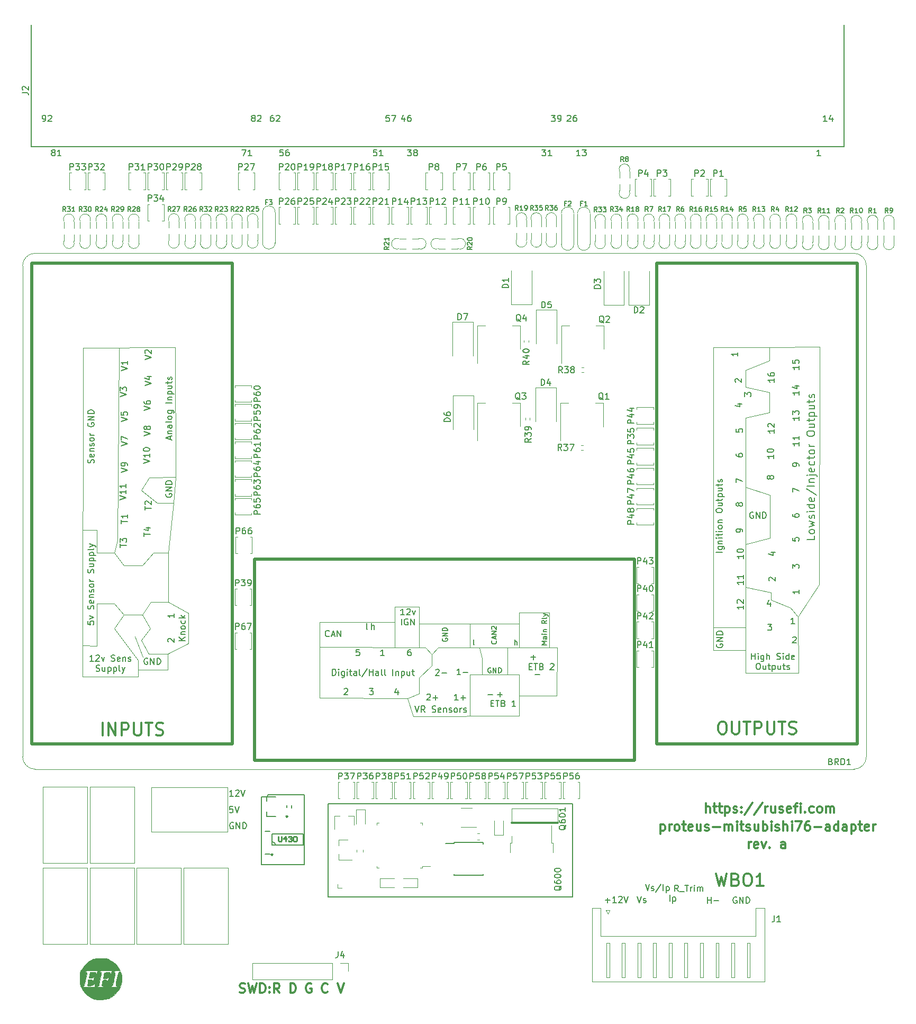
<source format=gto>
G75*
G70*
%OFA0B0*%
%FSLAX25Y25*%
%IPPOS*%
%LPD*%
%AMOC8*
5,1,8,0,0,1.08239X$1,22.5*
%
%ADD10C,0.01969*%
%ADD18C,0.00591*%
%ADD20C,0.00600*%
%ADD21C,0.00472*%
%ADD30C,0.00500*%
%ADD32C,0.01000*%
%ADD38C,0.01200*%
%ADD56C,0.00010*%
%ADD61C,0.01181*%
%ADD62C,0.00787*%
%ADD70C,0.00984*%
%ADD71C,0.00394*%
%ADD76C,0.00800*%
%ADD79C,0.00390*%
%ADD82C,0.00550*%
X0000000Y0000000D02*
%LPD*%
G01*
D18*
X0445407Y0076565D02*
X0444094Y0078440D01*
X0443157Y0076565D02*
X0443157Y0080502D01*
X0444657Y0080502D01*
X0445032Y0080315D01*
X0445219Y0080127D01*
X0445407Y0079753D01*
X0445407Y0079190D01*
X0445219Y0078815D01*
X0445032Y0078628D01*
X0444657Y0078440D01*
X0443157Y0078440D01*
X0446157Y0076190D02*
X0449156Y0076190D01*
X0449531Y0080502D02*
X0451781Y0080502D01*
X0450656Y0076565D02*
X0450656Y0080502D01*
X0453093Y0076565D02*
X0453093Y0079190D01*
X0453093Y0078440D02*
X0453281Y0078815D01*
X0453468Y0079003D01*
X0453843Y0079190D01*
X0454218Y0079190D01*
X0455531Y0076565D02*
X0455531Y0079190D01*
X0455531Y0080502D02*
X0455343Y0080315D01*
X0455531Y0080127D01*
X0455718Y0080315D01*
X0455531Y0080502D01*
X0455531Y0080127D01*
X0457405Y0076565D02*
X0457405Y0079190D01*
X0457405Y0078815D02*
X0457593Y0079003D01*
X0457968Y0079190D01*
X0458530Y0079190D01*
X0458905Y0079003D01*
X0459093Y0078628D01*
X0459093Y0076565D01*
X0459093Y0078628D02*
X0459280Y0079003D01*
X0459655Y0079190D01*
X0460217Y0079190D01*
X0460592Y0079003D01*
X0460780Y0078628D01*
X0460780Y0076565D01*
X0164983Y0119685D02*
X0164608Y0119873D01*
X0164046Y0119873D01*
X0163484Y0119685D01*
X0163109Y0119310D01*
X0162921Y0118935D01*
X0162734Y0118185D01*
X0162734Y0117623D01*
X0162921Y0116873D01*
X0163109Y0116498D01*
X0163484Y0116123D01*
X0164046Y0115936D01*
X0164421Y0115936D01*
X0164983Y0116123D01*
X0165171Y0116310D01*
X0165171Y0117623D01*
X0164421Y0117623D01*
X0166858Y0115936D02*
X0166858Y0119873D01*
X0169108Y0115936D01*
X0169108Y0119873D01*
X0170983Y0115936D02*
X0170983Y0119873D01*
X0171920Y0119873D01*
X0172482Y0119685D01*
X0172857Y0119310D01*
X0173045Y0118935D01*
X0173232Y0118185D01*
X0173232Y0117623D01*
X0173045Y0116873D01*
X0172857Y0116498D01*
X0172482Y0116123D01*
X0171920Y0115936D01*
X0170983Y0115936D01*
X0482040Y0072835D02*
X0481665Y0073022D01*
X0481102Y0073022D01*
X0480540Y0072835D01*
X0480165Y0072460D01*
X0479978Y0072085D01*
X0479790Y0071335D01*
X0479790Y0070772D01*
X0479978Y0070023D01*
X0480165Y0069648D01*
X0480540Y0069273D01*
X0481102Y0069085D01*
X0481477Y0069085D01*
X0482040Y0069273D01*
X0482227Y0069460D01*
X0482227Y0070772D01*
X0481477Y0070772D01*
X0483915Y0069085D02*
X0483915Y0073022D01*
X0486164Y0069085D01*
X0486164Y0073022D01*
X0488039Y0069085D02*
X0488039Y0073022D01*
X0488976Y0073022D01*
X0489539Y0072835D01*
X0489914Y0072460D01*
X0490101Y0072085D01*
X0490289Y0071335D01*
X0490289Y0070772D01*
X0490101Y0070023D01*
X0489914Y0069648D01*
X0489539Y0069273D01*
X0488976Y0069085D01*
X0488039Y0069085D01*
D61*
X0462795Y0126069D02*
X0462795Y0131974D01*
X0465326Y0126069D02*
X0465326Y0129162D01*
X0465045Y0129724D01*
X0464483Y0130006D01*
X0463639Y0130006D01*
X0463076Y0129724D01*
X0462795Y0129443D01*
X0467295Y0130006D02*
X0469544Y0130006D01*
X0468138Y0131974D02*
X0468138Y0126912D01*
X0468420Y0126350D01*
X0468982Y0126069D01*
X0469544Y0126069D01*
X0470669Y0130006D02*
X0472919Y0130006D01*
X0471513Y0131974D02*
X0471513Y0126912D01*
X0471794Y0126350D01*
X0472357Y0126069D01*
X0472919Y0126069D01*
X0474888Y0130006D02*
X0474888Y0124100D01*
X0474888Y0129724D02*
X0475450Y0130006D01*
X0476575Y0130006D01*
X0477137Y0129724D01*
X0477418Y0129443D01*
X0477700Y0128881D01*
X0477700Y0127193D01*
X0477418Y0126631D01*
X0477137Y0126350D01*
X0476575Y0126069D01*
X0475450Y0126069D01*
X0474888Y0126350D01*
X0479949Y0126350D02*
X0480512Y0126069D01*
X0481637Y0126069D01*
X0482199Y0126350D01*
X0482480Y0126912D01*
X0482480Y0127193D01*
X0482199Y0127756D01*
X0481637Y0128037D01*
X0480793Y0128037D01*
X0480231Y0128318D01*
X0479949Y0128881D01*
X0479949Y0129162D01*
X0480231Y0129724D01*
X0480793Y0130006D01*
X0481637Y0130006D01*
X0482199Y0129724D01*
X0485011Y0126631D02*
X0485292Y0126350D01*
X0485011Y0126069D01*
X0484730Y0126350D01*
X0485011Y0126631D01*
X0485011Y0126069D01*
X0485011Y0129724D02*
X0485292Y0129443D01*
X0485011Y0129162D01*
X0484730Y0129443D01*
X0485011Y0129724D01*
X0485011Y0129162D01*
X0492042Y0132255D02*
X0486980Y0124663D01*
X0498228Y0132255D02*
X0493166Y0124663D01*
X0500197Y0126069D02*
X0500197Y0130006D01*
X0500197Y0128881D02*
X0500478Y0129443D01*
X0500759Y0129724D01*
X0501322Y0130006D01*
X0501884Y0130006D01*
X0506384Y0130006D02*
X0506384Y0126069D01*
X0503853Y0130006D02*
X0503853Y0126912D01*
X0504134Y0126350D01*
X0504696Y0126069D01*
X0505540Y0126069D01*
X0506102Y0126350D01*
X0506384Y0126631D01*
X0508915Y0126350D02*
X0509477Y0126069D01*
X0510602Y0126069D01*
X0511164Y0126350D01*
X0511445Y0126912D01*
X0511445Y0127193D01*
X0511164Y0127756D01*
X0510602Y0128037D01*
X0509758Y0128037D01*
X0509196Y0128318D01*
X0508915Y0128881D01*
X0508915Y0129162D01*
X0509196Y0129724D01*
X0509758Y0130006D01*
X0510602Y0130006D01*
X0511164Y0129724D01*
X0516226Y0126350D02*
X0515664Y0126069D01*
X0514539Y0126069D01*
X0513976Y0126350D01*
X0513695Y0126912D01*
X0513695Y0129162D01*
X0513976Y0129724D01*
X0514539Y0130006D01*
X0515664Y0130006D01*
X0516226Y0129724D01*
X0516507Y0129162D01*
X0516507Y0128600D01*
X0513695Y0128037D01*
X0518195Y0130006D02*
X0520444Y0130006D01*
X0519038Y0126069D02*
X0519038Y0131130D01*
X0519319Y0131693D01*
X0519882Y0131974D01*
X0520444Y0131974D01*
X0522413Y0126069D02*
X0522413Y0130006D01*
X0522413Y0131974D02*
X0522132Y0131693D01*
X0522413Y0131412D01*
X0522694Y0131693D01*
X0522413Y0131974D01*
X0522413Y0131412D01*
X0525225Y0126631D02*
X0525506Y0126350D01*
X0525225Y0126069D01*
X0524944Y0126350D01*
X0525225Y0126631D01*
X0525225Y0126069D01*
X0530568Y0126350D02*
X0530006Y0126069D01*
X0528881Y0126069D01*
X0528318Y0126350D01*
X0528037Y0126631D01*
X0527756Y0127193D01*
X0527756Y0128881D01*
X0528037Y0129443D01*
X0528318Y0129724D01*
X0528881Y0130006D01*
X0530006Y0130006D01*
X0530568Y0129724D01*
X0533943Y0126069D02*
X0533380Y0126350D01*
X0533099Y0126631D01*
X0532818Y0127193D01*
X0532818Y0128881D01*
X0533099Y0129443D01*
X0533380Y0129724D01*
X0533943Y0130006D01*
X0534786Y0130006D01*
X0535349Y0129724D01*
X0535630Y0129443D01*
X0535911Y0128881D01*
X0535911Y0127193D01*
X0535630Y0126631D01*
X0535349Y0126350D01*
X0534786Y0126069D01*
X0533943Y0126069D01*
X0538442Y0126069D02*
X0538442Y0130006D01*
X0538442Y0129443D02*
X0538723Y0129724D01*
X0539286Y0130006D01*
X0540129Y0130006D01*
X0540692Y0129724D01*
X0540973Y0129162D01*
X0540973Y0126069D01*
X0540973Y0129162D02*
X0541254Y0129724D01*
X0541817Y0130006D01*
X0542660Y0130006D01*
X0543223Y0129724D01*
X0543504Y0129162D01*
X0543504Y0126069D01*
D18*
X0399363Y0070979D02*
X0402362Y0070979D01*
X0400862Y0069479D02*
X0400862Y0072478D01*
X0406299Y0069479D02*
X0404049Y0069479D01*
X0405174Y0069479D02*
X0405174Y0073416D01*
X0404799Y0072853D01*
X0404424Y0072478D01*
X0404049Y0072291D01*
X0407799Y0073041D02*
X0407987Y0073228D01*
X0408361Y0073416D01*
X0409299Y0073416D01*
X0409674Y0073228D01*
X0409861Y0073041D01*
X0410049Y0072666D01*
X0410049Y0072291D01*
X0409861Y0071729D01*
X0407612Y0069479D01*
X0410049Y0069479D01*
X0411174Y0073416D02*
X0412486Y0069479D01*
X0413798Y0073416D01*
D61*
X0469066Y0087777D02*
X0470941Y0079903D01*
X0472441Y0085527D01*
X0473941Y0079903D01*
X0475816Y0087777D01*
X0481440Y0084027D02*
X0482565Y0083652D01*
X0482940Y0083277D01*
X0483315Y0082527D01*
X0483315Y0081402D01*
X0482940Y0080652D01*
X0482565Y0080277D01*
X0481815Y0079903D01*
X0478815Y0079903D01*
X0478815Y0087777D01*
X0481440Y0087777D01*
X0482190Y0087402D01*
X0482565Y0087027D01*
X0482940Y0086277D01*
X0482940Y0085527D01*
X0482565Y0084777D01*
X0482190Y0084402D01*
X0481440Y0084027D01*
X0478815Y0084027D01*
X0488189Y0087777D02*
X0489689Y0087777D01*
X0490439Y0087402D01*
X0491189Y0086652D01*
X0491564Y0085152D01*
X0491564Y0082527D01*
X0491189Y0081027D01*
X0490439Y0080277D01*
X0489689Y0079903D01*
X0488189Y0079903D01*
X0487439Y0080277D01*
X0486689Y0081027D01*
X0486314Y0082527D01*
X0486314Y0085152D01*
X0486689Y0086652D01*
X0487439Y0087402D01*
X0488189Y0087777D01*
X0499063Y0079903D02*
X0494563Y0079903D01*
X0496813Y0079903D02*
X0496813Y0087777D01*
X0496063Y0086652D01*
X0495313Y0085902D01*
X0494563Y0085527D01*
D38*
X0224456Y0013211D02*
X0224170Y0012926D01*
X0223313Y0012640D01*
X0222741Y0012640D01*
X0221884Y0012926D01*
X0221313Y0013497D01*
X0221027Y0014069D01*
X0220741Y0015211D01*
X0220741Y0016069D01*
X0221027Y0017211D01*
X0221313Y0017783D01*
X0221884Y0018354D01*
X0222741Y0018640D01*
X0223313Y0018640D01*
X0224170Y0018354D01*
X0224456Y0018069D01*
X0201027Y0012640D02*
X0201027Y0018640D01*
X0202456Y0018640D01*
X0203313Y0018354D01*
X0203884Y0017783D01*
X0204170Y0017211D01*
X0204456Y0016069D01*
X0204456Y0015211D01*
X0204170Y0014069D01*
X0203884Y0013497D01*
X0203313Y0012926D01*
X0202456Y0012640D01*
X0201027Y0012640D01*
D18*
X0439951Y0070266D02*
X0439951Y0074203D01*
X0441826Y0072891D02*
X0441826Y0068954D01*
X0441826Y0072703D02*
X0442201Y0072891D01*
X0442951Y0072891D01*
X0443326Y0072703D01*
X0443513Y0072516D01*
X0443701Y0072141D01*
X0443701Y0071016D01*
X0443513Y0070641D01*
X0443326Y0070454D01*
X0442951Y0070266D01*
X0442201Y0070266D01*
X0441826Y0070454D01*
D61*
X0434224Y0118588D02*
X0434224Y0112683D01*
X0434224Y0118307D02*
X0434786Y0118588D01*
X0435911Y0118588D01*
X0436474Y0118307D01*
X0436755Y0118026D01*
X0437036Y0117463D01*
X0437036Y0115776D01*
X0436755Y0115214D01*
X0436474Y0114933D01*
X0435911Y0114651D01*
X0434786Y0114651D01*
X0434224Y0114933D01*
X0439567Y0114651D02*
X0439567Y0118588D01*
X0439567Y0117463D02*
X0439848Y0118026D01*
X0440129Y0118307D01*
X0440692Y0118588D01*
X0441254Y0118588D01*
X0444066Y0114651D02*
X0443504Y0114933D01*
X0443223Y0115214D01*
X0442942Y0115776D01*
X0442942Y0117463D01*
X0443223Y0118026D01*
X0443504Y0118307D01*
X0444066Y0118588D01*
X0444910Y0118588D01*
X0445472Y0118307D01*
X0445754Y0118026D01*
X0446035Y0117463D01*
X0446035Y0115776D01*
X0445754Y0115214D01*
X0445472Y0114933D01*
X0444910Y0114651D01*
X0444066Y0114651D01*
X0447722Y0118588D02*
X0449972Y0118588D01*
X0448566Y0120557D02*
X0448566Y0115495D01*
X0448847Y0114933D01*
X0449409Y0114651D01*
X0449972Y0114651D01*
X0454190Y0114933D02*
X0453628Y0114651D01*
X0452503Y0114651D01*
X0451940Y0114933D01*
X0451659Y0115495D01*
X0451659Y0117745D01*
X0451940Y0118307D01*
X0452503Y0118588D01*
X0453628Y0118588D01*
X0454190Y0118307D01*
X0454471Y0117745D01*
X0454471Y0117182D01*
X0451659Y0116620D01*
X0459533Y0118588D02*
X0459533Y0114651D01*
X0457002Y0118588D02*
X0457002Y0115495D01*
X0457283Y0114933D01*
X0457846Y0114651D01*
X0458690Y0114651D01*
X0459252Y0114933D01*
X0459533Y0115214D01*
X0462064Y0114933D02*
X0462627Y0114651D01*
X0463751Y0114651D01*
X0464314Y0114933D01*
X0464595Y0115495D01*
X0464595Y0115776D01*
X0464314Y0116339D01*
X0463751Y0116620D01*
X0462908Y0116620D01*
X0462345Y0116901D01*
X0462064Y0117463D01*
X0462064Y0117745D01*
X0462345Y0118307D01*
X0462908Y0118588D01*
X0463751Y0118588D01*
X0464314Y0118307D01*
X0467126Y0116901D02*
X0471625Y0116901D01*
X0474438Y0114651D02*
X0474438Y0118588D01*
X0474438Y0118026D02*
X0474719Y0118307D01*
X0475281Y0118588D01*
X0476125Y0118588D01*
X0476687Y0118307D01*
X0476969Y0117745D01*
X0476969Y0114651D01*
X0476969Y0117745D02*
X0477250Y0118307D01*
X0477812Y0118588D01*
X0478656Y0118588D01*
X0479218Y0118307D01*
X0479499Y0117745D01*
X0479499Y0114651D01*
X0482312Y0114651D02*
X0482312Y0118588D01*
X0482312Y0120557D02*
X0482030Y0120276D01*
X0482312Y0119994D01*
X0482593Y0120276D01*
X0482312Y0120557D01*
X0482312Y0119994D01*
X0484280Y0118588D02*
X0486530Y0118588D01*
X0485124Y0120557D02*
X0485124Y0115495D01*
X0485405Y0114933D01*
X0485967Y0114651D01*
X0486530Y0114651D01*
X0488217Y0114933D02*
X0488780Y0114651D01*
X0489904Y0114651D01*
X0490467Y0114933D01*
X0490748Y0115495D01*
X0490748Y0115776D01*
X0490467Y0116339D01*
X0489904Y0116620D01*
X0489061Y0116620D01*
X0488498Y0116901D01*
X0488217Y0117463D01*
X0488217Y0117745D01*
X0488498Y0118307D01*
X0489061Y0118588D01*
X0489904Y0118588D01*
X0490467Y0118307D01*
X0495810Y0118588D02*
X0495810Y0114651D01*
X0493279Y0118588D02*
X0493279Y0115495D01*
X0493560Y0114933D01*
X0494123Y0114651D01*
X0494966Y0114651D01*
X0495529Y0114933D01*
X0495810Y0115214D01*
X0498622Y0114651D02*
X0498622Y0120557D01*
X0498622Y0118307D02*
X0499184Y0118588D01*
X0500309Y0118588D01*
X0500872Y0118307D01*
X0501153Y0118026D01*
X0501434Y0117463D01*
X0501434Y0115776D01*
X0501153Y0115214D01*
X0500872Y0114933D01*
X0500309Y0114651D01*
X0499184Y0114651D01*
X0498622Y0114933D01*
X0503965Y0114651D02*
X0503965Y0118588D01*
X0503965Y0120557D02*
X0503684Y0120276D01*
X0503965Y0119994D01*
X0504246Y0120276D01*
X0503965Y0120557D01*
X0503965Y0119994D01*
X0506496Y0114933D02*
X0507058Y0114651D01*
X0508183Y0114651D01*
X0508746Y0114933D01*
X0509027Y0115495D01*
X0509027Y0115776D01*
X0508746Y0116339D01*
X0508183Y0116620D01*
X0507340Y0116620D01*
X0506777Y0116901D01*
X0506496Y0117463D01*
X0506496Y0117745D01*
X0506777Y0118307D01*
X0507340Y0118588D01*
X0508183Y0118588D01*
X0508746Y0118307D01*
X0511558Y0114651D02*
X0511558Y0120557D01*
X0514089Y0114651D02*
X0514089Y0117745D01*
X0513808Y0118307D01*
X0513245Y0118588D01*
X0512402Y0118588D01*
X0511839Y0118307D01*
X0511558Y0118026D01*
X0516901Y0114651D02*
X0516901Y0118588D01*
X0516901Y0120557D02*
X0516620Y0120276D01*
X0516901Y0119994D01*
X0517182Y0120276D01*
X0516901Y0120557D01*
X0516901Y0119994D01*
X0519151Y0120557D02*
X0523088Y0120557D01*
X0520557Y0114651D01*
X0527868Y0120557D02*
X0526744Y0120557D01*
X0526181Y0120276D01*
X0525900Y0119994D01*
X0525337Y0119151D01*
X0525056Y0118026D01*
X0525056Y0115776D01*
X0525337Y0115214D01*
X0525619Y0114933D01*
X0526181Y0114651D01*
X0527306Y0114651D01*
X0527868Y0114933D01*
X0528150Y0115214D01*
X0528431Y0115776D01*
X0528431Y0117182D01*
X0528150Y0117745D01*
X0527868Y0118026D01*
X0527306Y0118307D01*
X0526181Y0118307D01*
X0525619Y0118026D01*
X0525337Y0117745D01*
X0525056Y0117182D01*
X0530962Y0116901D02*
X0535461Y0116901D01*
X0540804Y0114651D02*
X0540804Y0117745D01*
X0540523Y0118307D01*
X0539961Y0118588D01*
X0538836Y0118588D01*
X0538273Y0118307D01*
X0540804Y0114933D02*
X0540242Y0114651D01*
X0538836Y0114651D01*
X0538273Y0114933D01*
X0537992Y0115495D01*
X0537992Y0116057D01*
X0538273Y0116620D01*
X0538836Y0116901D01*
X0540242Y0116901D01*
X0540804Y0117182D01*
X0546147Y0114651D02*
X0546147Y0120557D01*
X0546147Y0114933D02*
X0545585Y0114651D01*
X0544460Y0114651D01*
X0543898Y0114933D01*
X0543616Y0115214D01*
X0543335Y0115776D01*
X0543335Y0117463D01*
X0543616Y0118026D01*
X0543898Y0118307D01*
X0544460Y0118588D01*
X0545585Y0118588D01*
X0546147Y0118307D01*
X0551490Y0114651D02*
X0551490Y0117745D01*
X0551209Y0118307D01*
X0550647Y0118588D01*
X0549522Y0118588D01*
X0548960Y0118307D01*
X0551490Y0114933D02*
X0550928Y0114651D01*
X0549522Y0114651D01*
X0548960Y0114933D01*
X0548678Y0115495D01*
X0548678Y0116057D01*
X0548960Y0116620D01*
X0549522Y0116901D01*
X0550928Y0116901D01*
X0551490Y0117182D01*
X0554303Y0118588D02*
X0554303Y0112683D01*
X0554303Y0118307D02*
X0554865Y0118588D01*
X0555990Y0118588D01*
X0556552Y0118307D01*
X0556834Y0118026D01*
X0557115Y0117463D01*
X0557115Y0115776D01*
X0556834Y0115214D01*
X0556552Y0114933D01*
X0555990Y0114651D01*
X0554865Y0114651D01*
X0554303Y0114933D01*
X0558802Y0118588D02*
X0561052Y0118588D01*
X0559646Y0120557D02*
X0559646Y0115495D01*
X0559927Y0114933D01*
X0560489Y0114651D01*
X0561052Y0114651D01*
X0565270Y0114933D02*
X0564708Y0114651D01*
X0563583Y0114651D01*
X0563020Y0114933D01*
X0562739Y0115495D01*
X0562739Y0117745D01*
X0563020Y0118307D01*
X0563583Y0118588D01*
X0564708Y0118588D01*
X0565270Y0118307D01*
X0565551Y0117745D01*
X0565551Y0117182D01*
X0562739Y0116620D01*
X0568082Y0114651D02*
X0568082Y0118588D01*
X0568082Y0117463D02*
X0568363Y0118026D01*
X0568645Y0118307D01*
X0569207Y0118588D01*
X0569769Y0118588D01*
D18*
X0463761Y0069085D02*
X0463761Y0073022D01*
X0463761Y0071147D02*
X0466010Y0071147D01*
X0466010Y0069085D02*
X0466010Y0073022D01*
X0467885Y0070585D02*
X0470885Y0070585D01*
D38*
X0214170Y0018354D02*
X0213598Y0018640D01*
X0212741Y0018640D01*
X0211884Y0018354D01*
X0211313Y0017783D01*
X0211027Y0017211D01*
X0210741Y0016069D01*
X0210741Y0015211D01*
X0211027Y0014069D01*
X0211313Y0013497D01*
X0211884Y0012926D01*
X0212741Y0012640D01*
X0213313Y0012640D01*
X0214170Y0012926D01*
X0214456Y0013211D01*
X0214456Y0015211D01*
X0213313Y0015211D01*
D18*
X0424597Y0080896D02*
X0425909Y0076959D01*
X0427222Y0080896D01*
X0428346Y0077147D02*
X0428721Y0076959D01*
X0429471Y0076959D01*
X0429846Y0077147D01*
X0430034Y0077522D01*
X0430034Y0077709D01*
X0429846Y0078084D01*
X0429471Y0078271D01*
X0428909Y0078271D01*
X0428534Y0078459D01*
X0428346Y0078834D01*
X0428346Y0079021D01*
X0428534Y0079396D01*
X0428909Y0079584D01*
X0429471Y0079584D01*
X0429846Y0079396D01*
X0434533Y0081084D02*
X0431159Y0076022D01*
X0435846Y0076959D02*
X0435846Y0080896D01*
X0437720Y0079584D02*
X0437720Y0075647D01*
X0437720Y0079396D02*
X0438095Y0079584D01*
X0438845Y0079584D01*
X0439220Y0079396D01*
X0439408Y0079209D01*
X0439595Y0078834D01*
X0439595Y0077709D01*
X0439408Y0077334D01*
X0439220Y0077147D01*
X0438845Y0076959D01*
X0438095Y0076959D01*
X0437720Y0077147D01*
X0164983Y0136408D02*
X0162734Y0136408D01*
X0163859Y0136408D02*
X0163859Y0140345D01*
X0163484Y0139783D01*
X0163109Y0139408D01*
X0162734Y0139220D01*
X0166483Y0139970D02*
X0166671Y0140157D01*
X0167046Y0140345D01*
X0167983Y0140345D01*
X0168358Y0140157D01*
X0168545Y0139970D01*
X0168733Y0139595D01*
X0168733Y0139220D01*
X0168545Y0138658D01*
X0166296Y0136408D01*
X0168733Y0136408D01*
X0169858Y0140345D02*
X0171170Y0136408D01*
X0172482Y0140345D01*
D38*
X0169027Y0012926D02*
X0169884Y0012640D01*
X0171313Y0012640D01*
X0171884Y0012926D01*
X0172170Y0013211D01*
X0172456Y0013783D01*
X0172456Y0014354D01*
X0172170Y0014926D01*
X0171884Y0015211D01*
X0171313Y0015497D01*
X0170170Y0015783D01*
X0169598Y0016069D01*
X0169313Y0016354D01*
X0169027Y0016926D01*
X0169027Y0017497D01*
X0169313Y0018069D01*
X0169598Y0018354D01*
X0170170Y0018640D01*
X0171598Y0018640D01*
X0172456Y0018354D01*
X0174456Y0018640D02*
X0175884Y0012640D01*
X0177027Y0016926D01*
X0178170Y0012640D01*
X0179598Y0018640D01*
X0181884Y0012640D02*
X0181884Y0018640D01*
X0183313Y0018640D01*
X0184170Y0018354D01*
X0184741Y0017783D01*
X0185027Y0017211D01*
X0185313Y0016069D01*
X0185313Y0015211D01*
X0185027Y0014069D01*
X0184741Y0013497D01*
X0184170Y0012926D01*
X0183313Y0012640D01*
X0181884Y0012640D01*
X0187884Y0013211D02*
X0188170Y0012926D01*
X0187884Y0012640D01*
X0187598Y0012926D01*
X0187884Y0013211D01*
X0187884Y0012640D01*
X0187884Y0016354D02*
X0188170Y0016069D01*
X0187884Y0015783D01*
X0187598Y0016069D01*
X0187884Y0016354D01*
X0187884Y0015783D01*
X0194170Y0012640D02*
X0192170Y0015497D01*
X0190741Y0012640D02*
X0190741Y0018640D01*
X0193027Y0018640D01*
X0193598Y0018354D01*
X0193884Y0018069D01*
X0194170Y0017497D01*
X0194170Y0016640D01*
X0193884Y0016069D01*
X0193598Y0015783D01*
X0193027Y0015497D01*
X0190741Y0015497D01*
D61*
X0489651Y0103628D02*
X0489651Y0107565D01*
X0489651Y0106440D02*
X0489933Y0107002D01*
X0490214Y0107283D01*
X0490776Y0107565D01*
X0491339Y0107565D01*
X0495557Y0103909D02*
X0494994Y0103628D01*
X0493870Y0103628D01*
X0493307Y0103909D01*
X0493026Y0104471D01*
X0493026Y0106721D01*
X0493307Y0107283D01*
X0493870Y0107565D01*
X0494994Y0107565D01*
X0495557Y0107283D01*
X0495838Y0106721D01*
X0495838Y0106159D01*
X0493026Y0105596D01*
X0497807Y0107565D02*
X0499213Y0103628D01*
X0500619Y0107565D01*
X0502868Y0104190D02*
X0503150Y0103909D01*
X0502868Y0103628D01*
X0502587Y0103909D01*
X0502868Y0104190D01*
X0502868Y0103628D01*
X0512711Y0103628D02*
X0512711Y0106721D01*
X0512430Y0107283D01*
X0511867Y0107565D01*
X0510742Y0107565D01*
X0510180Y0107283D01*
X0512711Y0103909D02*
X0512148Y0103628D01*
X0510742Y0103628D01*
X0510180Y0103909D01*
X0509899Y0104471D01*
X0509899Y0105034D01*
X0510180Y0105596D01*
X0510742Y0105877D01*
X0512148Y0105877D01*
X0512711Y0106159D01*
D18*
X0419535Y0073416D02*
X0420847Y0069479D01*
X0422160Y0073416D01*
X0423285Y0069666D02*
X0423660Y0069479D01*
X0424409Y0069479D01*
X0424784Y0069666D01*
X0424972Y0070041D01*
X0424972Y0070229D01*
X0424784Y0070604D01*
X0424409Y0070791D01*
X0423847Y0070791D01*
X0423472Y0070979D01*
X0423285Y0071354D01*
X0423285Y0071541D01*
X0423472Y0071916D01*
X0423847Y0072103D01*
X0424409Y0072103D01*
X0424784Y0071916D01*
X0164623Y0129951D02*
X0162748Y0129951D01*
X0162560Y0128076D01*
X0162748Y0128264D01*
X0163123Y0128451D01*
X0164060Y0128451D01*
X0164435Y0128264D01*
X0164623Y0128076D01*
X0164810Y0127702D01*
X0164810Y0126764D01*
X0164623Y0126389D01*
X0164435Y0126202D01*
X0164060Y0126014D01*
X0163123Y0126014D01*
X0162748Y0126202D01*
X0162560Y0126389D01*
X0165935Y0129951D02*
X0167247Y0126014D01*
X0168560Y0129951D01*
D38*
X0230598Y0018640D02*
X0232598Y0012640D01*
X0234598Y0018640D01*
D18*
X0541320Y0158254D02*
X0541882Y0158066D01*
X0542070Y0157879D01*
X0542257Y0157504D01*
X0542257Y0156941D01*
X0542070Y0156566D01*
X0541882Y0156379D01*
X0541507Y0156191D01*
X0540007Y0156191D01*
X0540007Y0160128D01*
X0541320Y0160128D01*
X0541695Y0159941D01*
X0541882Y0159753D01*
X0542070Y0159379D01*
X0542070Y0159004D01*
X0541882Y0158629D01*
X0541695Y0158441D01*
X0541320Y0158254D01*
X0540007Y0158254D01*
X0546194Y0156191D02*
X0544882Y0158066D01*
X0543945Y0156191D02*
X0543945Y0160128D01*
X0545444Y0160128D01*
X0545819Y0159941D01*
X0546007Y0159753D01*
X0546194Y0159379D01*
X0546194Y0158816D01*
X0546007Y0158441D01*
X0545819Y0158254D01*
X0545444Y0158066D01*
X0543945Y0158066D01*
X0547882Y0156191D02*
X0547882Y0160128D01*
X0548819Y0160128D01*
X0549381Y0159941D01*
X0549756Y0159566D01*
X0549944Y0159191D01*
X0550131Y0158441D01*
X0550131Y0157879D01*
X0549944Y0157129D01*
X0549756Y0156754D01*
X0549381Y0156379D01*
X0548819Y0156191D01*
X0547882Y0156191D01*
X0553881Y0156191D02*
X0551631Y0156191D01*
X0552756Y0156191D02*
X0552756Y0160128D01*
X0552381Y0159566D01*
X0552006Y0159191D01*
X0551631Y0159004D01*
X0481832Y0351919D02*
X0481832Y0351169D01*
X0482020Y0350794D01*
X0482207Y0350607D01*
X0482770Y0350232D01*
X0483519Y0350044D01*
X0485019Y0350044D01*
X0485394Y0350232D01*
X0485582Y0350419D01*
X0485769Y0350794D01*
X0485769Y0351544D01*
X0485582Y0351919D01*
X0485394Y0352107D01*
X0485019Y0352294D01*
X0484082Y0352294D01*
X0483707Y0352107D01*
X0483519Y0351919D01*
X0483332Y0351544D01*
X0483332Y0350794D01*
X0483519Y0350419D01*
X0483707Y0350232D01*
X0484082Y0350044D01*
X0093832Y0387982D02*
X0097769Y0389295D01*
X0093832Y0390607D01*
X0093832Y0391544D02*
X0093832Y0393981D01*
X0095332Y0392669D01*
X0095332Y0393232D01*
X0095519Y0393606D01*
X0095707Y0393794D01*
X0096082Y0393981D01*
X0097019Y0393981D01*
X0097394Y0393794D01*
X0097582Y0393606D01*
X0097769Y0393232D01*
X0097769Y0392107D01*
X0097582Y0391732D01*
X0097394Y0391544D01*
X0249457Y0241388D02*
X0249082Y0241576D01*
X0248894Y0241951D01*
X0248894Y0245325D01*
X0481487Y0397044D02*
X0481299Y0397232D01*
X0481112Y0397607D01*
X0481112Y0398544D01*
X0481299Y0398919D01*
X0481487Y0399107D01*
X0481862Y0399294D01*
X0482237Y0399294D01*
X0482799Y0399107D01*
X0485049Y0396857D01*
X0485049Y0399294D01*
X0272738Y0250558D02*
X0270489Y0250558D01*
X0271614Y0250558D02*
X0271614Y0254495D01*
X0271239Y0253932D01*
X0270864Y0253557D01*
X0270489Y0253370D01*
X0274238Y0254120D02*
X0274426Y0254307D01*
X0274801Y0254495D01*
X0275738Y0254495D01*
X0276113Y0254307D01*
X0276301Y0254120D01*
X0276488Y0253745D01*
X0276488Y0253370D01*
X0276301Y0252807D01*
X0274051Y0250558D01*
X0276488Y0250558D01*
X0277800Y0253182D02*
X0278738Y0250558D01*
X0279675Y0253182D01*
X0270957Y0244219D02*
X0270957Y0248156D01*
X0274894Y0247969D02*
X0274519Y0248156D01*
X0273957Y0248156D01*
X0273395Y0247969D01*
X0273020Y0247594D01*
X0272832Y0247219D01*
X0272645Y0246469D01*
X0272645Y0245906D01*
X0272832Y0245156D01*
X0273020Y0244781D01*
X0273395Y0244406D01*
X0273957Y0244219D01*
X0274332Y0244219D01*
X0274894Y0244406D01*
X0275082Y0244594D01*
X0275082Y0245906D01*
X0274332Y0245906D01*
X0276769Y0244219D02*
X0276769Y0248156D01*
X0279019Y0244219D01*
X0279019Y0248156D01*
X0517332Y0327857D02*
X0517332Y0330482D01*
X0521269Y0328794D01*
D61*
X0082640Y0174686D02*
X0082640Y0182560D01*
X0086389Y0174686D02*
X0086389Y0182560D01*
X0090889Y0174686D01*
X0090889Y0182560D01*
X0094638Y0174686D02*
X0094638Y0182560D01*
X0097638Y0182560D01*
X0098388Y0182185D01*
X0098763Y0181810D01*
X0099138Y0181060D01*
X0099138Y0179935D01*
X0098763Y0179185D01*
X0098388Y0178810D01*
X0097638Y0178436D01*
X0094638Y0178436D01*
X0102512Y0182560D02*
X0102512Y0176186D01*
X0102887Y0175436D01*
X0103262Y0175061D01*
X0104012Y0174686D01*
X0105512Y0174686D01*
X0106262Y0175061D01*
X0106637Y0175436D01*
X0107012Y0176186D01*
X0107012Y0182560D01*
X0109636Y0182560D02*
X0114136Y0182560D01*
X0111886Y0174686D02*
X0111886Y0182560D01*
X0116385Y0175061D02*
X0117510Y0174686D01*
X0119385Y0174686D01*
X0120135Y0175061D01*
X0120510Y0175436D01*
X0120885Y0176186D01*
X0120885Y0176936D01*
X0120510Y0177686D01*
X0120135Y0178061D01*
X0119385Y0178436D01*
X0117885Y0178810D01*
X0117135Y0179185D01*
X0116760Y0179560D01*
X0116385Y0180310D01*
X0116385Y0181060D01*
X0116760Y0181810D01*
X0117135Y0182185D01*
X0117885Y0182560D01*
X0119760Y0182560D01*
X0120885Y0182185D01*
D18*
X0505269Y0351419D02*
X0505269Y0349170D01*
X0505269Y0350295D02*
X0501332Y0350295D01*
X0501895Y0349920D01*
X0502270Y0349545D01*
X0502457Y0349170D01*
X0501332Y0353857D02*
X0501332Y0354232D01*
X0501520Y0354606D01*
X0501707Y0354794D01*
X0502082Y0354981D01*
X0502832Y0355169D01*
X0503769Y0355169D01*
X0504519Y0354981D01*
X0504894Y0354794D01*
X0505082Y0354606D01*
X0505269Y0354232D01*
X0505269Y0353857D01*
X0505082Y0353482D01*
X0504894Y0353294D01*
X0504519Y0353107D01*
X0503769Y0352919D01*
X0502832Y0352919D01*
X0502082Y0353107D01*
X0501707Y0353294D01*
X0501520Y0353482D01*
X0501332Y0353857D01*
X0351369Y0218096D02*
X0352681Y0218096D01*
X0353243Y0216034D02*
X0351369Y0216034D01*
X0351369Y0219971D01*
X0353243Y0219971D01*
X0354368Y0219971D02*
X0356618Y0219971D01*
X0355493Y0216034D02*
X0355493Y0219971D01*
X0359243Y0218096D02*
X0359805Y0217909D01*
X0359993Y0217721D01*
X0360180Y0217346D01*
X0360180Y0216784D01*
X0359993Y0216409D01*
X0359805Y0216221D01*
X0359430Y0216034D01*
X0357930Y0216034D01*
X0357930Y0219971D01*
X0359243Y0219971D01*
X0359618Y0219783D01*
X0359805Y0219596D01*
X0359993Y0219221D01*
X0359993Y0218846D01*
X0359805Y0218471D01*
X0359618Y0218284D01*
X0359243Y0218096D01*
X0357930Y0218096D01*
X0364679Y0219596D02*
X0364867Y0219783D01*
X0365242Y0219971D01*
X0366179Y0219971D01*
X0366554Y0219783D01*
X0366742Y0219596D01*
X0366929Y0219221D01*
X0366929Y0218846D01*
X0366742Y0218284D01*
X0364492Y0216034D01*
X0366929Y0216034D01*
X0108832Y0363482D02*
X0112769Y0364795D01*
X0108832Y0366107D01*
X0110519Y0367982D02*
X0110332Y0367607D01*
X0110145Y0367419D01*
X0109770Y0367232D01*
X0109582Y0367232D01*
X0109207Y0367419D01*
X0109020Y0367607D01*
X0108832Y0367982D01*
X0108832Y0368732D01*
X0109020Y0369106D01*
X0109207Y0369294D01*
X0109582Y0369481D01*
X0109770Y0369481D01*
X0110145Y0369294D01*
X0110332Y0369106D01*
X0110519Y0368732D01*
X0110519Y0367982D01*
X0110707Y0367607D01*
X0110894Y0367419D01*
X0111269Y0367232D01*
X0112019Y0367232D01*
X0112394Y0367419D01*
X0112582Y0367607D01*
X0112769Y0367982D01*
X0112769Y0368732D01*
X0112582Y0369106D01*
X0112394Y0369294D01*
X0112019Y0369481D01*
X0111269Y0369481D01*
X0110894Y0369294D01*
X0110707Y0369106D01*
X0110519Y0368732D01*
X0227456Y0212491D02*
X0227456Y0216428D01*
X0228393Y0216428D01*
X0228956Y0216240D01*
X0229331Y0215865D01*
X0229518Y0215490D01*
X0229706Y0214740D01*
X0229706Y0214178D01*
X0229518Y0213428D01*
X0229331Y0213053D01*
X0228956Y0212678D01*
X0228393Y0212491D01*
X0227456Y0212491D01*
X0231393Y0212491D02*
X0231393Y0215115D01*
X0231393Y0216428D02*
X0231205Y0216240D01*
X0231393Y0216053D01*
X0231580Y0216240D01*
X0231393Y0216428D01*
X0231393Y0216053D01*
X0234955Y0215115D02*
X0234955Y0211928D01*
X0234768Y0211553D01*
X0234580Y0211366D01*
X0234205Y0211178D01*
X0233643Y0211178D01*
X0233268Y0211366D01*
X0234955Y0212678D02*
X0234580Y0212491D01*
X0233830Y0212491D01*
X0233455Y0212678D01*
X0233268Y0212866D01*
X0233080Y0213241D01*
X0233080Y0214365D01*
X0233268Y0214740D01*
X0233455Y0214928D01*
X0233830Y0215115D01*
X0234580Y0215115D01*
X0234955Y0214928D01*
X0236830Y0212491D02*
X0236830Y0215115D01*
X0236830Y0216428D02*
X0236642Y0216240D01*
X0236830Y0216053D01*
X0237017Y0216240D01*
X0236830Y0216428D01*
X0236830Y0216053D01*
X0238142Y0215115D02*
X0239642Y0215115D01*
X0238705Y0216428D02*
X0238705Y0213053D01*
X0238892Y0212678D01*
X0239267Y0212491D01*
X0239642Y0212491D01*
X0242642Y0212491D02*
X0242642Y0214553D01*
X0242454Y0214928D01*
X0242079Y0215115D01*
X0241329Y0215115D01*
X0240954Y0214928D01*
X0242642Y0212678D02*
X0242267Y0212491D01*
X0241329Y0212491D01*
X0240954Y0212678D01*
X0240767Y0213053D01*
X0240767Y0213428D01*
X0240954Y0213803D01*
X0241329Y0213990D01*
X0242267Y0213990D01*
X0242642Y0214178D01*
X0245079Y0212491D02*
X0244704Y0212678D01*
X0244516Y0213053D01*
X0244516Y0216428D01*
X0249391Y0216615D02*
X0246016Y0211553D01*
X0250703Y0212491D02*
X0250703Y0216428D01*
X0250703Y0214553D02*
X0252953Y0214553D01*
X0252953Y0212491D02*
X0252953Y0216428D01*
X0256515Y0212491D02*
X0256515Y0214553D01*
X0256327Y0214928D01*
X0255952Y0215115D01*
X0255202Y0215115D01*
X0254828Y0214928D01*
X0256515Y0212678D02*
X0256140Y0212491D01*
X0255202Y0212491D01*
X0254828Y0212678D01*
X0254640Y0213053D01*
X0254640Y0213428D01*
X0254828Y0213803D01*
X0255202Y0213990D01*
X0256140Y0213990D01*
X0256515Y0214178D01*
X0258952Y0212491D02*
X0258577Y0212678D01*
X0258390Y0213053D01*
X0258390Y0216428D01*
X0261014Y0212491D02*
X0260639Y0212678D01*
X0260452Y0213053D01*
X0260452Y0216428D01*
X0265514Y0212491D02*
X0265514Y0216428D01*
X0267388Y0215115D02*
X0267388Y0212491D01*
X0267388Y0214740D02*
X0267576Y0214928D01*
X0267951Y0215115D01*
X0268513Y0215115D01*
X0268888Y0214928D01*
X0269076Y0214553D01*
X0269076Y0212491D01*
X0270951Y0215115D02*
X0270951Y0211178D01*
X0270951Y0214928D02*
X0271325Y0215115D01*
X0272075Y0215115D01*
X0272450Y0214928D01*
X0272638Y0214740D01*
X0272825Y0214365D01*
X0272825Y0213241D01*
X0272638Y0212866D01*
X0272450Y0212678D01*
X0272075Y0212491D01*
X0271325Y0212491D01*
X0270951Y0212678D01*
X0276200Y0215115D02*
X0276200Y0212491D01*
X0274513Y0215115D02*
X0274513Y0213053D01*
X0274700Y0212678D01*
X0275075Y0212491D01*
X0275637Y0212491D01*
X0276012Y0212678D01*
X0276200Y0212866D01*
X0277512Y0215115D02*
X0279012Y0215115D01*
X0278075Y0216428D02*
X0278075Y0213053D01*
X0278262Y0212678D01*
X0278637Y0212491D01*
X0279012Y0212491D01*
X0306676Y0196888D02*
X0304426Y0196888D01*
X0305551Y0196888D02*
X0305551Y0200825D01*
X0305176Y0200263D01*
X0304801Y0199888D01*
X0304426Y0199700D01*
X0308363Y0198388D02*
X0311363Y0198388D01*
X0309863Y0196888D02*
X0309863Y0199888D01*
X0521269Y0391419D02*
X0521269Y0389170D01*
X0521269Y0390295D02*
X0517332Y0390295D01*
X0517895Y0389920D01*
X0518270Y0389545D01*
X0518457Y0389170D01*
X0518645Y0394794D02*
X0521269Y0394794D01*
X0517145Y0393857D02*
X0519957Y0392919D01*
X0519957Y0395356D01*
X0325488Y0200388D02*
X0328488Y0200388D01*
X0286926Y0200450D02*
X0287114Y0200638D01*
X0287489Y0200825D01*
X0288426Y0200825D01*
X0288801Y0200638D01*
X0288988Y0200450D01*
X0289176Y0200075D01*
X0289176Y0199700D01*
X0288988Y0199138D01*
X0286739Y0196888D01*
X0289176Y0196888D01*
X0290863Y0198388D02*
X0293863Y0198388D01*
X0292363Y0196888D02*
X0292363Y0199888D01*
X0134769Y0234295D02*
X0130832Y0234295D01*
X0134769Y0236545D02*
X0132519Y0234858D01*
X0130832Y0236545D02*
X0133082Y0234295D01*
X0132145Y0238232D02*
X0134769Y0238232D01*
X0132519Y0238232D02*
X0132332Y0238420D01*
X0132145Y0238795D01*
X0132145Y0239357D01*
X0132332Y0239732D01*
X0132707Y0239920D01*
X0134769Y0239920D01*
X0134769Y0242357D02*
X0134582Y0241982D01*
X0134394Y0241794D01*
X0134019Y0241607D01*
X0132894Y0241607D01*
X0132519Y0241794D01*
X0132332Y0241982D01*
X0132145Y0242357D01*
X0132145Y0242919D01*
X0132332Y0243294D01*
X0132519Y0243482D01*
X0132894Y0243669D01*
X0134019Y0243669D01*
X0134394Y0243482D01*
X0134582Y0243294D01*
X0134769Y0242919D01*
X0134769Y0242357D01*
X0134582Y0247044D02*
X0134769Y0246669D01*
X0134769Y0245919D01*
X0134582Y0245544D01*
X0134394Y0245356D01*
X0134019Y0245169D01*
X0132894Y0245169D01*
X0132519Y0245356D01*
X0132332Y0245544D01*
X0132145Y0245919D01*
X0132145Y0246669D01*
X0132332Y0247044D01*
X0134769Y0248731D02*
X0130832Y0248731D01*
X0133269Y0249106D02*
X0134769Y0250231D01*
X0132145Y0250231D02*
X0133644Y0248731D01*
X0501676Y0244825D02*
X0504113Y0244825D01*
X0502801Y0243325D01*
X0503363Y0243325D01*
X0503738Y0243138D01*
X0503926Y0242951D01*
X0504113Y0242576D01*
X0504113Y0241638D01*
X0503926Y0241263D01*
X0503738Y0241076D01*
X0503363Y0240888D01*
X0502238Y0240888D01*
X0501863Y0241076D01*
X0501676Y0241263D01*
X0093832Y0293170D02*
X0093832Y0295419D01*
X0097769Y0294295D02*
X0093832Y0294295D01*
X0093832Y0296357D02*
X0093832Y0298794D01*
X0095332Y0297482D01*
X0095332Y0298044D01*
X0095519Y0298419D01*
X0095707Y0298606D01*
X0096082Y0298794D01*
X0097019Y0298794D01*
X0097394Y0298606D01*
X0097582Y0298419D01*
X0097769Y0298044D01*
X0097769Y0296919D01*
X0097582Y0296544D01*
X0097394Y0296357D01*
X0260113Y0224888D02*
X0257863Y0224888D01*
X0258988Y0224888D02*
X0258988Y0228825D01*
X0258613Y0228263D01*
X0258238Y0227888D01*
X0257863Y0227700D01*
X0517379Y0236450D02*
X0517567Y0236638D01*
X0517942Y0236825D01*
X0518879Y0236825D01*
X0519254Y0236638D01*
X0519441Y0236450D01*
X0519629Y0236075D01*
X0519629Y0235700D01*
X0519441Y0235138D01*
X0517192Y0232888D01*
X0519629Y0232888D01*
X0486269Y0288419D02*
X0486269Y0286170D01*
X0486269Y0287295D02*
X0482332Y0287295D01*
X0482895Y0286920D01*
X0483270Y0286545D01*
X0483457Y0286170D01*
X0482332Y0290857D02*
X0482332Y0291232D01*
X0482520Y0291606D01*
X0482707Y0291794D01*
X0483082Y0291981D01*
X0483832Y0292169D01*
X0484769Y0292169D01*
X0485519Y0291981D01*
X0485894Y0291794D01*
X0486082Y0291606D01*
X0486269Y0291232D01*
X0486269Y0290857D01*
X0486082Y0290482D01*
X0485894Y0290294D01*
X0485519Y0290107D01*
X0484769Y0289919D01*
X0483832Y0289919D01*
X0483082Y0290107D01*
X0482707Y0290294D01*
X0482520Y0290482D01*
X0482332Y0290857D01*
X0094332Y0340482D02*
X0098269Y0341795D01*
X0094332Y0343107D01*
X0098269Y0344607D02*
X0098269Y0345357D01*
X0098082Y0345732D01*
X0097894Y0345919D01*
X0097332Y0346294D01*
X0096582Y0346481D01*
X0095082Y0346481D01*
X0094707Y0346294D01*
X0094520Y0346106D01*
X0094332Y0345732D01*
X0094332Y0344982D01*
X0094520Y0344607D01*
X0094707Y0344419D01*
X0095082Y0344232D01*
X0096019Y0344232D01*
X0096394Y0344419D01*
X0096582Y0344607D01*
X0096769Y0344982D01*
X0096769Y0345732D01*
X0096582Y0346106D01*
X0096394Y0346294D01*
X0096019Y0346481D01*
X0108832Y0379482D02*
X0112769Y0380795D01*
X0108832Y0382107D01*
X0108832Y0385106D02*
X0108832Y0384357D01*
X0109020Y0383982D01*
X0109207Y0383794D01*
X0109770Y0383419D01*
X0110519Y0383232D01*
X0112019Y0383232D01*
X0112394Y0383419D01*
X0112582Y0383607D01*
X0112769Y0383982D01*
X0112769Y0384732D01*
X0112582Y0385106D01*
X0112394Y0385294D01*
X0112019Y0385481D01*
X0111082Y0385481D01*
X0110707Y0385294D01*
X0110519Y0385106D01*
X0110332Y0384732D01*
X0110332Y0383982D01*
X0110519Y0383607D01*
X0110707Y0383419D01*
X0111082Y0383232D01*
X0486230Y0271986D02*
X0486230Y0269737D01*
X0486230Y0270861D02*
X0482293Y0270861D01*
X0482855Y0270487D01*
X0483230Y0270112D01*
X0483418Y0269737D01*
X0486230Y0275736D02*
X0486230Y0273486D01*
X0486230Y0274611D02*
X0482293Y0274611D01*
X0482855Y0274236D01*
X0483230Y0273861D01*
X0483418Y0273486D01*
X0473041Y0290022D02*
X0469104Y0290022D01*
X0470416Y0293584D02*
X0473603Y0293584D01*
X0473978Y0293396D01*
X0474166Y0293209D01*
X0474353Y0292834D01*
X0474353Y0292271D01*
X0474166Y0291896D01*
X0472853Y0293584D02*
X0473041Y0293209D01*
X0473041Y0292459D01*
X0472853Y0292084D01*
X0472666Y0291896D01*
X0472291Y0291709D01*
X0471166Y0291709D01*
X0470791Y0291896D01*
X0470604Y0292084D01*
X0470416Y0292459D01*
X0470416Y0293209D01*
X0470604Y0293584D01*
X0470416Y0295458D02*
X0473041Y0295458D01*
X0470791Y0295458D02*
X0470604Y0295646D01*
X0470416Y0296021D01*
X0470416Y0296583D01*
X0470604Y0296958D01*
X0470979Y0297146D01*
X0473041Y0297146D01*
X0473041Y0299020D02*
X0470416Y0299020D01*
X0469104Y0299020D02*
X0469291Y0298833D01*
X0469479Y0299020D01*
X0469291Y0299208D01*
X0469104Y0299020D01*
X0469479Y0299020D01*
X0470416Y0300333D02*
X0470416Y0301833D01*
X0469104Y0300895D02*
X0472478Y0300895D01*
X0472853Y0301083D01*
X0473041Y0301458D01*
X0473041Y0301833D01*
X0473041Y0303145D02*
X0470416Y0303145D01*
X0469104Y0303145D02*
X0469291Y0302957D01*
X0469479Y0303145D01*
X0469291Y0303332D01*
X0469104Y0303145D01*
X0469479Y0303145D01*
X0473041Y0305582D02*
X0472853Y0305207D01*
X0472666Y0305020D01*
X0472291Y0304832D01*
X0471166Y0304832D01*
X0470791Y0305020D01*
X0470604Y0305207D01*
X0470416Y0305582D01*
X0470416Y0306145D01*
X0470604Y0306520D01*
X0470791Y0306707D01*
X0471166Y0306894D01*
X0472291Y0306894D01*
X0472666Y0306707D01*
X0472853Y0306520D01*
X0473041Y0306145D01*
X0473041Y0305582D01*
X0470416Y0308582D02*
X0473041Y0308582D01*
X0470791Y0308582D02*
X0470604Y0308769D01*
X0470416Y0309144D01*
X0470416Y0309707D01*
X0470604Y0310082D01*
X0470979Y0310269D01*
X0473041Y0310269D01*
X0469104Y0315893D02*
X0469104Y0316643D01*
X0469291Y0317018D01*
X0469666Y0317393D01*
X0470416Y0317581D01*
X0471729Y0317581D01*
X0472478Y0317393D01*
X0472853Y0317018D01*
X0473041Y0316643D01*
X0473041Y0315893D01*
X0472853Y0315518D01*
X0472478Y0315143D01*
X0471729Y0314956D01*
X0470416Y0314956D01*
X0469666Y0315143D01*
X0469291Y0315518D01*
X0469104Y0315893D01*
X0470416Y0320955D02*
X0473041Y0320955D01*
X0470416Y0319268D02*
X0472478Y0319268D01*
X0472853Y0319455D01*
X0473041Y0319830D01*
X0473041Y0320393D01*
X0472853Y0320768D01*
X0472666Y0320955D01*
X0470416Y0322268D02*
X0470416Y0323767D01*
X0469104Y0322830D02*
X0472478Y0322830D01*
X0472853Y0323017D01*
X0473041Y0323392D01*
X0473041Y0323767D01*
X0470416Y0325080D02*
X0474353Y0325080D01*
X0470604Y0325080D02*
X0470416Y0325455D01*
X0470416Y0326205D01*
X0470604Y0326579D01*
X0470791Y0326767D01*
X0471166Y0326954D01*
X0472291Y0326954D01*
X0472666Y0326767D01*
X0472853Y0326579D01*
X0473041Y0326205D01*
X0473041Y0325455D01*
X0472853Y0325080D01*
X0470416Y0330329D02*
X0473041Y0330329D01*
X0470416Y0328642D02*
X0472478Y0328642D01*
X0472853Y0328829D01*
X0473041Y0329204D01*
X0473041Y0329767D01*
X0472853Y0330142D01*
X0472666Y0330329D01*
X0470416Y0331641D02*
X0470416Y0333141D01*
X0469104Y0332204D02*
X0472478Y0332204D01*
X0472853Y0332391D01*
X0473041Y0332766D01*
X0473041Y0333141D01*
X0472853Y0334266D02*
X0473041Y0334641D01*
X0473041Y0335391D01*
X0472853Y0335766D01*
X0472478Y0335953D01*
X0472291Y0335953D01*
X0471916Y0335766D01*
X0471729Y0335391D01*
X0471729Y0334828D01*
X0471541Y0334454D01*
X0471166Y0334266D01*
X0470979Y0334266D01*
X0470604Y0334454D01*
X0470416Y0334828D01*
X0470416Y0335391D01*
X0470604Y0335766D01*
X0503645Y0289919D02*
X0506269Y0289919D01*
X0502145Y0288982D02*
X0504957Y0288044D01*
X0504957Y0290482D01*
X0469520Y0232170D02*
X0469332Y0231795D01*
X0469332Y0231232D01*
X0469520Y0230670D01*
X0469895Y0230295D01*
X0470270Y0230107D01*
X0471019Y0229920D01*
X0471582Y0229920D01*
X0472332Y0230107D01*
X0472707Y0230295D01*
X0473082Y0230670D01*
X0473269Y0231232D01*
X0473269Y0231607D01*
X0473082Y0232170D01*
X0472894Y0232357D01*
X0471582Y0232357D01*
X0471582Y0231607D01*
X0473269Y0234044D02*
X0469332Y0234044D01*
X0473269Y0236294D01*
X0469332Y0236294D01*
X0473269Y0238169D02*
X0469332Y0238169D01*
X0469332Y0239106D01*
X0469520Y0239669D01*
X0469895Y0240044D01*
X0470270Y0240231D01*
X0471019Y0240419D01*
X0471582Y0240419D01*
X0472332Y0240231D01*
X0472707Y0240044D01*
X0473082Y0239669D01*
X0473269Y0239106D01*
X0473269Y0238169D01*
X0521269Y0344419D02*
X0521269Y0345169D01*
X0521082Y0345544D01*
X0520894Y0345732D01*
X0520332Y0346107D01*
X0519582Y0346294D01*
X0518082Y0346294D01*
X0517707Y0346107D01*
X0517520Y0345919D01*
X0517332Y0345544D01*
X0517332Y0344794D01*
X0517520Y0344419D01*
X0517707Y0344232D01*
X0518082Y0344044D01*
X0519019Y0344044D01*
X0519394Y0344232D01*
X0519582Y0344419D01*
X0519769Y0344794D01*
X0519769Y0345544D01*
X0519582Y0345919D01*
X0519394Y0346107D01*
X0519019Y0346294D01*
X0109332Y0411482D02*
X0113269Y0412795D01*
X0109332Y0414107D01*
X0109707Y0415232D02*
X0109520Y0415419D01*
X0109332Y0415794D01*
X0109332Y0416732D01*
X0109520Y0417106D01*
X0109707Y0417294D01*
X0110082Y0417481D01*
X0110457Y0417481D01*
X0111019Y0417294D01*
X0113269Y0415044D01*
X0113269Y0417481D01*
X0482769Y0415794D02*
X0482769Y0413544D01*
X0482769Y0414669D02*
X0478832Y0414669D01*
X0479395Y0414294D01*
X0479770Y0413919D01*
X0479957Y0413544D01*
X0354988Y0212888D02*
X0357988Y0212888D01*
X0517332Y0299107D02*
X0517332Y0297232D01*
X0519207Y0297044D01*
X0519019Y0297232D01*
X0518832Y0297607D01*
X0518832Y0298544D01*
X0519019Y0298919D01*
X0519207Y0299107D01*
X0519582Y0299294D01*
X0520519Y0299294D01*
X0520894Y0299107D01*
X0521082Y0298919D01*
X0521269Y0298544D01*
X0521269Y0297607D01*
X0521082Y0297232D01*
X0520894Y0297044D01*
X0486230Y0256486D02*
X0486230Y0254237D01*
X0486230Y0255361D02*
X0482293Y0255361D01*
X0482855Y0254987D01*
X0483230Y0254612D01*
X0483418Y0254237D01*
X0482668Y0257986D02*
X0482480Y0258174D01*
X0482293Y0258549D01*
X0482293Y0259486D01*
X0482480Y0259861D01*
X0482668Y0260048D01*
X0483043Y0260236D01*
X0483418Y0260236D01*
X0483980Y0260048D01*
X0486230Y0257799D01*
X0486230Y0260236D01*
X0308176Y0212888D02*
X0305926Y0212888D01*
X0307051Y0212888D02*
X0307051Y0216825D01*
X0306676Y0216263D01*
X0306301Y0215888D01*
X0305926Y0215700D01*
X0309863Y0214388D02*
X0312863Y0214388D01*
X0250676Y0204325D02*
X0253113Y0204325D01*
X0251801Y0202825D01*
X0252363Y0202825D01*
X0252738Y0202638D01*
X0252926Y0202451D01*
X0253113Y0202076D01*
X0253113Y0201138D01*
X0252926Y0200763D01*
X0252738Y0200576D01*
X0252363Y0200388D01*
X0251238Y0200388D01*
X0250863Y0200576D01*
X0250676Y0200763D01*
X0481832Y0367607D02*
X0481832Y0365732D01*
X0483707Y0365544D01*
X0483519Y0365732D01*
X0483332Y0366107D01*
X0483332Y0367044D01*
X0483519Y0367419D01*
X0483707Y0367607D01*
X0484082Y0367794D01*
X0485019Y0367794D01*
X0485394Y0367607D01*
X0485582Y0367419D01*
X0485769Y0367044D01*
X0485769Y0366107D01*
X0485582Y0365732D01*
X0485394Y0365544D01*
X0094332Y0356982D02*
X0098269Y0358295D01*
X0094332Y0359607D01*
X0094332Y0360544D02*
X0094332Y0363169D01*
X0098269Y0361482D01*
X0485769Y0302919D02*
X0485769Y0303669D01*
X0485582Y0304044D01*
X0485394Y0304232D01*
X0484832Y0304607D01*
X0484082Y0304794D01*
X0482582Y0304794D01*
X0482207Y0304607D01*
X0482020Y0304419D01*
X0481832Y0304044D01*
X0481832Y0303294D01*
X0482020Y0302919D01*
X0482207Y0302732D01*
X0482582Y0302544D01*
X0483519Y0302544D01*
X0483894Y0302732D01*
X0484082Y0302919D01*
X0484269Y0303294D01*
X0484269Y0304044D01*
X0484082Y0304419D01*
X0483894Y0304607D01*
X0483519Y0304794D01*
X0073238Y0246536D02*
X0073238Y0244662D01*
X0075112Y0244474D01*
X0074925Y0244662D01*
X0074738Y0245037D01*
X0074738Y0245974D01*
X0074925Y0246349D01*
X0075112Y0246536D01*
X0075487Y0246724D01*
X0076425Y0246724D01*
X0076800Y0246536D01*
X0076987Y0246349D01*
X0077175Y0245974D01*
X0077175Y0245037D01*
X0076987Y0244662D01*
X0076800Y0244474D01*
X0074550Y0248036D02*
X0077175Y0248974D01*
X0074550Y0249911D01*
X0076987Y0254223D02*
X0077175Y0254785D01*
X0077175Y0255723D01*
X0076987Y0256098D01*
X0076800Y0256285D01*
X0076425Y0256473D01*
X0076050Y0256473D01*
X0075675Y0256285D01*
X0075487Y0256098D01*
X0075300Y0255723D01*
X0075112Y0254973D01*
X0074925Y0254598D01*
X0074738Y0254410D01*
X0074363Y0254223D01*
X0073988Y0254223D01*
X0073613Y0254410D01*
X0073425Y0254598D01*
X0073238Y0254973D01*
X0073238Y0255910D01*
X0073425Y0256473D01*
X0076987Y0259660D02*
X0077175Y0259285D01*
X0077175Y0258535D01*
X0076987Y0258160D01*
X0076612Y0257972D01*
X0075112Y0257972D01*
X0074738Y0258160D01*
X0074550Y0258535D01*
X0074550Y0259285D01*
X0074738Y0259660D01*
X0075112Y0259847D01*
X0075487Y0259847D01*
X0075862Y0257972D01*
X0074550Y0261535D02*
X0077175Y0261535D01*
X0074925Y0261535D02*
X0074738Y0261722D01*
X0074550Y0262097D01*
X0074550Y0262659D01*
X0074738Y0263034D01*
X0075112Y0263222D01*
X0077175Y0263222D01*
X0076987Y0264909D02*
X0077175Y0265284D01*
X0077175Y0266034D01*
X0076987Y0266409D01*
X0076612Y0266596D01*
X0076425Y0266596D01*
X0076050Y0266409D01*
X0075862Y0266034D01*
X0075862Y0265472D01*
X0075675Y0265097D01*
X0075300Y0264909D01*
X0075112Y0264909D01*
X0074738Y0265097D01*
X0074550Y0265472D01*
X0074550Y0266034D01*
X0074738Y0266409D01*
X0077175Y0268846D02*
X0076987Y0268471D01*
X0076800Y0268284D01*
X0076425Y0268096D01*
X0075300Y0268096D01*
X0074925Y0268284D01*
X0074738Y0268471D01*
X0074550Y0268846D01*
X0074550Y0269409D01*
X0074738Y0269783D01*
X0074925Y0269971D01*
X0075300Y0270158D01*
X0076425Y0270158D01*
X0076800Y0269971D01*
X0076987Y0269783D01*
X0077175Y0269409D01*
X0077175Y0268846D01*
X0077175Y0271846D02*
X0074550Y0271846D01*
X0075300Y0271846D02*
X0074925Y0272033D01*
X0074738Y0272221D01*
X0074550Y0272596D01*
X0074550Y0272971D01*
X0076987Y0277095D02*
X0077175Y0277657D01*
X0077175Y0278595D01*
X0076987Y0278970D01*
X0076800Y0279157D01*
X0076425Y0279345D01*
X0076050Y0279345D01*
X0075675Y0279157D01*
X0075487Y0278970D01*
X0075300Y0278595D01*
X0075112Y0277845D01*
X0074925Y0277470D01*
X0074738Y0277283D01*
X0074363Y0277095D01*
X0073988Y0277095D01*
X0073613Y0277283D01*
X0073425Y0277470D01*
X0073238Y0277845D01*
X0073238Y0278782D01*
X0073425Y0279345D01*
X0074550Y0282719D02*
X0077175Y0282719D01*
X0074550Y0281032D02*
X0076612Y0281032D01*
X0076987Y0281220D01*
X0077175Y0281594D01*
X0077175Y0282157D01*
X0076987Y0282532D01*
X0076800Y0282719D01*
X0074550Y0284594D02*
X0078487Y0284594D01*
X0074738Y0284594D02*
X0074550Y0284969D01*
X0074550Y0285719D01*
X0074738Y0286094D01*
X0074925Y0286281D01*
X0075300Y0286469D01*
X0076425Y0286469D01*
X0076800Y0286281D01*
X0076987Y0286094D01*
X0077175Y0285719D01*
X0077175Y0284969D01*
X0076987Y0284594D01*
X0074550Y0288156D02*
X0078487Y0288156D01*
X0074738Y0288156D02*
X0074550Y0288531D01*
X0074550Y0289281D01*
X0074738Y0289656D01*
X0074925Y0289843D01*
X0075300Y0290031D01*
X0076425Y0290031D01*
X0076800Y0289843D01*
X0076987Y0289656D01*
X0077175Y0289281D01*
X0077175Y0288531D01*
X0076987Y0288156D01*
X0077175Y0292281D02*
X0076987Y0291906D01*
X0076612Y0291718D01*
X0073238Y0291718D01*
X0074550Y0293406D02*
X0077175Y0294343D01*
X0074550Y0295280D02*
X0077175Y0294343D01*
X0078112Y0293968D01*
X0078300Y0293780D01*
X0078487Y0293406D01*
X0505769Y0399419D02*
X0505769Y0397170D01*
X0505769Y0398295D02*
X0501832Y0398295D01*
X0502395Y0397920D01*
X0502770Y0397545D01*
X0502957Y0397170D01*
X0501832Y0402794D02*
X0501832Y0402044D01*
X0502020Y0401669D01*
X0502207Y0401482D01*
X0502770Y0401107D01*
X0503519Y0400919D01*
X0505019Y0400919D01*
X0505394Y0401107D01*
X0505582Y0401294D01*
X0505769Y0401669D01*
X0505769Y0402419D01*
X0505582Y0402794D01*
X0505394Y0402981D01*
X0505019Y0403169D01*
X0504082Y0403169D01*
X0503707Y0402981D01*
X0503519Y0402794D01*
X0503332Y0402419D01*
X0503332Y0401669D01*
X0503519Y0401294D01*
X0503707Y0401107D01*
X0504082Y0400919D01*
D62*
X0531163Y0300366D02*
X0531163Y0298022D01*
X0526242Y0298022D01*
X0531163Y0302709D02*
X0530929Y0302240D01*
X0530695Y0302006D01*
X0530226Y0301772D01*
X0528820Y0301772D01*
X0528351Y0302006D01*
X0528117Y0302240D01*
X0527882Y0302709D01*
X0527882Y0303412D01*
X0528117Y0303881D01*
X0528351Y0304115D01*
X0528820Y0304349D01*
X0530226Y0304349D01*
X0530695Y0304115D01*
X0530929Y0303881D01*
X0531163Y0303412D01*
X0531163Y0302709D01*
X0527882Y0305990D02*
X0531163Y0306927D01*
X0528820Y0307865D01*
X0531163Y0308802D01*
X0527882Y0309739D01*
X0530929Y0311380D02*
X0531163Y0311849D01*
X0531163Y0312786D01*
X0530929Y0313255D01*
X0530460Y0313489D01*
X0530226Y0313489D01*
X0529757Y0313255D01*
X0529523Y0312786D01*
X0529523Y0312083D01*
X0529289Y0311614D01*
X0528820Y0311380D01*
X0528585Y0311380D01*
X0528117Y0311614D01*
X0527882Y0312083D01*
X0527882Y0312786D01*
X0528117Y0313255D01*
X0531163Y0315598D02*
X0527882Y0315598D01*
X0526242Y0315598D02*
X0526476Y0315364D01*
X0526711Y0315598D01*
X0526476Y0315832D01*
X0526242Y0315598D01*
X0526711Y0315598D01*
X0531163Y0320051D02*
X0526242Y0320051D01*
X0530929Y0320051D02*
X0531163Y0319582D01*
X0531163Y0318645D01*
X0530929Y0318176D01*
X0530695Y0317942D01*
X0530226Y0317707D01*
X0528820Y0317707D01*
X0528351Y0317942D01*
X0528117Y0318176D01*
X0527882Y0318645D01*
X0527882Y0319582D01*
X0528117Y0320051D01*
X0530929Y0324269D02*
X0531163Y0323800D01*
X0531163Y0322863D01*
X0530929Y0322394D01*
X0530460Y0322160D01*
X0528585Y0322160D01*
X0528117Y0322394D01*
X0527882Y0322863D01*
X0527882Y0323800D01*
X0528117Y0324269D01*
X0528585Y0324503D01*
X0529054Y0324503D01*
X0529523Y0322160D01*
X0526008Y0330127D02*
X0532335Y0325909D01*
X0531163Y0331768D02*
X0526242Y0331768D01*
X0527882Y0334111D02*
X0531163Y0334111D01*
X0528351Y0334111D02*
X0528117Y0334346D01*
X0527882Y0334814D01*
X0527882Y0335517D01*
X0528117Y0335986D01*
X0528585Y0336220D01*
X0531163Y0336220D01*
X0527882Y0338564D02*
X0532101Y0338564D01*
X0532569Y0338330D01*
X0532804Y0337861D01*
X0532804Y0337627D01*
X0526242Y0338564D02*
X0526476Y0338330D01*
X0526711Y0338564D01*
X0526476Y0338798D01*
X0526242Y0338564D01*
X0526711Y0338564D01*
X0530929Y0342782D02*
X0531163Y0342313D01*
X0531163Y0341376D01*
X0530929Y0340907D01*
X0530460Y0340673D01*
X0528585Y0340673D01*
X0528117Y0340907D01*
X0527882Y0341376D01*
X0527882Y0342313D01*
X0528117Y0342782D01*
X0528585Y0343017D01*
X0529054Y0343017D01*
X0529523Y0340673D01*
X0530929Y0347235D02*
X0531163Y0346766D01*
X0531163Y0345829D01*
X0530929Y0345360D01*
X0530695Y0345126D01*
X0530226Y0344891D01*
X0528820Y0344891D01*
X0528351Y0345126D01*
X0528117Y0345360D01*
X0527882Y0345829D01*
X0527882Y0346766D01*
X0528117Y0347235D01*
X0527882Y0348641D02*
X0527882Y0350516D01*
X0526242Y0349344D02*
X0530460Y0349344D01*
X0530929Y0349578D01*
X0531163Y0350047D01*
X0531163Y0350516D01*
X0531163Y0352859D02*
X0530929Y0352390D01*
X0530695Y0352156D01*
X0530226Y0351922D01*
X0528820Y0351922D01*
X0528351Y0352156D01*
X0528117Y0352390D01*
X0527882Y0352859D01*
X0527882Y0353562D01*
X0528117Y0354031D01*
X0528351Y0354265D01*
X0528820Y0354499D01*
X0530226Y0354499D01*
X0530695Y0354265D01*
X0530929Y0354031D01*
X0531163Y0353562D01*
X0531163Y0352859D01*
X0531163Y0356609D02*
X0527882Y0356609D01*
X0528820Y0356609D02*
X0528351Y0356843D01*
X0528117Y0357077D01*
X0527882Y0357546D01*
X0527882Y0358015D01*
X0526242Y0364342D02*
X0526242Y0365279D01*
X0526476Y0365748D01*
X0526945Y0366217D01*
X0527882Y0366451D01*
X0529523Y0366451D01*
X0530460Y0366217D01*
X0530929Y0365748D01*
X0531163Y0365279D01*
X0531163Y0364342D01*
X0530929Y0363873D01*
X0530460Y0363405D01*
X0529523Y0363170D01*
X0527882Y0363170D01*
X0526945Y0363405D01*
X0526476Y0363873D01*
X0526242Y0364342D01*
X0527882Y0370669D02*
X0531163Y0370669D01*
X0527882Y0368560D02*
X0530460Y0368560D01*
X0530929Y0368795D01*
X0531163Y0369263D01*
X0531163Y0369966D01*
X0530929Y0370435D01*
X0530695Y0370669D01*
X0527882Y0372310D02*
X0527882Y0374184D01*
X0526242Y0373013D02*
X0530460Y0373013D01*
X0530929Y0373247D01*
X0531163Y0373716D01*
X0531163Y0374184D01*
X0527882Y0375825D02*
X0532804Y0375825D01*
X0528117Y0375825D02*
X0527882Y0376294D01*
X0527882Y0377231D01*
X0528117Y0377700D01*
X0528351Y0377934D01*
X0528820Y0378168D01*
X0530226Y0378168D01*
X0530695Y0377934D01*
X0530929Y0377700D01*
X0531163Y0377231D01*
X0531163Y0376294D01*
X0530929Y0375825D01*
X0527882Y0382387D02*
X0531163Y0382387D01*
X0527882Y0380277D02*
X0530460Y0380277D01*
X0530929Y0380512D01*
X0531163Y0380981D01*
X0531163Y0381684D01*
X0530929Y0382152D01*
X0530695Y0382387D01*
X0527882Y0384027D02*
X0527882Y0385902D01*
X0526242Y0384730D02*
X0530460Y0384730D01*
X0530929Y0384964D01*
X0531163Y0385433D01*
X0531163Y0385902D01*
X0530929Y0387308D02*
X0531163Y0387777D01*
X0531163Y0388714D01*
X0530929Y0389183D01*
X0530460Y0389417D01*
X0530226Y0389417D01*
X0529757Y0389183D01*
X0529523Y0388714D01*
X0529523Y0388011D01*
X0529289Y0387542D01*
X0528820Y0387308D01*
X0528585Y0387308D01*
X0528117Y0387542D01*
X0527882Y0388011D01*
X0527882Y0388714D01*
X0528117Y0389183D01*
D18*
X0521269Y0359419D02*
X0521269Y0357170D01*
X0521269Y0358295D02*
X0517332Y0358295D01*
X0517895Y0357920D01*
X0518270Y0357545D01*
X0518457Y0357170D01*
X0521269Y0363169D02*
X0521269Y0360919D01*
X0521269Y0362044D02*
X0517332Y0362044D01*
X0517895Y0361669D01*
X0518270Y0361294D01*
X0518457Y0360919D01*
X0094332Y0404482D02*
X0098269Y0405795D01*
X0094332Y0407107D01*
X0098269Y0410481D02*
X0098269Y0408232D01*
X0098269Y0409357D02*
X0094332Y0409357D01*
X0094895Y0408982D01*
X0095270Y0408607D01*
X0095457Y0408232D01*
X0331488Y0200388D02*
X0334488Y0200388D01*
X0332988Y0198888D02*
X0332988Y0201888D01*
X0122638Y0326823D02*
X0122450Y0326448D01*
X0122450Y0325886D01*
X0122638Y0325323D01*
X0123013Y0324948D01*
X0123388Y0324761D01*
X0124138Y0324573D01*
X0124700Y0324573D01*
X0125450Y0324761D01*
X0125825Y0324948D01*
X0126200Y0325323D01*
X0126387Y0325886D01*
X0126387Y0326261D01*
X0126200Y0326823D01*
X0126012Y0327011D01*
X0124700Y0327011D01*
X0124700Y0326261D01*
X0126387Y0328698D02*
X0122450Y0328698D01*
X0126387Y0330948D01*
X0122450Y0330948D01*
X0126387Y0332822D02*
X0122450Y0332822D01*
X0122450Y0333760D01*
X0122638Y0334322D01*
X0123013Y0334697D01*
X0123388Y0334885D01*
X0124138Y0335072D01*
X0124700Y0335072D01*
X0125450Y0334885D01*
X0125825Y0334697D01*
X0126200Y0334322D01*
X0126387Y0333760D01*
X0126387Y0332822D01*
X0093332Y0323107D02*
X0097269Y0324420D01*
X0093332Y0325732D01*
X0097269Y0329107D02*
X0097269Y0326857D01*
X0097269Y0327982D02*
X0093332Y0327982D01*
X0093895Y0327607D01*
X0094270Y0327232D01*
X0094457Y0326857D01*
X0097269Y0332856D02*
X0097269Y0330606D01*
X0097269Y0331731D02*
X0093332Y0331731D01*
X0093895Y0331356D01*
X0094270Y0330981D01*
X0094457Y0330606D01*
X0244426Y0228825D02*
X0242551Y0228825D01*
X0242363Y0226951D01*
X0242551Y0227138D01*
X0242926Y0227325D01*
X0243863Y0227325D01*
X0244238Y0227138D01*
X0244426Y0226951D01*
X0244613Y0226576D01*
X0244613Y0225638D01*
X0244426Y0225263D01*
X0244238Y0225076D01*
X0243863Y0224888D01*
X0242926Y0224888D01*
X0242551Y0225076D01*
X0242363Y0225263D01*
X0491517Y0222550D02*
X0491517Y0226487D01*
X0491517Y0224612D02*
X0493766Y0224612D01*
X0493766Y0222550D02*
X0493766Y0226487D01*
X0495641Y0222550D02*
X0495641Y0225174D01*
X0495641Y0226487D02*
X0495454Y0226299D01*
X0495641Y0226112D01*
X0495829Y0226299D01*
X0495641Y0226487D01*
X0495641Y0226112D01*
X0499203Y0225174D02*
X0499203Y0221987D01*
X0499016Y0221612D01*
X0498828Y0221425D01*
X0498453Y0221237D01*
X0497891Y0221237D01*
X0497516Y0221425D01*
X0499203Y0222737D02*
X0498828Y0222550D01*
X0498078Y0222550D01*
X0497703Y0222737D01*
X0497516Y0222925D01*
X0497328Y0223300D01*
X0497328Y0224424D01*
X0497516Y0224799D01*
X0497703Y0224987D01*
X0498078Y0225174D01*
X0498828Y0225174D01*
X0499203Y0224987D01*
X0501078Y0222550D02*
X0501078Y0226487D01*
X0502765Y0222550D02*
X0502765Y0224612D01*
X0502578Y0224987D01*
X0502203Y0225174D01*
X0501640Y0225174D01*
X0501265Y0224987D01*
X0501078Y0224799D01*
X0507452Y0222737D02*
X0508015Y0222550D01*
X0508952Y0222550D01*
X0509327Y0222737D01*
X0509514Y0222925D01*
X0509702Y0223300D01*
X0509702Y0223675D01*
X0509514Y0224050D01*
X0509327Y0224237D01*
X0508952Y0224424D01*
X0508202Y0224612D01*
X0507827Y0224799D01*
X0507640Y0224987D01*
X0507452Y0225362D01*
X0507452Y0225737D01*
X0507640Y0226112D01*
X0507827Y0226299D01*
X0508202Y0226487D01*
X0509139Y0226487D01*
X0509702Y0226299D01*
X0511389Y0222550D02*
X0511389Y0225174D01*
X0511389Y0226487D02*
X0511202Y0226299D01*
X0511389Y0226112D01*
X0511577Y0226299D01*
X0511389Y0226487D01*
X0511389Y0226112D01*
X0514951Y0222550D02*
X0514951Y0226487D01*
X0514951Y0222737D02*
X0514576Y0222550D01*
X0513826Y0222550D01*
X0513451Y0222737D01*
X0513264Y0222925D01*
X0513076Y0223300D01*
X0513076Y0224424D01*
X0513264Y0224799D01*
X0513451Y0224987D01*
X0513826Y0225174D01*
X0514576Y0225174D01*
X0514951Y0224987D01*
X0518326Y0222737D02*
X0517951Y0222550D01*
X0517201Y0222550D01*
X0516826Y0222737D01*
X0516639Y0223112D01*
X0516639Y0224612D01*
X0516826Y0224987D01*
X0517201Y0225174D01*
X0517951Y0225174D01*
X0518326Y0224987D01*
X0518513Y0224612D01*
X0518513Y0224237D01*
X0516639Y0223862D01*
X0495360Y0220148D02*
X0496110Y0220148D01*
X0496485Y0219961D01*
X0496860Y0219586D01*
X0497047Y0218836D01*
X0497047Y0217523D01*
X0496860Y0216774D01*
X0496485Y0216399D01*
X0496110Y0216211D01*
X0495360Y0216211D01*
X0494985Y0216399D01*
X0494610Y0216774D01*
X0494423Y0217523D01*
X0494423Y0218836D01*
X0494610Y0219586D01*
X0494985Y0219961D01*
X0495360Y0220148D01*
X0500422Y0218836D02*
X0500422Y0216211D01*
X0498735Y0218836D02*
X0498735Y0216774D01*
X0498922Y0216399D01*
X0499297Y0216211D01*
X0499859Y0216211D01*
X0500234Y0216399D01*
X0500422Y0216586D01*
X0501734Y0218836D02*
X0503234Y0218836D01*
X0502297Y0220148D02*
X0502297Y0216774D01*
X0502484Y0216399D01*
X0502859Y0216211D01*
X0503234Y0216211D01*
X0504546Y0218836D02*
X0504546Y0214899D01*
X0504546Y0218648D02*
X0504921Y0218836D01*
X0505671Y0218836D01*
X0506046Y0218648D01*
X0506234Y0218461D01*
X0506421Y0218086D01*
X0506421Y0216961D01*
X0506234Y0216586D01*
X0506046Y0216399D01*
X0505671Y0216211D01*
X0504921Y0216211D01*
X0504546Y0216399D01*
X0509796Y0218836D02*
X0509796Y0216211D01*
X0508108Y0218836D02*
X0508108Y0216774D01*
X0508296Y0216399D01*
X0508671Y0216211D01*
X0509233Y0216211D01*
X0509608Y0216399D01*
X0509796Y0216586D01*
X0511108Y0218836D02*
X0512608Y0218836D01*
X0511670Y0220148D02*
X0511670Y0216774D01*
X0511858Y0216399D01*
X0512233Y0216211D01*
X0512608Y0216211D01*
X0513733Y0216399D02*
X0514108Y0216211D01*
X0514858Y0216211D01*
X0515232Y0216399D01*
X0515420Y0216774D01*
X0515420Y0216961D01*
X0515232Y0217336D01*
X0514858Y0217523D01*
X0514295Y0217523D01*
X0513920Y0217711D01*
X0513733Y0218086D01*
X0513733Y0218273D01*
X0513920Y0218648D01*
X0514295Y0218836D01*
X0514858Y0218836D01*
X0515232Y0218648D01*
X0124207Y0233544D02*
X0124020Y0233732D01*
X0123832Y0234107D01*
X0123832Y0235044D01*
X0124020Y0235419D01*
X0124207Y0235607D01*
X0124582Y0235794D01*
X0124957Y0235794D01*
X0125519Y0235607D01*
X0127769Y0233357D01*
X0127769Y0235794D01*
X0276738Y0228825D02*
X0275988Y0228825D01*
X0275613Y0228638D01*
X0275426Y0228450D01*
X0275051Y0227888D01*
X0274863Y0227138D01*
X0274863Y0225638D01*
X0275051Y0225263D01*
X0275238Y0225076D01*
X0275613Y0224888D01*
X0276363Y0224888D01*
X0276738Y0225076D01*
X0276926Y0225263D01*
X0277113Y0225638D01*
X0277113Y0226576D01*
X0276926Y0226951D01*
X0276738Y0227138D01*
X0276363Y0227325D01*
X0275613Y0227325D01*
X0275238Y0227138D01*
X0275051Y0226951D01*
X0274863Y0226576D01*
D20*
X0316818Y0231722D02*
X0316513Y0231874D01*
X0316361Y0232179D01*
X0316361Y0234922D01*
X0296888Y0235731D02*
X0296736Y0235426D01*
X0296736Y0234969D01*
X0296888Y0234512D01*
X0297193Y0234207D01*
X0297498Y0234055D01*
X0298107Y0233903D01*
X0298564Y0233903D01*
X0299174Y0234055D01*
X0299479Y0234207D01*
X0299783Y0234512D01*
X0299936Y0234969D01*
X0299936Y0235274D01*
X0299783Y0235731D01*
X0299631Y0235884D01*
X0298564Y0235884D01*
X0298564Y0235274D01*
X0299936Y0237255D02*
X0296736Y0237255D01*
X0299936Y0239084D01*
X0296736Y0239084D01*
X0299936Y0240607D02*
X0296736Y0240607D01*
X0296736Y0241369D01*
X0296888Y0241826D01*
X0297193Y0242131D01*
X0297498Y0242284D01*
X0298107Y0242436D01*
X0298564Y0242436D01*
X0299174Y0242284D01*
X0299479Y0242131D01*
X0299783Y0241826D01*
X0299936Y0241369D01*
X0299936Y0240607D01*
D18*
X0292426Y0215950D02*
X0292614Y0216138D01*
X0292989Y0216325D01*
X0293926Y0216325D01*
X0294301Y0216138D01*
X0294488Y0215950D01*
X0294676Y0215575D01*
X0294676Y0215200D01*
X0294488Y0214638D01*
X0292239Y0212388D01*
X0294676Y0212388D01*
X0296363Y0213888D02*
X0299363Y0213888D01*
X0109332Y0316670D02*
X0109332Y0318919D01*
X0113269Y0317795D02*
X0109332Y0317795D01*
X0109707Y0320044D02*
X0109520Y0320232D01*
X0109332Y0320607D01*
X0109332Y0321544D01*
X0109520Y0321919D01*
X0109707Y0322106D01*
X0110082Y0322294D01*
X0110457Y0322294D01*
X0111019Y0322106D01*
X0113269Y0319857D01*
X0113269Y0322294D01*
X0077082Y0346208D02*
X0077269Y0346771D01*
X0077269Y0347708D01*
X0077082Y0348083D01*
X0076894Y0348271D01*
X0076519Y0348458D01*
X0076144Y0348458D01*
X0075769Y0348271D01*
X0075582Y0348083D01*
X0075394Y0347708D01*
X0075207Y0346958D01*
X0075019Y0346583D01*
X0074832Y0346396D01*
X0074457Y0346208D01*
X0074082Y0346208D01*
X0073707Y0346396D01*
X0073520Y0346583D01*
X0073332Y0346958D01*
X0073332Y0347896D01*
X0073520Y0348458D01*
X0077082Y0351645D02*
X0077269Y0351270D01*
X0077269Y0350520D01*
X0077082Y0350145D01*
X0076707Y0349958D01*
X0075207Y0349958D01*
X0074832Y0350145D01*
X0074645Y0350520D01*
X0074645Y0351270D01*
X0074832Y0351645D01*
X0075207Y0351833D01*
X0075582Y0351833D01*
X0075957Y0349958D01*
X0074645Y0353520D02*
X0077269Y0353520D01*
X0075019Y0353520D02*
X0074832Y0353707D01*
X0074645Y0354082D01*
X0074645Y0354645D01*
X0074832Y0355020D01*
X0075207Y0355207D01*
X0077269Y0355207D01*
X0077082Y0356894D02*
X0077269Y0357269D01*
X0077269Y0358019D01*
X0077082Y0358394D01*
X0076707Y0358582D01*
X0076519Y0358582D01*
X0076144Y0358394D01*
X0075957Y0358019D01*
X0075957Y0357457D01*
X0075769Y0357082D01*
X0075394Y0356894D01*
X0075207Y0356894D01*
X0074832Y0357082D01*
X0074645Y0357457D01*
X0074645Y0358019D01*
X0074832Y0358394D01*
X0077269Y0360831D02*
X0077082Y0360457D01*
X0076894Y0360269D01*
X0076519Y0360082D01*
X0075394Y0360082D01*
X0075019Y0360269D01*
X0074832Y0360457D01*
X0074645Y0360831D01*
X0074645Y0361394D01*
X0074832Y0361769D01*
X0075019Y0361956D01*
X0075394Y0362144D01*
X0076519Y0362144D01*
X0076894Y0361956D01*
X0077082Y0361769D01*
X0077269Y0361394D01*
X0077269Y0360831D01*
X0077269Y0363831D02*
X0074645Y0363831D01*
X0075394Y0363831D02*
X0075019Y0364019D01*
X0074832Y0364206D01*
X0074645Y0364581D01*
X0074645Y0364956D01*
X0073520Y0371330D02*
X0073332Y0370955D01*
X0073332Y0370393D01*
X0073520Y0369830D01*
X0073895Y0369455D01*
X0074270Y0369268D01*
X0075019Y0369080D01*
X0075582Y0369080D01*
X0076332Y0369268D01*
X0076707Y0369455D01*
X0077082Y0369830D01*
X0077269Y0370393D01*
X0077269Y0370768D01*
X0077082Y0371330D01*
X0076894Y0371518D01*
X0075582Y0371518D01*
X0075582Y0370768D01*
X0077269Y0373205D02*
X0073332Y0373205D01*
X0077269Y0375455D01*
X0073332Y0375455D01*
X0077269Y0377329D02*
X0073332Y0377329D01*
X0073332Y0378267D01*
X0073520Y0378829D01*
X0073895Y0379204D01*
X0074270Y0379392D01*
X0075019Y0379579D01*
X0075582Y0379579D01*
X0076332Y0379392D01*
X0076707Y0379204D01*
X0077082Y0378829D01*
X0077269Y0378267D01*
X0077269Y0377329D01*
D20*
X0330572Y0234313D02*
X0330724Y0234160D01*
X0330877Y0233703D01*
X0330877Y0233398D01*
X0330724Y0232941D01*
X0330420Y0232637D01*
X0330115Y0232484D01*
X0329505Y0232332D01*
X0329048Y0232332D01*
X0328439Y0232484D01*
X0328134Y0232637D01*
X0327829Y0232941D01*
X0327677Y0233398D01*
X0327677Y0233703D01*
X0327829Y0234160D01*
X0327982Y0234313D01*
X0329962Y0235532D02*
X0329962Y0237056D01*
X0330877Y0235227D02*
X0327677Y0236294D01*
X0330877Y0237360D01*
X0330877Y0238427D02*
X0327677Y0238427D01*
X0330877Y0240256D01*
X0327677Y0240256D01*
X0327982Y0241627D02*
X0327829Y0241779D01*
X0327677Y0242084D01*
X0327677Y0242846D01*
X0327829Y0243151D01*
X0327982Y0243303D01*
X0328286Y0243456D01*
X0328591Y0243456D01*
X0329048Y0243303D01*
X0330877Y0241475D01*
X0330877Y0243456D01*
D18*
X0234863Y0203950D02*
X0235051Y0204138D01*
X0235426Y0204325D01*
X0236363Y0204325D01*
X0236738Y0204138D01*
X0236926Y0203950D01*
X0237113Y0203575D01*
X0237113Y0203200D01*
X0236926Y0202638D01*
X0234676Y0200388D01*
X0237113Y0200388D01*
X0503019Y0336794D02*
X0502832Y0336419D01*
X0502645Y0336232D01*
X0502270Y0336044D01*
X0502082Y0336044D01*
X0501707Y0336232D01*
X0501520Y0336419D01*
X0501332Y0336794D01*
X0501332Y0337544D01*
X0501520Y0337919D01*
X0501707Y0338107D01*
X0502082Y0338294D01*
X0502270Y0338294D01*
X0502645Y0338107D01*
X0502832Y0337919D01*
X0503019Y0337544D01*
X0503019Y0336794D01*
X0503207Y0336419D01*
X0503394Y0336232D01*
X0503769Y0336044D01*
X0504519Y0336044D01*
X0504894Y0336232D01*
X0505082Y0336419D01*
X0505269Y0336794D01*
X0505269Y0337544D01*
X0505082Y0337919D01*
X0504894Y0338107D01*
X0504519Y0338294D01*
X0503769Y0338294D01*
X0503394Y0338107D01*
X0503207Y0337919D01*
X0503019Y0337544D01*
X0110989Y0223138D02*
X0110614Y0223325D01*
X0110051Y0223325D01*
X0109489Y0223138D01*
X0109114Y0222763D01*
X0108926Y0222388D01*
X0108739Y0221638D01*
X0108739Y0221076D01*
X0108926Y0220326D01*
X0109114Y0219951D01*
X0109489Y0219576D01*
X0110051Y0219388D01*
X0110426Y0219388D01*
X0110989Y0219576D01*
X0111176Y0219763D01*
X0111176Y0221076D01*
X0110426Y0221076D01*
X0112863Y0219388D02*
X0112863Y0223325D01*
X0115113Y0219388D01*
X0115113Y0223325D01*
X0116988Y0219388D02*
X0116988Y0223325D01*
X0117925Y0223325D01*
X0118488Y0223138D01*
X0118863Y0222763D01*
X0119050Y0222388D01*
X0119238Y0221638D01*
X0119238Y0221076D01*
X0119050Y0220326D01*
X0118863Y0219951D01*
X0118488Y0219576D01*
X0117925Y0219388D01*
X0116988Y0219388D01*
X0487214Y0388156D02*
X0487214Y0390593D01*
X0488714Y0389281D01*
X0488714Y0389843D01*
X0488901Y0390218D01*
X0489089Y0390406D01*
X0489464Y0390593D01*
X0490401Y0390593D01*
X0490776Y0390406D01*
X0490964Y0390218D01*
X0491151Y0389843D01*
X0491151Y0388719D01*
X0490964Y0388344D01*
X0490776Y0388156D01*
X0125262Y0361216D02*
X0125262Y0363091D01*
X0126387Y0360841D02*
X0122450Y0362153D01*
X0126387Y0363466D01*
X0123763Y0364778D02*
X0126387Y0364778D01*
X0124138Y0364778D02*
X0123950Y0364965D01*
X0123763Y0365340D01*
X0123763Y0365903D01*
X0123950Y0366278D01*
X0124325Y0366465D01*
X0126387Y0366465D01*
X0126387Y0370027D02*
X0124325Y0370027D01*
X0123950Y0369840D01*
X0123763Y0369465D01*
X0123763Y0368715D01*
X0123950Y0368340D01*
X0126200Y0370027D02*
X0126387Y0369652D01*
X0126387Y0368715D01*
X0126200Y0368340D01*
X0125825Y0368152D01*
X0125450Y0368152D01*
X0125075Y0368340D01*
X0124888Y0368715D01*
X0124888Y0369652D01*
X0124700Y0370027D01*
X0126387Y0372464D02*
X0126200Y0372089D01*
X0125825Y0371902D01*
X0122450Y0371902D01*
X0126387Y0374527D02*
X0126200Y0374152D01*
X0126012Y0373964D01*
X0125637Y0373777D01*
X0124513Y0373777D01*
X0124138Y0373964D01*
X0123950Y0374152D01*
X0123763Y0374527D01*
X0123763Y0375089D01*
X0123950Y0375464D01*
X0124138Y0375651D01*
X0124513Y0375839D01*
X0125637Y0375839D01*
X0126012Y0375651D01*
X0126200Y0375464D01*
X0126387Y0375089D01*
X0126387Y0374527D01*
X0123763Y0379214D02*
X0126950Y0379214D01*
X0127325Y0379026D01*
X0127512Y0378839D01*
X0127700Y0378464D01*
X0127700Y0377901D01*
X0127512Y0377526D01*
X0126200Y0379214D02*
X0126387Y0378839D01*
X0126387Y0378089D01*
X0126200Y0377714D01*
X0126012Y0377526D01*
X0125637Y0377339D01*
X0124513Y0377339D01*
X0124138Y0377526D01*
X0123950Y0377714D01*
X0123763Y0378089D01*
X0123763Y0378839D01*
X0123950Y0379214D01*
X0126387Y0384088D02*
X0122450Y0384088D01*
X0123763Y0385963D02*
X0126387Y0385963D01*
X0124138Y0385963D02*
X0123950Y0386150D01*
X0123763Y0386525D01*
X0123763Y0387088D01*
X0123950Y0387463D01*
X0124325Y0387650D01*
X0126387Y0387650D01*
X0123763Y0389525D02*
X0127700Y0389525D01*
X0123950Y0389525D02*
X0123763Y0389900D01*
X0123763Y0390650D01*
X0123950Y0391025D01*
X0124138Y0391212D01*
X0124513Y0391400D01*
X0125637Y0391400D01*
X0126012Y0391212D01*
X0126200Y0391025D01*
X0126387Y0390650D01*
X0126387Y0389900D01*
X0126200Y0389525D01*
X0123763Y0394774D02*
X0126387Y0394774D01*
X0123763Y0393087D02*
X0125825Y0393087D01*
X0126200Y0393274D01*
X0126387Y0393649D01*
X0126387Y0394212D01*
X0126200Y0394587D01*
X0126012Y0394774D01*
X0123763Y0396086D02*
X0123763Y0397586D01*
X0122450Y0396649D02*
X0125825Y0396649D01*
X0126200Y0396836D01*
X0126387Y0397211D01*
X0126387Y0397586D01*
X0126200Y0398711D02*
X0126387Y0399086D01*
X0126387Y0399836D01*
X0126200Y0400211D01*
X0125825Y0400398D01*
X0125637Y0400398D01*
X0125262Y0400211D01*
X0125075Y0399836D01*
X0125075Y0399274D01*
X0124888Y0398899D01*
X0124513Y0398711D01*
X0124325Y0398711D01*
X0123950Y0398899D01*
X0123763Y0399274D01*
X0123763Y0399836D01*
X0123950Y0400211D01*
X0521269Y0266294D02*
X0521269Y0264044D01*
X0521269Y0265169D02*
X0517332Y0265169D01*
X0517895Y0264794D01*
X0518270Y0264419D01*
X0518457Y0264044D01*
D61*
X0472394Y0183347D02*
X0473894Y0183347D01*
X0474644Y0182972D01*
X0475394Y0182223D01*
X0475769Y0180723D01*
X0475769Y0178098D01*
X0475394Y0176598D01*
X0474644Y0175848D01*
X0473894Y0175473D01*
X0472394Y0175473D01*
X0471644Y0175848D01*
X0470894Y0176598D01*
X0470519Y0178098D01*
X0470519Y0180723D01*
X0470894Y0182223D01*
X0471644Y0182972D01*
X0472394Y0183347D01*
X0479143Y0183347D02*
X0479143Y0176973D01*
X0479518Y0176223D01*
X0479893Y0175848D01*
X0480643Y0175473D01*
X0482143Y0175473D01*
X0482893Y0175848D01*
X0483268Y0176223D01*
X0483643Y0176973D01*
X0483643Y0183347D01*
X0486267Y0183347D02*
X0490767Y0183347D01*
X0488517Y0175473D02*
X0488517Y0183347D01*
X0493391Y0175473D02*
X0493391Y0183347D01*
X0496391Y0183347D01*
X0497141Y0182972D01*
X0497516Y0182597D01*
X0497891Y0181848D01*
X0497891Y0180723D01*
X0497516Y0179973D01*
X0497141Y0179598D01*
X0496391Y0179223D01*
X0493391Y0179223D01*
X0501265Y0183347D02*
X0501265Y0176973D01*
X0501640Y0176223D01*
X0502015Y0175848D01*
X0502765Y0175473D01*
X0504265Y0175473D01*
X0505015Y0175848D01*
X0505390Y0176223D01*
X0505765Y0176973D01*
X0505765Y0183347D01*
X0508390Y0183347D02*
X0512889Y0183347D01*
X0510639Y0175473D02*
X0510639Y0183347D01*
X0515139Y0175848D02*
X0516264Y0175473D01*
X0518138Y0175473D01*
X0518888Y0175848D01*
X0519263Y0176223D01*
X0519638Y0176973D01*
X0519638Y0177723D01*
X0519263Y0178473D01*
X0518888Y0178848D01*
X0518138Y0179223D01*
X0516639Y0179598D01*
X0515889Y0179973D01*
X0515514Y0180348D01*
X0515139Y0181098D01*
X0515139Y0181848D01*
X0515514Y0182597D01*
X0515889Y0182972D01*
X0516639Y0183347D01*
X0518513Y0183347D01*
X0519638Y0182972D01*
D20*
X0327188Y0217151D02*
X0326883Y0217304D01*
X0326426Y0217304D01*
X0325969Y0217151D01*
X0325664Y0216846D01*
X0325512Y0216542D01*
X0325359Y0215932D01*
X0325359Y0215475D01*
X0325512Y0214865D01*
X0325664Y0214561D01*
X0325969Y0214256D01*
X0326426Y0214104D01*
X0326731Y0214104D01*
X0327188Y0214256D01*
X0327340Y0214408D01*
X0327340Y0215475D01*
X0326731Y0215475D01*
X0328712Y0214104D02*
X0328712Y0217304D01*
X0330540Y0214104D01*
X0330540Y0217304D01*
X0332064Y0214104D02*
X0332064Y0217304D01*
X0332826Y0217304D01*
X0333283Y0217151D01*
X0333588Y0216846D01*
X0333740Y0216542D01*
X0333893Y0215932D01*
X0333893Y0215475D01*
X0333740Y0214865D01*
X0333588Y0214561D01*
X0333283Y0214256D01*
X0332826Y0214104D01*
X0332064Y0214104D01*
D18*
X0517332Y0279857D02*
X0517332Y0282294D01*
X0518832Y0280982D01*
X0518832Y0281544D01*
X0519019Y0281919D01*
X0519207Y0282107D01*
X0519582Y0282294D01*
X0520519Y0282294D01*
X0520894Y0282107D01*
X0521082Y0281919D01*
X0521269Y0281544D01*
X0521269Y0280419D01*
X0521082Y0280044D01*
X0520894Y0279857D01*
X0482645Y0383419D02*
X0485269Y0383419D01*
X0481145Y0382482D02*
X0483957Y0381544D01*
X0483957Y0383982D01*
X0279556Y0193199D02*
X0280868Y0189262D01*
X0282180Y0193199D01*
X0285742Y0189262D02*
X0284430Y0191137D01*
X0283493Y0189262D02*
X0283493Y0193199D01*
X0284993Y0193199D01*
X0285367Y0193012D01*
X0285555Y0192824D01*
X0285742Y0192449D01*
X0285742Y0191887D01*
X0285555Y0191512D01*
X0285367Y0191325D01*
X0284993Y0191137D01*
X0283493Y0191137D01*
X0290242Y0189450D02*
X0290804Y0189262D01*
X0291742Y0189262D01*
X0292117Y0189450D01*
X0292304Y0189637D01*
X0292492Y0190012D01*
X0292492Y0190387D01*
X0292304Y0190762D01*
X0292117Y0190950D01*
X0291742Y0191137D01*
X0290992Y0191325D01*
X0290617Y0191512D01*
X0290429Y0191699D01*
X0290242Y0192074D01*
X0290242Y0192449D01*
X0290429Y0192824D01*
X0290617Y0193012D01*
X0290992Y0193199D01*
X0291929Y0193199D01*
X0292492Y0193012D01*
X0295679Y0189450D02*
X0295304Y0189262D01*
X0294554Y0189262D01*
X0294179Y0189450D01*
X0293991Y0189825D01*
X0293991Y0191325D01*
X0294179Y0191699D01*
X0294554Y0191887D01*
X0295304Y0191887D01*
X0295679Y0191699D01*
X0295866Y0191325D01*
X0295866Y0190950D01*
X0293991Y0190575D01*
X0297553Y0191887D02*
X0297553Y0189262D01*
X0297553Y0191512D02*
X0297741Y0191699D01*
X0298116Y0191887D01*
X0298678Y0191887D01*
X0299053Y0191699D01*
X0299241Y0191325D01*
X0299241Y0189262D01*
X0300928Y0189450D02*
X0301303Y0189262D01*
X0302053Y0189262D01*
X0302428Y0189450D01*
X0302615Y0189825D01*
X0302615Y0190012D01*
X0302428Y0190387D01*
X0302053Y0190575D01*
X0301490Y0190575D01*
X0301115Y0190762D01*
X0300928Y0191137D01*
X0300928Y0191325D01*
X0301115Y0191699D01*
X0301490Y0191887D01*
X0302053Y0191887D01*
X0302428Y0191699D01*
X0304865Y0189262D02*
X0304490Y0189450D01*
X0304303Y0189637D01*
X0304115Y0190012D01*
X0304115Y0191137D01*
X0304303Y0191512D01*
X0304490Y0191699D01*
X0304865Y0191887D01*
X0305427Y0191887D01*
X0305802Y0191699D01*
X0305990Y0191512D01*
X0306177Y0191137D01*
X0306177Y0190012D01*
X0305990Y0189637D01*
X0305802Y0189450D01*
X0305427Y0189262D01*
X0304865Y0189262D01*
X0307865Y0189262D02*
X0307865Y0191887D01*
X0307865Y0191137D02*
X0308052Y0191512D01*
X0308240Y0191699D01*
X0308615Y0191887D01*
X0308990Y0191887D01*
X0310114Y0189450D02*
X0310489Y0189262D01*
X0311239Y0189262D01*
X0311614Y0189450D01*
X0311802Y0189825D01*
X0311802Y0190012D01*
X0311614Y0190387D01*
X0311239Y0190575D01*
X0310677Y0190575D01*
X0310302Y0190762D01*
X0310114Y0191137D01*
X0310114Y0191325D01*
X0310302Y0191699D01*
X0310677Y0191887D01*
X0311239Y0191887D01*
X0311614Y0191699D01*
X0108832Y0300170D02*
X0108832Y0302419D01*
X0112769Y0301295D02*
X0108832Y0301295D01*
X0110145Y0305419D02*
X0112769Y0305419D01*
X0108645Y0304482D02*
X0111457Y0303544D01*
X0111457Y0305981D01*
X0521269Y0407419D02*
X0521269Y0405170D01*
X0521269Y0406295D02*
X0517332Y0406295D01*
X0517895Y0405920D01*
X0518270Y0405545D01*
X0518457Y0405170D01*
X0517332Y0410981D02*
X0517332Y0409107D01*
X0519207Y0408919D01*
X0519019Y0409107D01*
X0518832Y0409482D01*
X0518832Y0410419D01*
X0519019Y0410794D01*
X0519207Y0410981D01*
X0519582Y0411169D01*
X0520519Y0411169D01*
X0520894Y0410981D01*
X0521082Y0410794D01*
X0521269Y0410419D01*
X0521269Y0409482D01*
X0521082Y0409107D01*
X0520894Y0408919D01*
X0481832Y0333857D02*
X0481832Y0336482D01*
X0485769Y0334794D01*
X0503238Y0258513D02*
X0503238Y0255888D01*
X0502301Y0260013D02*
X0501363Y0257201D01*
X0503801Y0257201D01*
X0094332Y0372482D02*
X0098269Y0373795D01*
X0094332Y0375107D01*
X0094332Y0378294D02*
X0094332Y0376419D01*
X0096207Y0376232D01*
X0096019Y0376419D01*
X0095832Y0376794D01*
X0095832Y0377732D01*
X0096019Y0378106D01*
X0096207Y0378294D01*
X0096582Y0378481D01*
X0097519Y0378481D01*
X0097894Y0378294D01*
X0098082Y0378106D01*
X0098269Y0377732D01*
X0098269Y0376794D01*
X0098082Y0376419D01*
X0097894Y0376232D01*
X0518613Y0244888D02*
X0516363Y0244888D01*
X0517488Y0244888D02*
X0517488Y0248825D01*
X0517113Y0248263D01*
X0516738Y0247888D01*
X0516363Y0247700D01*
X0352488Y0223888D02*
X0355488Y0223888D01*
X0353988Y0222388D02*
X0353988Y0225388D01*
X0505769Y0367419D02*
X0505769Y0365170D01*
X0505769Y0366295D02*
X0501832Y0366295D01*
X0502395Y0365920D01*
X0502770Y0365545D01*
X0502957Y0365170D01*
X0502207Y0368919D02*
X0502020Y0369107D01*
X0501832Y0369482D01*
X0501832Y0370419D01*
X0502020Y0370794D01*
X0502207Y0370981D01*
X0502582Y0371169D01*
X0502957Y0371169D01*
X0503519Y0370981D01*
X0505769Y0368732D01*
X0505769Y0371169D01*
X0502707Y0272044D02*
X0502520Y0272232D01*
X0502332Y0272607D01*
X0502332Y0273544D01*
X0502520Y0273919D01*
X0502707Y0274107D01*
X0503082Y0274294D01*
X0503457Y0274294D01*
X0504019Y0274107D01*
X0506269Y0271857D01*
X0506269Y0274294D01*
X0327302Y0194951D02*
X0328614Y0194951D01*
X0329176Y0192888D02*
X0327302Y0192888D01*
X0327302Y0196825D01*
X0329176Y0196825D01*
X0330301Y0196825D02*
X0332551Y0196825D01*
X0331426Y0192888D02*
X0331426Y0196825D01*
X0335176Y0194951D02*
X0335738Y0194763D01*
X0335926Y0194576D01*
X0336113Y0194201D01*
X0336113Y0193638D01*
X0335926Y0193263D01*
X0335738Y0193076D01*
X0335363Y0192888D01*
X0333863Y0192888D01*
X0333863Y0196825D01*
X0335176Y0196825D01*
X0335551Y0196638D01*
X0335738Y0196450D01*
X0335926Y0196075D01*
X0335926Y0195700D01*
X0335738Y0195325D01*
X0335551Y0195138D01*
X0335176Y0194951D01*
X0333863Y0194951D01*
X0342862Y0192888D02*
X0340612Y0192888D01*
X0341737Y0192888D02*
X0341737Y0196825D01*
X0341362Y0196263D01*
X0340987Y0195888D01*
X0340612Y0195700D01*
X0483519Y0319794D02*
X0483332Y0319419D01*
X0483145Y0319232D01*
X0482770Y0319044D01*
X0482582Y0319044D01*
X0482207Y0319232D01*
X0482020Y0319419D01*
X0481832Y0319794D01*
X0481832Y0320544D01*
X0482020Y0320919D01*
X0482207Y0321107D01*
X0482582Y0321294D01*
X0482770Y0321294D01*
X0483145Y0321107D01*
X0483332Y0320919D01*
X0483519Y0320544D01*
X0483519Y0319794D01*
X0483707Y0319419D01*
X0483894Y0319232D01*
X0484269Y0319044D01*
X0485019Y0319044D01*
X0485394Y0319232D01*
X0485582Y0319419D01*
X0485769Y0319794D01*
X0485769Y0320544D01*
X0485582Y0320919D01*
X0485394Y0321107D01*
X0485019Y0321294D01*
X0484269Y0321294D01*
X0483894Y0321107D01*
X0483707Y0320919D01*
X0483519Y0320544D01*
X0492489Y0315138D02*
X0492114Y0315325D01*
X0491551Y0315325D01*
X0490989Y0315138D01*
X0490614Y0314763D01*
X0490426Y0314388D01*
X0490239Y0313638D01*
X0490239Y0313076D01*
X0490426Y0312326D01*
X0490614Y0311951D01*
X0490989Y0311576D01*
X0491551Y0311388D01*
X0491926Y0311388D01*
X0492489Y0311576D01*
X0492676Y0311763D01*
X0492676Y0313076D01*
X0491926Y0313076D01*
X0494363Y0311388D02*
X0494363Y0315325D01*
X0496613Y0311388D01*
X0496613Y0315325D01*
X0498488Y0311388D02*
X0498488Y0315325D01*
X0499425Y0315325D01*
X0499988Y0315138D01*
X0500363Y0314763D01*
X0500550Y0314388D01*
X0500738Y0313638D01*
X0500738Y0313076D01*
X0500550Y0312326D01*
X0500363Y0311951D01*
X0499988Y0311576D01*
X0499425Y0311388D01*
X0498488Y0311388D01*
X0517332Y0313919D02*
X0517332Y0313169D01*
X0517520Y0312794D01*
X0517707Y0312607D01*
X0518270Y0312232D01*
X0519019Y0312044D01*
X0520519Y0312044D01*
X0520894Y0312232D01*
X0521082Y0312419D01*
X0521269Y0312794D01*
X0521269Y0313544D01*
X0521082Y0313919D01*
X0520894Y0314107D01*
X0520519Y0314294D01*
X0519582Y0314294D01*
X0519207Y0314107D01*
X0519019Y0313919D01*
X0518832Y0313544D01*
X0518832Y0312794D01*
X0519019Y0312419D01*
X0519207Y0312232D01*
X0519582Y0312044D01*
X0521269Y0375419D02*
X0521269Y0373170D01*
X0521269Y0374295D02*
X0517332Y0374295D01*
X0517895Y0373920D01*
X0518270Y0373545D01*
X0518457Y0373170D01*
X0517332Y0376732D02*
X0517332Y0379169D01*
X0518832Y0377857D01*
X0518832Y0378419D01*
X0519019Y0378794D01*
X0519207Y0378981D01*
X0519582Y0379169D01*
X0520519Y0379169D01*
X0520894Y0378981D01*
X0521082Y0378794D01*
X0521269Y0378419D01*
X0521269Y0377294D01*
X0521082Y0376919D01*
X0520894Y0376732D01*
X0109332Y0394982D02*
X0113269Y0396295D01*
X0109332Y0397607D01*
X0110645Y0400606D02*
X0113269Y0400606D01*
X0109145Y0399669D02*
X0111957Y0398732D01*
X0111957Y0401169D01*
X0127769Y0251294D02*
X0127769Y0249044D01*
X0127769Y0250169D02*
X0123832Y0250169D01*
X0124395Y0249794D01*
X0124770Y0249419D01*
X0124957Y0249044D01*
X0252145Y0241388D02*
X0252145Y0245325D01*
X0253832Y0241388D02*
X0253832Y0243451D01*
X0253644Y0243825D01*
X0253269Y0244013D01*
X0252707Y0244013D01*
X0252332Y0243825D01*
X0252145Y0243638D01*
X0225457Y0237263D02*
X0225270Y0237076D01*
X0224707Y0236888D01*
X0224332Y0236888D01*
X0223770Y0237076D01*
X0223395Y0237451D01*
X0223208Y0237826D01*
X0223020Y0238576D01*
X0223020Y0239138D01*
X0223208Y0239888D01*
X0223395Y0240263D01*
X0223770Y0240638D01*
X0224332Y0240825D01*
X0224707Y0240825D01*
X0225270Y0240638D01*
X0225457Y0240450D01*
X0226957Y0238013D02*
X0228832Y0238013D01*
X0226582Y0236888D02*
X0227894Y0240825D01*
X0229207Y0236888D01*
X0230519Y0236888D02*
X0230519Y0240825D01*
X0232769Y0236888D01*
X0232769Y0240825D01*
X0108332Y0346107D02*
X0112269Y0347420D01*
X0108332Y0348732D01*
X0112269Y0352107D02*
X0112269Y0349857D01*
X0112269Y0350982D02*
X0108332Y0350982D01*
X0108895Y0350607D01*
X0109270Y0350232D01*
X0109457Y0349857D01*
X0108332Y0354544D02*
X0108332Y0354919D01*
X0108520Y0355294D01*
X0108707Y0355481D01*
X0109082Y0355669D01*
X0109832Y0355856D01*
X0110769Y0355856D01*
X0111519Y0355669D01*
X0111894Y0355481D01*
X0112082Y0355294D01*
X0112269Y0354919D01*
X0112269Y0354544D01*
X0112082Y0354169D01*
X0111894Y0353981D01*
X0111519Y0353794D01*
X0110769Y0353606D01*
X0109832Y0353606D01*
X0109082Y0353794D01*
X0108707Y0353981D01*
X0108520Y0354169D01*
X0108332Y0354544D01*
X0094332Y0308170D02*
X0094332Y0310419D01*
X0098269Y0309295D02*
X0094332Y0309295D01*
X0098269Y0313794D02*
X0098269Y0311544D01*
X0098269Y0312669D02*
X0094332Y0312669D01*
X0094895Y0312294D01*
X0095270Y0311919D01*
X0095457Y0311544D01*
X0268738Y0203013D02*
X0268738Y0200388D01*
X0267801Y0204513D02*
X0266863Y0201701D01*
X0269301Y0201701D01*
X0076912Y0221369D02*
X0074663Y0221369D01*
X0075787Y0221369D02*
X0075787Y0225306D01*
X0075412Y0224743D01*
X0075037Y0224368D01*
X0074663Y0224181D01*
X0078412Y0224931D02*
X0078600Y0225118D01*
X0078975Y0225306D01*
X0079912Y0225306D01*
X0080287Y0225118D01*
X0080474Y0224931D01*
X0080662Y0224556D01*
X0080662Y0224181D01*
X0080474Y0223618D01*
X0078225Y0221369D01*
X0080662Y0221369D01*
X0081974Y0223993D02*
X0082912Y0221369D01*
X0083849Y0223993D01*
X0088161Y0221556D02*
X0088723Y0221369D01*
X0089661Y0221369D01*
X0090036Y0221556D01*
X0090223Y0221744D01*
X0090411Y0222118D01*
X0090411Y0222493D01*
X0090223Y0222868D01*
X0090036Y0223056D01*
X0089661Y0223243D01*
X0088911Y0223431D01*
X0088536Y0223618D01*
X0088348Y0223806D01*
X0088161Y0224181D01*
X0088161Y0224556D01*
X0088348Y0224931D01*
X0088536Y0225118D01*
X0088911Y0225306D01*
X0089848Y0225306D01*
X0090411Y0225118D01*
X0093598Y0221556D02*
X0093223Y0221369D01*
X0092473Y0221369D01*
X0092098Y0221556D01*
X0091910Y0221931D01*
X0091910Y0223431D01*
X0092098Y0223806D01*
X0092473Y0223993D01*
X0093223Y0223993D01*
X0093598Y0223806D01*
X0093785Y0223431D01*
X0093785Y0223056D01*
X0091910Y0222681D01*
X0095472Y0223993D02*
X0095472Y0221369D01*
X0095472Y0223618D02*
X0095660Y0223806D01*
X0096035Y0223993D01*
X0096597Y0223993D01*
X0096972Y0223806D01*
X0097160Y0223431D01*
X0097160Y0221369D01*
X0098847Y0221556D02*
X0099222Y0221369D01*
X0099972Y0221369D01*
X0100347Y0221556D01*
X0100534Y0221931D01*
X0100534Y0222118D01*
X0100347Y0222493D01*
X0099972Y0222681D01*
X0099409Y0222681D01*
X0099034Y0222868D01*
X0098847Y0223243D01*
X0098847Y0223431D01*
X0099034Y0223806D01*
X0099409Y0223993D01*
X0099972Y0223993D01*
X0100347Y0223806D01*
X0078600Y0215217D02*
X0079162Y0215030D01*
X0080099Y0215030D01*
X0080474Y0215217D01*
X0080662Y0215405D01*
X0080849Y0215780D01*
X0080849Y0216155D01*
X0080662Y0216530D01*
X0080474Y0216717D01*
X0080099Y0216905D01*
X0079349Y0217092D01*
X0078975Y0217280D01*
X0078787Y0217467D01*
X0078600Y0217842D01*
X0078600Y0218217D01*
X0078787Y0218592D01*
X0078975Y0218780D01*
X0079349Y0218967D01*
X0080287Y0218967D01*
X0080849Y0218780D01*
X0084224Y0217655D02*
X0084224Y0215030D01*
X0082537Y0217655D02*
X0082537Y0215592D01*
X0082724Y0215217D01*
X0083099Y0215030D01*
X0083661Y0215030D01*
X0084036Y0215217D01*
X0084224Y0215405D01*
X0086099Y0217655D02*
X0086099Y0213718D01*
X0086099Y0217467D02*
X0086474Y0217655D01*
X0087223Y0217655D01*
X0087598Y0217467D01*
X0087786Y0217280D01*
X0087973Y0216905D01*
X0087973Y0215780D01*
X0087786Y0215405D01*
X0087598Y0215217D01*
X0087223Y0215030D01*
X0086474Y0215030D01*
X0086099Y0215217D01*
X0089661Y0217655D02*
X0089661Y0213718D01*
X0089661Y0217467D02*
X0090036Y0217655D01*
X0090786Y0217655D01*
X0091160Y0217467D01*
X0091348Y0217280D01*
X0091535Y0216905D01*
X0091535Y0215780D01*
X0091348Y0215405D01*
X0091160Y0215217D01*
X0090786Y0215030D01*
X0090036Y0215030D01*
X0089661Y0215217D01*
X0093785Y0215030D02*
X0093410Y0215217D01*
X0093223Y0215592D01*
X0093223Y0218967D01*
X0094910Y0217655D02*
X0095847Y0215030D01*
X0096785Y0217655D02*
X0095847Y0215030D01*
X0095472Y0214093D01*
X0095285Y0213905D01*
X0094910Y0213718D01*
D82*
X0362471Y0231837D02*
X0359271Y0231837D01*
X0361557Y0232904D01*
X0359271Y0233970D01*
X0362471Y0233970D01*
X0362471Y0236866D02*
X0360795Y0236866D01*
X0360490Y0236713D01*
X0360338Y0236408D01*
X0360338Y0235799D01*
X0360490Y0235494D01*
X0362319Y0236866D02*
X0362471Y0236561D01*
X0362471Y0235799D01*
X0362319Y0235494D01*
X0362014Y0235342D01*
X0361709Y0235342D01*
X0361405Y0235494D01*
X0361252Y0235799D01*
X0361252Y0236561D01*
X0361100Y0236866D01*
X0362471Y0238389D02*
X0360338Y0238389D01*
X0359271Y0238389D02*
X0359424Y0238237D01*
X0359576Y0238389D01*
X0359424Y0238542D01*
X0359271Y0238389D01*
X0359576Y0238389D01*
X0360338Y0239913D02*
X0362471Y0239913D01*
X0360643Y0239913D02*
X0360490Y0240066D01*
X0360338Y0240370D01*
X0360338Y0240827D01*
X0360490Y0241132D01*
X0360795Y0241285D01*
X0362471Y0241285D01*
X0362471Y0247075D02*
X0360947Y0246008D01*
X0362471Y0245247D02*
X0359271Y0245247D01*
X0359271Y0246466D01*
X0359424Y0246770D01*
X0359576Y0246923D01*
X0359881Y0247075D01*
X0360338Y0247075D01*
X0360643Y0246923D01*
X0360795Y0246770D01*
X0360947Y0246466D01*
X0360947Y0245247D01*
X0362471Y0248904D02*
X0362319Y0248599D01*
X0362014Y0248447D01*
X0359271Y0248447D01*
X0360338Y0249818D02*
X0362471Y0250580D01*
X0360338Y0251342D02*
X0362471Y0250580D01*
X0363233Y0250275D01*
X0363386Y0250123D01*
X0363538Y0249818D01*
D20*
X0342326Y0231722D02*
X0342326Y0234922D01*
X0343698Y0231722D02*
X0343698Y0233398D01*
X0343545Y0233703D01*
X0343240Y0233855D01*
X0342783Y0233855D01*
X0342478Y0233703D01*
X0342326Y0233550D01*
D18*
X0194038Y0509046D02*
X0194038Y0512983D01*
X0195538Y0512983D01*
X0195913Y0512795D01*
X0196100Y0512608D01*
X0196288Y0512233D01*
X0196288Y0511670D01*
X0196100Y0511295D01*
X0195913Y0511108D01*
X0195538Y0510921D01*
X0194038Y0510921D01*
X0197788Y0512608D02*
X0197975Y0512795D01*
X0198350Y0512983D01*
X0199288Y0512983D01*
X0199663Y0512795D01*
X0199850Y0512608D01*
X0200037Y0512233D01*
X0200037Y0511858D01*
X0199850Y0511295D01*
X0197600Y0509046D01*
X0200037Y0509046D01*
X0203412Y0512983D02*
X0202662Y0512983D01*
X0202287Y0512795D01*
X0202100Y0512608D01*
X0201725Y0512045D01*
X0201537Y0511295D01*
X0201537Y0509796D01*
X0201725Y0509421D01*
X0201912Y0509233D01*
X0202287Y0509046D01*
X0203037Y0509046D01*
X0203412Y0509233D01*
X0203600Y0509421D01*
X0203787Y0509796D01*
X0203787Y0510733D01*
X0203600Y0511108D01*
X0203412Y0511295D01*
X0203037Y0511483D01*
X0202287Y0511483D01*
X0201912Y0511295D01*
X0201725Y0511108D01*
X0201537Y0510733D01*
X0168448Y0530699D02*
X0168448Y0534636D01*
X0169948Y0534636D01*
X0170322Y0534449D01*
X0170510Y0534261D01*
X0170697Y0533886D01*
X0170697Y0533324D01*
X0170510Y0532949D01*
X0170322Y0532762D01*
X0169948Y0532574D01*
X0168448Y0532574D01*
X0172197Y0534261D02*
X0172385Y0534449D01*
X0172760Y0534636D01*
X0173697Y0534636D01*
X0174072Y0534449D01*
X0174259Y0534261D01*
X0174447Y0533886D01*
X0174447Y0533511D01*
X0174259Y0532949D01*
X0172010Y0530699D01*
X0174447Y0530699D01*
X0175759Y0534636D02*
X0178384Y0534636D01*
X0176697Y0530699D01*
X0316479Y0509046D02*
X0316479Y0512983D01*
X0317979Y0512983D01*
X0318354Y0512795D01*
X0318541Y0512608D01*
X0318729Y0512233D01*
X0318729Y0511670D01*
X0318541Y0511295D01*
X0318354Y0511108D01*
X0317979Y0510921D01*
X0316479Y0510921D01*
X0322478Y0509046D02*
X0320229Y0509046D01*
X0321354Y0509046D02*
X0321354Y0512983D01*
X0320979Y0512420D01*
X0320604Y0512045D01*
X0320229Y0511858D01*
X0324916Y0512983D02*
X0325291Y0512983D01*
X0325666Y0512795D01*
X0325853Y0512608D01*
X0326040Y0512233D01*
X0326228Y0511483D01*
X0326228Y0510546D01*
X0326040Y0509796D01*
X0325853Y0509421D01*
X0325666Y0509233D01*
X0325291Y0509046D01*
X0324916Y0509046D01*
X0324541Y0509233D01*
X0324353Y0509421D01*
X0324166Y0509796D01*
X0323978Y0510546D01*
X0323978Y0511483D01*
X0324166Y0512233D01*
X0324353Y0512608D01*
X0324541Y0512795D01*
X0324916Y0512983D01*
X0417332Y0371204D02*
X0413395Y0371204D01*
X0413395Y0372703D01*
X0413583Y0373078D01*
X0413770Y0373266D01*
X0414145Y0373453D01*
X0414708Y0373453D01*
X0415082Y0373266D01*
X0415270Y0373078D01*
X0415457Y0372703D01*
X0415457Y0371204D01*
X0414708Y0376828D02*
X0417332Y0376828D01*
X0413208Y0375891D02*
X0416020Y0374953D01*
X0416020Y0377390D01*
X0414708Y0380577D02*
X0417332Y0380577D01*
X0413208Y0379640D02*
X0416020Y0378703D01*
X0416020Y0381140D01*
D30*
X0100434Y0504548D02*
X0099434Y0505977D01*
X0098719Y0504548D02*
X0098719Y0507548D01*
X0099862Y0507548D01*
X0100148Y0507406D01*
X0100291Y0507263D01*
X0100434Y0506977D01*
X0100434Y0506548D01*
X0100291Y0506263D01*
X0100148Y0506120D01*
X0099862Y0505977D01*
X0098719Y0505977D01*
X0101576Y0507263D02*
X0101719Y0507406D01*
X0102005Y0507548D01*
X0102719Y0507548D01*
X0103005Y0507406D01*
X0103148Y0507263D01*
X0103291Y0506977D01*
X0103291Y0506691D01*
X0103148Y0506263D01*
X0101434Y0504548D01*
X0103291Y0504548D01*
X0105005Y0506263D02*
X0104719Y0506406D01*
X0104576Y0506548D01*
X0104434Y0506834D01*
X0104434Y0506977D01*
X0104576Y0507263D01*
X0104719Y0507406D01*
X0105005Y0507548D01*
X0105576Y0507548D01*
X0105862Y0507406D01*
X0106005Y0507263D01*
X0106148Y0506977D01*
X0106148Y0506834D01*
X0106005Y0506548D01*
X0105862Y0506406D01*
X0105576Y0506263D01*
X0105005Y0506263D01*
X0104719Y0506120D01*
X0104576Y0505977D01*
X0104434Y0505691D01*
X0104434Y0505120D01*
X0104576Y0504834D01*
X0104719Y0504691D01*
X0105005Y0504548D01*
X0105576Y0504548D01*
X0105862Y0504691D01*
X0106005Y0504834D01*
X0106148Y0505120D01*
X0106148Y0505691D01*
X0106005Y0505977D01*
X0105862Y0506120D01*
X0105576Y0506263D01*
X0577453Y0503761D02*
X0576453Y0505190D01*
X0575738Y0503761D02*
X0575738Y0506761D01*
X0576881Y0506761D01*
X0577167Y0506618D01*
X0577310Y0506475D01*
X0577453Y0506190D01*
X0577453Y0505761D01*
X0577310Y0505475D01*
X0577167Y0505332D01*
X0576881Y0505190D01*
X0575738Y0505190D01*
X0578881Y0503761D02*
X0579453Y0503761D01*
X0579738Y0503904D01*
X0579881Y0504047D01*
X0580167Y0504475D01*
X0580310Y0505047D01*
X0580310Y0506190D01*
X0580167Y0506475D01*
X0580024Y0506618D01*
X0579738Y0506761D01*
X0579167Y0506761D01*
X0578881Y0506618D01*
X0578738Y0506475D01*
X0578596Y0506190D01*
X0578596Y0505475D01*
X0578738Y0505190D01*
X0578881Y0505047D01*
X0579167Y0504904D01*
X0579738Y0504904D01*
X0580024Y0505047D01*
X0580167Y0505190D01*
X0580310Y0505475D01*
X0526272Y0503761D02*
X0525272Y0505190D01*
X0524557Y0503761D02*
X0524557Y0506761D01*
X0525700Y0506761D01*
X0525986Y0506618D01*
X0526129Y0506475D01*
X0526272Y0506190D01*
X0526272Y0505761D01*
X0526129Y0505475D01*
X0525986Y0505332D01*
X0525700Y0505190D01*
X0524557Y0505190D01*
X0527272Y0506761D02*
X0529129Y0506761D01*
X0528129Y0505618D01*
X0528557Y0505618D01*
X0528843Y0505475D01*
X0528986Y0505332D01*
X0529129Y0505047D01*
X0529129Y0504332D01*
X0528986Y0504047D01*
X0528843Y0503904D01*
X0528557Y0503761D01*
X0527700Y0503761D01*
X0527415Y0503904D01*
X0527272Y0504047D01*
D18*
X0205849Y0530699D02*
X0205849Y0534636D01*
X0207349Y0534636D01*
X0207724Y0534449D01*
X0207912Y0534261D01*
X0208099Y0533886D01*
X0208099Y0533324D01*
X0207912Y0532949D01*
X0207724Y0532762D01*
X0207349Y0532574D01*
X0205849Y0532574D01*
X0211849Y0530699D02*
X0209599Y0530699D01*
X0210724Y0530699D02*
X0210724Y0534636D01*
X0210349Y0534074D01*
X0209974Y0533699D01*
X0209599Y0533511D01*
X0213723Y0530699D02*
X0214473Y0530699D01*
X0214848Y0530887D01*
X0215036Y0531074D01*
X0215411Y0531637D01*
X0215598Y0532387D01*
X0215598Y0533886D01*
X0215411Y0534261D01*
X0215223Y0534449D01*
X0214848Y0534636D01*
X0214098Y0534636D01*
X0213723Y0534449D01*
X0213536Y0534261D01*
X0213348Y0533886D01*
X0213348Y0532949D01*
X0213536Y0532574D01*
X0213723Y0532387D01*
X0214098Y0532199D01*
X0214848Y0532199D01*
X0215223Y0532387D01*
X0215411Y0532574D01*
X0215598Y0532949D01*
X0337739Y0147235D02*
X0337739Y0151172D01*
X0339239Y0151172D01*
X0339614Y0150984D01*
X0339801Y0150797D01*
X0339989Y0150422D01*
X0339989Y0149859D01*
X0339801Y0149484D01*
X0339614Y0149297D01*
X0339239Y0149109D01*
X0337739Y0149109D01*
X0343551Y0151172D02*
X0341676Y0151172D01*
X0341489Y0149297D01*
X0341676Y0149484D01*
X0342051Y0149672D01*
X0342988Y0149672D01*
X0343363Y0149484D01*
X0343551Y0149297D01*
X0343738Y0148922D01*
X0343738Y0147985D01*
X0343551Y0147610D01*
X0343363Y0147422D01*
X0342988Y0147235D01*
X0342051Y0147235D01*
X0341676Y0147422D01*
X0341489Y0147610D01*
X0345051Y0151172D02*
X0347675Y0151172D01*
X0345988Y0147235D01*
X0349550Y0147235D02*
X0349550Y0151172D01*
X0351050Y0151172D01*
X0351425Y0150984D01*
X0351612Y0150797D01*
X0351800Y0150422D01*
X0351800Y0149859D01*
X0351612Y0149484D01*
X0351425Y0149297D01*
X0351050Y0149109D01*
X0349550Y0149109D01*
X0355362Y0151172D02*
X0353487Y0151172D01*
X0353300Y0149297D01*
X0353487Y0149484D01*
X0353862Y0149672D01*
X0354799Y0149672D01*
X0355174Y0149484D01*
X0355362Y0149297D01*
X0355549Y0148922D01*
X0355549Y0147985D01*
X0355362Y0147610D01*
X0355174Y0147422D01*
X0354799Y0147235D01*
X0353862Y0147235D01*
X0353487Y0147422D01*
X0353300Y0147610D01*
X0356862Y0151172D02*
X0359299Y0151172D01*
X0357987Y0149672D01*
X0358549Y0149672D01*
X0358924Y0149484D01*
X0359111Y0149297D01*
X0359299Y0148922D01*
X0359299Y0147985D01*
X0359111Y0147610D01*
X0358924Y0147422D01*
X0358549Y0147235D01*
X0357424Y0147235D01*
X0357049Y0147422D01*
X0356862Y0147610D01*
D30*
X0434686Y0504548D02*
X0433686Y0505977D01*
X0432971Y0504548D02*
X0432971Y0507548D01*
X0434114Y0507548D01*
X0434400Y0507406D01*
X0434543Y0507263D01*
X0434686Y0506977D01*
X0434686Y0506548D01*
X0434543Y0506263D01*
X0434400Y0506120D01*
X0434114Y0505977D01*
X0432971Y0505977D01*
X0437543Y0504548D02*
X0435828Y0504548D01*
X0436686Y0504548D02*
X0436686Y0507548D01*
X0436400Y0507120D01*
X0436114Y0506834D01*
X0435828Y0506691D01*
X0438543Y0507548D02*
X0440543Y0507548D01*
X0439257Y0504548D01*
X0353977Y0505336D02*
X0352977Y0506764D01*
X0352263Y0505336D02*
X0352263Y0508336D01*
X0353406Y0508336D01*
X0353691Y0508193D01*
X0353834Y0508050D01*
X0353977Y0507764D01*
X0353977Y0507336D01*
X0353834Y0507050D01*
X0353691Y0506907D01*
X0353406Y0506764D01*
X0352263Y0506764D01*
X0354977Y0508336D02*
X0356834Y0508336D01*
X0355834Y0507193D01*
X0356263Y0507193D01*
X0356548Y0507050D01*
X0356691Y0506907D01*
X0356834Y0506621D01*
X0356834Y0505907D01*
X0356691Y0505621D01*
X0356548Y0505479D01*
X0356263Y0505336D01*
X0355406Y0505336D01*
X0355120Y0505479D01*
X0354977Y0505621D01*
X0359548Y0508336D02*
X0358120Y0508336D01*
X0357977Y0506907D01*
X0358120Y0507050D01*
X0358406Y0507193D01*
X0359120Y0507193D01*
X0359406Y0507050D01*
X0359548Y0506907D01*
X0359691Y0506621D01*
X0359691Y0505907D01*
X0359548Y0505621D01*
X0359406Y0505479D01*
X0359120Y0505336D01*
X0358406Y0505336D01*
X0358120Y0505479D01*
X0357977Y0505621D01*
D18*
X0181899Y0349550D02*
X0177962Y0349550D01*
X0177962Y0351050D01*
X0178150Y0351425D01*
X0178337Y0351612D01*
X0178712Y0351800D01*
X0179274Y0351800D01*
X0179649Y0351612D01*
X0179837Y0351425D01*
X0180024Y0351050D01*
X0180024Y0349550D01*
X0177962Y0355174D02*
X0177962Y0354424D01*
X0178150Y0354049D01*
X0178337Y0353862D01*
X0178900Y0353487D01*
X0179649Y0353300D01*
X0181149Y0353300D01*
X0181524Y0353487D01*
X0181712Y0353675D01*
X0181899Y0354049D01*
X0181899Y0354799D01*
X0181712Y0355174D01*
X0181524Y0355362D01*
X0181149Y0355549D01*
X0180212Y0355549D01*
X0179837Y0355362D01*
X0179649Y0355174D01*
X0179462Y0354799D01*
X0179462Y0354049D01*
X0179649Y0353675D01*
X0179837Y0353487D01*
X0180212Y0353300D01*
X0181899Y0359299D02*
X0181899Y0357049D01*
X0181899Y0358174D02*
X0177962Y0358174D01*
X0178525Y0357799D01*
X0178900Y0357424D01*
X0179087Y0357049D01*
D30*
X0464213Y0504548D02*
X0463213Y0505977D01*
X0462499Y0504548D02*
X0462499Y0507548D01*
X0463642Y0507548D01*
X0463927Y0507406D01*
X0464070Y0507263D01*
X0464213Y0506977D01*
X0464213Y0506548D01*
X0464070Y0506263D01*
X0463927Y0506120D01*
X0463642Y0505977D01*
X0462499Y0505977D01*
X0467070Y0504548D02*
X0465356Y0504548D01*
X0466213Y0504548D02*
X0466213Y0507548D01*
X0465927Y0507120D01*
X0465642Y0506834D01*
X0465356Y0506691D01*
X0469785Y0507548D02*
X0468356Y0507548D01*
X0468213Y0506120D01*
X0468356Y0506263D01*
X0468642Y0506406D01*
X0469356Y0506406D01*
X0469642Y0506263D01*
X0469785Y0506120D01*
X0469927Y0505834D01*
X0469927Y0505120D01*
X0469785Y0504834D01*
X0469642Y0504691D01*
X0469356Y0504548D01*
X0468642Y0504548D01*
X0468356Y0504691D01*
X0468213Y0504834D01*
D18*
X0205849Y0509046D02*
X0205849Y0512983D01*
X0207349Y0512983D01*
X0207724Y0512795D01*
X0207912Y0512608D01*
X0208099Y0512233D01*
X0208099Y0511670D01*
X0207912Y0511295D01*
X0207724Y0511108D01*
X0207349Y0510921D01*
X0205849Y0510921D01*
X0209599Y0512608D02*
X0209786Y0512795D01*
X0210161Y0512983D01*
X0211099Y0512983D01*
X0211474Y0512795D01*
X0211661Y0512608D01*
X0211849Y0512233D01*
X0211849Y0511858D01*
X0211661Y0511295D01*
X0209411Y0509046D01*
X0211849Y0509046D01*
X0215411Y0512983D02*
X0213536Y0512983D01*
X0213348Y0511108D01*
X0213536Y0511295D01*
X0213911Y0511483D01*
X0214848Y0511483D01*
X0215223Y0511295D01*
X0215411Y0511108D01*
X0215598Y0510733D01*
X0215598Y0509796D01*
X0215411Y0509421D01*
X0215223Y0509233D01*
X0214848Y0509046D01*
X0213911Y0509046D01*
X0213536Y0509233D01*
X0213348Y0509421D01*
X0432133Y0526762D02*
X0432133Y0530699D01*
X0433633Y0530699D01*
X0434008Y0530512D01*
X0434196Y0530324D01*
X0434383Y0529949D01*
X0434383Y0529387D01*
X0434196Y0529012D01*
X0434008Y0528825D01*
X0433633Y0528637D01*
X0432133Y0528637D01*
X0435696Y0530699D02*
X0438133Y0530699D01*
X0436820Y0529199D01*
X0437383Y0529199D01*
X0437758Y0529012D01*
X0437945Y0528825D01*
X0438133Y0528450D01*
X0438133Y0527512D01*
X0437945Y0527137D01*
X0437758Y0526950D01*
X0437383Y0526762D01*
X0436258Y0526762D01*
X0435883Y0526950D01*
X0435696Y0527137D01*
X0166479Y0241329D02*
X0166479Y0245266D01*
X0167979Y0245266D01*
X0168354Y0245079D01*
X0168541Y0244891D01*
X0168729Y0244516D01*
X0168729Y0243954D01*
X0168541Y0243579D01*
X0168354Y0243391D01*
X0167979Y0243204D01*
X0166479Y0243204D01*
X0172103Y0245266D02*
X0171354Y0245266D01*
X0170979Y0245079D01*
X0170791Y0244891D01*
X0170416Y0244329D01*
X0170229Y0243579D01*
X0170229Y0242079D01*
X0170416Y0241704D01*
X0170604Y0241517D01*
X0170979Y0241329D01*
X0171729Y0241329D01*
X0172103Y0241517D01*
X0172291Y0241704D01*
X0172478Y0242079D01*
X0172478Y0243017D01*
X0172291Y0243391D01*
X0172103Y0243579D01*
X0171729Y0243766D01*
X0170979Y0243766D01*
X0170604Y0243579D01*
X0170416Y0243391D01*
X0170229Y0243017D01*
X0173791Y0245266D02*
X0176415Y0245266D01*
X0174728Y0241329D01*
D30*
X0535079Y0503761D02*
X0534079Y0505190D01*
X0533365Y0503761D02*
X0533365Y0506761D01*
X0534508Y0506761D01*
X0534794Y0506618D01*
X0534936Y0506475D01*
X0535079Y0506190D01*
X0535079Y0505761D01*
X0534936Y0505475D01*
X0534794Y0505332D01*
X0534508Y0505190D01*
X0533365Y0505190D01*
X0537936Y0503761D02*
X0536222Y0503761D01*
X0537079Y0503761D02*
X0537079Y0506761D01*
X0536794Y0506332D01*
X0536508Y0506047D01*
X0536222Y0505904D01*
X0540794Y0503761D02*
X0539079Y0503761D01*
X0539936Y0503761D02*
X0539936Y0506761D01*
X0539651Y0506332D01*
X0539365Y0506047D01*
X0539079Y0505904D01*
D18*
X0417332Y0358211D02*
X0413395Y0358211D01*
X0413395Y0359711D01*
X0413583Y0360086D01*
X0413770Y0360274D01*
X0414145Y0360461D01*
X0414708Y0360461D01*
X0415082Y0360274D01*
X0415270Y0360086D01*
X0415457Y0359711D01*
X0415457Y0358211D01*
X0413395Y0361774D02*
X0413395Y0364211D01*
X0414895Y0362898D01*
X0414895Y0363461D01*
X0415082Y0363836D01*
X0415270Y0364023D01*
X0415645Y0364211D01*
X0416582Y0364211D01*
X0416957Y0364023D01*
X0417145Y0363836D01*
X0417332Y0363461D01*
X0417332Y0362336D01*
X0417145Y0361961D01*
X0416957Y0361774D01*
X0413395Y0367773D02*
X0413395Y0365898D01*
X0415270Y0365711D01*
X0415082Y0365898D01*
X0414895Y0366273D01*
X0414895Y0367210D01*
X0415082Y0367585D01*
X0415270Y0367773D01*
X0415645Y0367960D01*
X0416582Y0367960D01*
X0416957Y0367773D01*
X0417145Y0367585D01*
X0417332Y0367210D01*
X0417332Y0366273D01*
X0417145Y0365898D01*
X0416957Y0365711D01*
X0396269Y0456149D02*
X0392332Y0456149D01*
X0392332Y0457087D01*
X0392520Y0457649D01*
X0392895Y0458024D01*
X0393270Y0458211D01*
X0394019Y0458399D01*
X0394582Y0458399D01*
X0395332Y0458211D01*
X0395707Y0458024D01*
X0396082Y0457649D01*
X0396269Y0457087D01*
X0396269Y0456149D01*
X0392332Y0459711D02*
X0392332Y0462148D01*
X0393832Y0460836D01*
X0393832Y0461399D01*
X0394019Y0461774D01*
X0394207Y0461961D01*
X0394582Y0462148D01*
X0395519Y0462148D01*
X0395894Y0461961D01*
X0396082Y0461774D01*
X0396269Y0461399D01*
X0396269Y0460274D01*
X0396082Y0459899D01*
X0395894Y0459711D01*
X0352568Y0361642D02*
X0350694Y0360330D01*
X0352568Y0359393D02*
X0348631Y0359393D01*
X0348631Y0360892D01*
X0348819Y0361267D01*
X0349006Y0361455D01*
X0349381Y0361642D01*
X0349944Y0361642D01*
X0350319Y0361455D01*
X0350506Y0361267D01*
X0350694Y0360892D01*
X0350694Y0359393D01*
X0348631Y0362955D02*
X0348631Y0365392D01*
X0350131Y0364079D01*
X0350131Y0364642D01*
X0350319Y0365017D01*
X0350506Y0365204D01*
X0350881Y0365392D01*
X0351819Y0365392D01*
X0352193Y0365204D01*
X0352381Y0365017D01*
X0352568Y0364642D01*
X0352568Y0363517D01*
X0352381Y0363142D01*
X0352193Y0362955D01*
X0352568Y0367267D02*
X0352568Y0368017D01*
X0352381Y0368391D01*
X0352193Y0368579D01*
X0351631Y0368954D01*
X0350881Y0369141D01*
X0349381Y0369141D01*
X0349006Y0368954D01*
X0348819Y0368766D01*
X0348631Y0368391D01*
X0348631Y0367642D01*
X0348819Y0367267D01*
X0349006Y0367079D01*
X0349381Y0366892D01*
X0350319Y0366892D01*
X0350694Y0367079D01*
X0350881Y0367267D01*
X0351069Y0367642D01*
X0351069Y0368391D01*
X0350881Y0368766D01*
X0350694Y0368954D01*
X0350319Y0369141D01*
X0217660Y0509046D02*
X0217660Y0512983D01*
X0219160Y0512983D01*
X0219535Y0512795D01*
X0219723Y0512608D01*
X0219910Y0512233D01*
X0219910Y0511670D01*
X0219723Y0511295D01*
X0219535Y0511108D01*
X0219160Y0510921D01*
X0217660Y0510921D01*
X0221410Y0512608D02*
X0221597Y0512795D01*
X0221972Y0512983D01*
X0222910Y0512983D01*
X0223285Y0512795D01*
X0223472Y0512608D01*
X0223660Y0512233D01*
X0223660Y0511858D01*
X0223472Y0511295D01*
X0221222Y0509046D01*
X0223660Y0509046D01*
X0227034Y0511670D02*
X0227034Y0509046D01*
X0226097Y0513170D02*
X0225159Y0510358D01*
X0227597Y0510358D01*
X0345688Y0386033D02*
X0345313Y0386220D01*
X0344938Y0386595D01*
X0344376Y0387158D01*
X0344001Y0387345D01*
X0343626Y0387345D01*
X0343813Y0386408D02*
X0343438Y0386595D01*
X0343063Y0386970D01*
X0342876Y0387720D01*
X0342876Y0389033D01*
X0343063Y0389783D01*
X0343438Y0390157D01*
X0343813Y0390345D01*
X0344563Y0390345D01*
X0344938Y0390157D01*
X0345313Y0389783D01*
X0345501Y0389033D01*
X0345501Y0387720D01*
X0345313Y0386970D01*
X0344938Y0386595D01*
X0344563Y0386408D01*
X0343813Y0386408D01*
X0346813Y0390345D02*
X0349250Y0390345D01*
X0347938Y0388845D01*
X0348500Y0388845D01*
X0348875Y0388658D01*
X0349063Y0388470D01*
X0349250Y0388095D01*
X0349250Y0387158D01*
X0349063Y0386783D01*
X0348875Y0386595D01*
X0348500Y0386408D01*
X0347375Y0386408D01*
X0347000Y0386595D01*
X0346813Y0386783D01*
X0266873Y0147235D02*
X0266873Y0151172D01*
X0268373Y0151172D01*
X0268748Y0150984D01*
X0268935Y0150797D01*
X0269123Y0150422D01*
X0269123Y0149859D01*
X0268935Y0149484D01*
X0268748Y0149297D01*
X0268373Y0149109D01*
X0266873Y0149109D01*
X0272685Y0151172D02*
X0270810Y0151172D01*
X0270622Y0149297D01*
X0270810Y0149484D01*
X0271185Y0149672D01*
X0272122Y0149672D01*
X0272497Y0149484D01*
X0272685Y0149297D01*
X0272872Y0148922D01*
X0272872Y0147985D01*
X0272685Y0147610D01*
X0272497Y0147422D01*
X0272122Y0147235D01*
X0271185Y0147235D01*
X0270810Y0147422D01*
X0270622Y0147610D01*
X0276622Y0147235D02*
X0274372Y0147235D01*
X0275497Y0147235D02*
X0275497Y0151172D01*
X0275122Y0150609D01*
X0274747Y0150234D01*
X0274372Y0150047D01*
X0217660Y0530699D02*
X0217660Y0534636D01*
X0219160Y0534636D01*
X0219535Y0534449D01*
X0219723Y0534261D01*
X0219910Y0533886D01*
X0219910Y0533324D01*
X0219723Y0532949D01*
X0219535Y0532762D01*
X0219160Y0532574D01*
X0217660Y0532574D01*
X0223660Y0530699D02*
X0221410Y0530699D01*
X0222535Y0530699D02*
X0222535Y0534636D01*
X0222160Y0534074D01*
X0221785Y0533699D01*
X0221410Y0533511D01*
X0225909Y0532949D02*
X0225534Y0533136D01*
X0225347Y0533324D01*
X0225159Y0533699D01*
X0225159Y0533886D01*
X0225347Y0534261D01*
X0225534Y0534449D01*
X0225909Y0534636D01*
X0226659Y0534636D01*
X0227034Y0534449D01*
X0227222Y0534261D01*
X0227409Y0533886D01*
X0227409Y0533699D01*
X0227222Y0533324D01*
X0227034Y0533136D01*
X0226659Y0532949D01*
X0225909Y0532949D01*
X0225534Y0532762D01*
X0225347Y0532574D01*
X0225159Y0532199D01*
X0225159Y0531449D01*
X0225347Y0531074D01*
X0225534Y0530887D01*
X0225909Y0530699D01*
X0226659Y0530699D01*
X0227034Y0530887D01*
X0227222Y0531074D01*
X0227409Y0531449D01*
X0227409Y0532199D01*
X0227222Y0532574D01*
X0227034Y0532762D01*
X0226659Y0532949D01*
D30*
X0485327Y0504548D02*
X0484327Y0505977D01*
X0483612Y0504548D02*
X0483612Y0507548D01*
X0484755Y0507548D01*
X0485041Y0507406D01*
X0485184Y0507263D01*
X0485327Y0506977D01*
X0485327Y0506548D01*
X0485184Y0506263D01*
X0485041Y0506120D01*
X0484755Y0505977D01*
X0483612Y0505977D01*
X0488041Y0507548D02*
X0486612Y0507548D01*
X0486470Y0506120D01*
X0486612Y0506263D01*
X0486898Y0506406D01*
X0487612Y0506406D01*
X0487898Y0506263D01*
X0488041Y0506120D01*
X0488184Y0505834D01*
X0488184Y0505120D01*
X0488041Y0504834D01*
X0487898Y0504691D01*
X0487612Y0504548D01*
X0486898Y0504548D01*
X0486612Y0504691D01*
X0486470Y0504834D01*
D18*
X0417567Y0440739D02*
X0417567Y0444676D01*
X0418504Y0444676D01*
X0419066Y0444488D01*
X0419441Y0444113D01*
X0419629Y0443738D01*
X0419816Y0442988D01*
X0419816Y0442426D01*
X0419629Y0441676D01*
X0419441Y0441301D01*
X0419066Y0440926D01*
X0418504Y0440739D01*
X0417567Y0440739D01*
X0421316Y0444301D02*
X0421504Y0444488D01*
X0421879Y0444676D01*
X0422816Y0444676D01*
X0423191Y0444488D01*
X0423378Y0444301D01*
X0423566Y0443926D01*
X0423566Y0443551D01*
X0423378Y0442988D01*
X0421129Y0440739D01*
X0423566Y0440739D01*
X0346082Y0435246D02*
X0345707Y0435433D01*
X0345332Y0435808D01*
X0344769Y0436370D01*
X0344394Y0436558D01*
X0344019Y0436558D01*
X0344207Y0435621D02*
X0343832Y0435808D01*
X0343457Y0436183D01*
X0343270Y0436933D01*
X0343270Y0438245D01*
X0343457Y0438995D01*
X0343832Y0439370D01*
X0344207Y0439558D01*
X0344957Y0439558D01*
X0345332Y0439370D01*
X0345707Y0438995D01*
X0345894Y0438245D01*
X0345894Y0436933D01*
X0345707Y0436183D01*
X0345332Y0435808D01*
X0344957Y0435621D01*
X0344207Y0435621D01*
X0349269Y0438245D02*
X0349269Y0435621D01*
X0348331Y0439745D02*
X0347394Y0436933D01*
X0349831Y0436933D01*
X0361361Y0147235D02*
X0361361Y0151172D01*
X0362861Y0151172D01*
X0363236Y0150984D01*
X0363423Y0150797D01*
X0363611Y0150422D01*
X0363611Y0149859D01*
X0363423Y0149484D01*
X0363236Y0149297D01*
X0362861Y0149109D01*
X0361361Y0149109D01*
X0367173Y0151172D02*
X0365298Y0151172D01*
X0365111Y0149297D01*
X0365298Y0149484D01*
X0365673Y0149672D01*
X0366610Y0149672D01*
X0366985Y0149484D01*
X0367173Y0149297D01*
X0367360Y0148922D01*
X0367360Y0147985D01*
X0367173Y0147610D01*
X0366985Y0147422D01*
X0366610Y0147235D01*
X0365673Y0147235D01*
X0365298Y0147422D01*
X0365111Y0147610D01*
X0370922Y0151172D02*
X0369048Y0151172D01*
X0368860Y0149297D01*
X0369048Y0149484D01*
X0369423Y0149672D01*
X0370360Y0149672D01*
X0370735Y0149484D01*
X0370922Y0149297D01*
X0371110Y0148922D01*
X0371110Y0147985D01*
X0370922Y0147610D01*
X0370735Y0147422D01*
X0370360Y0147235D01*
X0369423Y0147235D01*
X0369048Y0147422D01*
X0368860Y0147610D01*
D30*
X0145709Y0504548D02*
X0144709Y0505977D01*
X0143995Y0504548D02*
X0143995Y0507548D01*
X0145138Y0507548D01*
X0145424Y0507406D01*
X0145566Y0507263D01*
X0145709Y0506977D01*
X0145709Y0506548D01*
X0145566Y0506263D01*
X0145424Y0506120D01*
X0145138Y0505977D01*
X0143995Y0505977D01*
X0146709Y0507548D02*
X0148566Y0507548D01*
X0147566Y0506406D01*
X0147995Y0506406D01*
X0148281Y0506263D01*
X0148424Y0506120D01*
X0148566Y0505834D01*
X0148566Y0505120D01*
X0148424Y0504834D01*
X0148281Y0504691D01*
X0147995Y0504548D01*
X0147138Y0504548D01*
X0146852Y0504691D01*
X0146709Y0504834D01*
X0149709Y0507263D02*
X0149852Y0507406D01*
X0150138Y0507548D01*
X0150852Y0507548D01*
X0151138Y0507406D01*
X0151281Y0507263D01*
X0151424Y0506977D01*
X0151424Y0506691D01*
X0151281Y0506263D01*
X0149566Y0504548D01*
X0151424Y0504548D01*
X0384827Y0509663D02*
X0383827Y0509663D01*
X0383827Y0508092D02*
X0383827Y0511092D01*
X0385255Y0511092D01*
X0387970Y0508092D02*
X0386255Y0508092D01*
X0387112Y0508092D02*
X0387112Y0511092D01*
X0386827Y0510663D01*
X0386541Y0510377D01*
X0386255Y0510235D01*
X0505799Y0504548D02*
X0504799Y0505977D01*
X0504085Y0504548D02*
X0504085Y0507548D01*
X0505228Y0507548D01*
X0505513Y0507406D01*
X0505656Y0507263D01*
X0505799Y0506977D01*
X0505799Y0506548D01*
X0505656Y0506263D01*
X0505513Y0506120D01*
X0505228Y0505977D01*
X0504085Y0505977D01*
X0508371Y0506548D02*
X0508371Y0504548D01*
X0507656Y0507691D02*
X0506942Y0505548D01*
X0508799Y0505548D01*
D18*
X0181899Y0314117D02*
X0177962Y0314117D01*
X0177962Y0315617D01*
X0178150Y0315992D01*
X0178337Y0316179D01*
X0178712Y0316367D01*
X0179274Y0316367D01*
X0179649Y0316179D01*
X0179837Y0315992D01*
X0180024Y0315617D01*
X0180024Y0314117D01*
X0177962Y0319741D02*
X0177962Y0318991D01*
X0178150Y0318616D01*
X0178337Y0318429D01*
X0178900Y0318054D01*
X0179649Y0317867D01*
X0181149Y0317867D01*
X0181524Y0318054D01*
X0181712Y0318241D01*
X0181899Y0318616D01*
X0181899Y0319366D01*
X0181712Y0319741D01*
X0181524Y0319929D01*
X0181149Y0320116D01*
X0180212Y0320116D01*
X0179837Y0319929D01*
X0179649Y0319741D01*
X0179462Y0319366D01*
X0179462Y0318616D01*
X0179649Y0318241D01*
X0179837Y0318054D01*
X0180212Y0317867D01*
X0177962Y0323678D02*
X0177962Y0321804D01*
X0179837Y0321616D01*
X0179649Y0321804D01*
X0179462Y0322178D01*
X0179462Y0323116D01*
X0179649Y0323491D01*
X0179837Y0323678D01*
X0180212Y0323866D01*
X0181149Y0323866D01*
X0181524Y0323678D01*
X0181712Y0323491D01*
X0181899Y0323116D01*
X0181899Y0322178D01*
X0181712Y0321804D01*
X0181524Y0321616D01*
D30*
X0175237Y0504745D02*
X0174237Y0506174D01*
X0173522Y0504745D02*
X0173522Y0507745D01*
X0174665Y0507745D01*
X0174951Y0507602D01*
X0175094Y0507460D01*
X0175237Y0507174D01*
X0175237Y0506745D01*
X0175094Y0506460D01*
X0174951Y0506317D01*
X0174665Y0506174D01*
X0173522Y0506174D01*
X0176380Y0507460D02*
X0176522Y0507602D01*
X0176808Y0507745D01*
X0177522Y0507745D01*
X0177808Y0507602D01*
X0177951Y0507460D01*
X0178094Y0507174D01*
X0178094Y0506888D01*
X0177951Y0506460D01*
X0176237Y0504745D01*
X0178094Y0504745D01*
X0180808Y0507745D02*
X0179380Y0507745D01*
X0179237Y0506317D01*
X0179380Y0506460D01*
X0179665Y0506602D01*
X0180380Y0506602D01*
X0180665Y0506460D01*
X0180808Y0506317D01*
X0180951Y0506031D01*
X0180951Y0505317D01*
X0180808Y0505031D01*
X0180665Y0504888D01*
X0180380Y0504745D01*
X0179665Y0504745D01*
X0179380Y0504888D01*
X0179237Y0505031D01*
D18*
X0253093Y0509046D02*
X0253093Y0512983D01*
X0254593Y0512983D01*
X0254968Y0512795D01*
X0255156Y0512608D01*
X0255343Y0512233D01*
X0255343Y0511670D01*
X0255156Y0511295D01*
X0254968Y0511108D01*
X0254593Y0510921D01*
X0253093Y0510921D01*
X0256843Y0512608D02*
X0257030Y0512795D01*
X0257405Y0512983D01*
X0258343Y0512983D01*
X0258718Y0512795D01*
X0258905Y0512608D01*
X0259093Y0512233D01*
X0259093Y0511858D01*
X0258905Y0511295D01*
X0256655Y0509046D01*
X0259093Y0509046D01*
X0262842Y0509046D02*
X0260592Y0509046D01*
X0261717Y0509046D02*
X0261717Y0512983D01*
X0261342Y0512420D01*
X0260967Y0512045D01*
X0260592Y0511858D01*
X0181899Y0337739D02*
X0177962Y0337739D01*
X0177962Y0339239D01*
X0178150Y0339614D01*
X0178337Y0339801D01*
X0178712Y0339989D01*
X0179274Y0339989D01*
X0179649Y0339801D01*
X0179837Y0339614D01*
X0180024Y0339239D01*
X0180024Y0337739D01*
X0177962Y0343363D02*
X0177962Y0342613D01*
X0178150Y0342238D01*
X0178337Y0342051D01*
X0178900Y0341676D01*
X0179649Y0341489D01*
X0181149Y0341489D01*
X0181524Y0341676D01*
X0181712Y0341864D01*
X0181899Y0342238D01*
X0181899Y0342988D01*
X0181712Y0343363D01*
X0181524Y0343551D01*
X0181149Y0343738D01*
X0180212Y0343738D01*
X0179837Y0343551D01*
X0179649Y0343363D01*
X0179462Y0342988D01*
X0179462Y0342238D01*
X0179649Y0341864D01*
X0179837Y0341676D01*
X0180212Y0341489D01*
X0179274Y0347113D02*
X0181899Y0347113D01*
X0177775Y0346175D02*
X0180587Y0345238D01*
X0180587Y0347675D01*
X0134983Y0530699D02*
X0134983Y0534636D01*
X0136483Y0534636D01*
X0136858Y0534449D01*
X0137045Y0534261D01*
X0137233Y0533886D01*
X0137233Y0533324D01*
X0137045Y0532949D01*
X0136858Y0532762D01*
X0136483Y0532574D01*
X0134983Y0532574D01*
X0138733Y0534261D02*
X0138920Y0534449D01*
X0139295Y0534636D01*
X0140232Y0534636D01*
X0140607Y0534449D01*
X0140795Y0534261D01*
X0140982Y0533886D01*
X0140982Y0533511D01*
X0140795Y0532949D01*
X0138545Y0530699D01*
X0140982Y0530699D01*
X0143232Y0532949D02*
X0142857Y0533136D01*
X0142670Y0533324D01*
X0142482Y0533699D01*
X0142482Y0533886D01*
X0142670Y0534261D01*
X0142857Y0534449D01*
X0143232Y0534636D01*
X0143982Y0534636D01*
X0144357Y0534449D01*
X0144544Y0534261D01*
X0144732Y0533886D01*
X0144732Y0533699D01*
X0144544Y0533324D01*
X0144357Y0533136D01*
X0143982Y0532949D01*
X0143232Y0532949D01*
X0142857Y0532762D01*
X0142670Y0532574D01*
X0142482Y0532199D01*
X0142482Y0531449D01*
X0142670Y0531074D01*
X0142857Y0530887D01*
X0143232Y0530699D01*
X0143982Y0530699D01*
X0144357Y0530887D01*
X0144544Y0531074D01*
X0144732Y0531449D01*
X0144732Y0532199D01*
X0144544Y0532574D01*
X0144357Y0532762D01*
X0143982Y0532949D01*
X0230971Y0038770D02*
X0230971Y0035958D01*
X0230784Y0035396D01*
X0230409Y0035021D01*
X0229846Y0034833D01*
X0229471Y0034833D01*
X0234533Y0037458D02*
X0234533Y0034833D01*
X0233596Y0038958D02*
X0232658Y0036145D01*
X0235096Y0036145D01*
X0417332Y0345613D02*
X0413395Y0345613D01*
X0413395Y0347113D01*
X0413583Y0347488D01*
X0413770Y0347675D01*
X0414145Y0347863D01*
X0414708Y0347863D01*
X0415082Y0347675D01*
X0415270Y0347488D01*
X0415457Y0347113D01*
X0415457Y0345613D01*
X0414708Y0351237D02*
X0417332Y0351237D01*
X0413208Y0350300D02*
X0416020Y0349363D01*
X0416020Y0351800D01*
X0413395Y0355174D02*
X0413395Y0353300D01*
X0415270Y0353112D01*
X0415082Y0353300D01*
X0414895Y0353675D01*
X0414895Y0354612D01*
X0415082Y0354987D01*
X0415270Y0355174D01*
X0415645Y0355362D01*
X0416582Y0355362D01*
X0416957Y0355174D01*
X0417145Y0354987D01*
X0417332Y0354612D01*
X0417332Y0353675D01*
X0417145Y0353300D01*
X0416957Y0353112D01*
X0330952Y0530699D02*
X0330952Y0534636D01*
X0332452Y0534636D01*
X0332827Y0534449D01*
X0333015Y0534261D01*
X0333202Y0533886D01*
X0333202Y0533324D01*
X0333015Y0532949D01*
X0332827Y0532762D01*
X0332452Y0532574D01*
X0330952Y0532574D01*
X0336764Y0534636D02*
X0334889Y0534636D01*
X0334702Y0532762D01*
X0334889Y0532949D01*
X0335264Y0533136D01*
X0336202Y0533136D01*
X0336577Y0532949D01*
X0336764Y0532762D01*
X0336952Y0532387D01*
X0336952Y0531449D01*
X0336764Y0531074D01*
X0336577Y0530887D01*
X0336202Y0530699D01*
X0335264Y0530699D01*
X0334889Y0530887D01*
X0334702Y0531074D01*
D30*
X0315530Y0482323D02*
X0314102Y0481323D01*
X0315530Y0480609D02*
X0312530Y0480609D01*
X0312530Y0481752D01*
X0312673Y0482038D01*
X0312816Y0482181D01*
X0313102Y0482323D01*
X0313530Y0482323D01*
X0313816Y0482181D01*
X0313959Y0482038D01*
X0314102Y0481752D01*
X0314102Y0480609D01*
X0312816Y0483466D02*
X0312673Y0483609D01*
X0312530Y0483895D01*
X0312530Y0484609D01*
X0312673Y0484895D01*
X0312816Y0485038D01*
X0313102Y0485181D01*
X0313388Y0485181D01*
X0313816Y0485038D01*
X0315530Y0483323D01*
X0315530Y0485181D01*
X0312530Y0487038D02*
X0312530Y0487323D01*
X0312673Y0487609D01*
X0312816Y0487752D01*
X0313102Y0487895D01*
X0313673Y0488038D01*
X0314388Y0488038D01*
X0314959Y0487895D01*
X0315245Y0487752D01*
X0315388Y0487609D01*
X0315530Y0487323D01*
X0315530Y0487038D01*
X0315388Y0486752D01*
X0315245Y0486609D01*
X0314959Y0486466D01*
X0314388Y0486323D01*
X0313673Y0486323D01*
X0313102Y0486466D01*
X0312816Y0486609D01*
X0312673Y0486752D01*
X0312530Y0487038D01*
D18*
X0181899Y0373172D02*
X0177962Y0373172D01*
X0177962Y0374672D01*
X0178150Y0375047D01*
X0178337Y0375234D01*
X0178712Y0375422D01*
X0179274Y0375422D01*
X0179649Y0375234D01*
X0179837Y0375047D01*
X0180024Y0374672D01*
X0180024Y0373172D01*
X0177962Y0378984D02*
X0177962Y0377109D01*
X0179837Y0376922D01*
X0179649Y0377109D01*
X0179462Y0377484D01*
X0179462Y0378421D01*
X0179649Y0378796D01*
X0179837Y0378984D01*
X0180212Y0379171D01*
X0181149Y0379171D01*
X0181524Y0378984D01*
X0181712Y0378796D01*
X0181899Y0378421D01*
X0181899Y0377484D01*
X0181712Y0377109D01*
X0181524Y0376922D01*
X0181899Y0381046D02*
X0181899Y0381796D01*
X0181712Y0382171D01*
X0181524Y0382358D01*
X0180962Y0382733D01*
X0180212Y0382921D01*
X0178712Y0382921D01*
X0178337Y0382733D01*
X0178150Y0382546D01*
X0177962Y0382171D01*
X0177962Y0381421D01*
X0178150Y0381046D01*
X0178337Y0380859D01*
X0178712Y0380671D01*
X0179649Y0380671D01*
X0180024Y0380859D01*
X0180212Y0381046D01*
X0180399Y0381421D01*
X0180399Y0382171D01*
X0180212Y0382546D01*
X0180024Y0382733D01*
X0179649Y0382921D01*
D30*
X0125630Y0504745D02*
X0124630Y0506174D01*
X0123916Y0504745D02*
X0123916Y0507745D01*
X0125059Y0507745D01*
X0125345Y0507602D01*
X0125488Y0507460D01*
X0125630Y0507174D01*
X0125630Y0506745D01*
X0125488Y0506460D01*
X0125345Y0506317D01*
X0125059Y0506174D01*
X0123916Y0506174D01*
X0126773Y0507460D02*
X0126916Y0507602D01*
X0127202Y0507745D01*
X0127916Y0507745D01*
X0128202Y0507602D01*
X0128345Y0507460D01*
X0128488Y0507174D01*
X0128488Y0506888D01*
X0128345Y0506460D01*
X0126630Y0504745D01*
X0128488Y0504745D01*
X0129488Y0507745D02*
X0131488Y0507745D01*
X0130202Y0504745D01*
X0426272Y0504548D02*
X0425272Y0505977D01*
X0424557Y0504548D02*
X0424557Y0507548D01*
X0425700Y0507548D01*
X0425986Y0507406D01*
X0426129Y0507263D01*
X0426272Y0506977D01*
X0426272Y0506548D01*
X0426129Y0506263D01*
X0425986Y0506120D01*
X0425700Y0505977D01*
X0424557Y0505977D01*
X0427272Y0507548D02*
X0429272Y0507548D01*
X0427986Y0504548D01*
D18*
X0229471Y0530660D02*
X0229471Y0534597D01*
X0230971Y0534597D01*
X0231346Y0534409D01*
X0231534Y0534222D01*
X0231721Y0533847D01*
X0231721Y0533285D01*
X0231534Y0532910D01*
X0231346Y0532722D01*
X0230971Y0532535D01*
X0229471Y0532535D01*
X0235471Y0530660D02*
X0233221Y0530660D01*
X0234346Y0530660D02*
X0234346Y0534597D01*
X0233971Y0534035D01*
X0233596Y0533660D01*
X0233221Y0533472D01*
X0236783Y0534597D02*
X0239408Y0534597D01*
X0237720Y0530660D01*
X0455756Y0526762D02*
X0455756Y0530699D01*
X0457255Y0530699D01*
X0457630Y0530512D01*
X0457818Y0530324D01*
X0458005Y0529949D01*
X0458005Y0529387D01*
X0457818Y0529012D01*
X0457630Y0528825D01*
X0457255Y0528637D01*
X0455756Y0528637D01*
X0459505Y0530324D02*
X0459693Y0530512D01*
X0460067Y0530699D01*
X0461005Y0530699D01*
X0461380Y0530512D01*
X0461567Y0530324D01*
X0461755Y0529949D01*
X0461755Y0529574D01*
X0461567Y0529012D01*
X0459318Y0526762D01*
X0461755Y0526762D01*
X0111361Y0530699D02*
X0111361Y0534636D01*
X0112861Y0534636D01*
X0113236Y0534449D01*
X0113423Y0534261D01*
X0113611Y0533886D01*
X0113611Y0533324D01*
X0113423Y0532949D01*
X0113236Y0532762D01*
X0112861Y0532574D01*
X0111361Y0532574D01*
X0114923Y0534636D02*
X0117360Y0534636D01*
X0116048Y0533136D01*
X0116610Y0533136D01*
X0116985Y0532949D01*
X0117173Y0532762D01*
X0117360Y0532387D01*
X0117360Y0531449D01*
X0117173Y0531074D01*
X0116985Y0530887D01*
X0116610Y0530699D01*
X0115486Y0530699D01*
X0115111Y0530887D01*
X0114923Y0531074D01*
X0119798Y0534636D02*
X0120172Y0534636D01*
X0120547Y0534449D01*
X0120735Y0534261D01*
X0120922Y0533886D01*
X0121110Y0533136D01*
X0121110Y0532199D01*
X0120922Y0531449D01*
X0120735Y0531074D01*
X0120547Y0530887D01*
X0120172Y0530699D01*
X0119798Y0530699D01*
X0119423Y0530887D01*
X0119235Y0531074D01*
X0119048Y0531449D01*
X0118860Y0532199D01*
X0118860Y0533136D01*
X0119048Y0533886D01*
X0119235Y0534261D01*
X0119423Y0534449D01*
X0119798Y0534636D01*
X0111361Y0511014D02*
X0111361Y0514951D01*
X0112861Y0514951D01*
X0113236Y0514764D01*
X0113423Y0514576D01*
X0113611Y0514201D01*
X0113611Y0513639D01*
X0113423Y0513264D01*
X0113236Y0513076D01*
X0112861Y0512889D01*
X0111361Y0512889D01*
X0114923Y0514951D02*
X0117360Y0514951D01*
X0116048Y0513451D01*
X0116610Y0513451D01*
X0116985Y0513264D01*
X0117173Y0513076D01*
X0117360Y0512702D01*
X0117360Y0511764D01*
X0117173Y0511389D01*
X0116985Y0511202D01*
X0116610Y0511014D01*
X0115486Y0511014D01*
X0115111Y0511202D01*
X0114923Y0511389D01*
X0120735Y0513639D02*
X0120735Y0511014D01*
X0119798Y0515139D02*
X0118860Y0512327D01*
X0121297Y0512327D01*
X0373172Y0147235D02*
X0373172Y0151172D01*
X0374672Y0151172D01*
X0375047Y0150984D01*
X0375234Y0150797D01*
X0375422Y0150422D01*
X0375422Y0149859D01*
X0375234Y0149484D01*
X0375047Y0149297D01*
X0374672Y0149109D01*
X0373172Y0149109D01*
X0378984Y0151172D02*
X0377109Y0151172D01*
X0376922Y0149297D01*
X0377109Y0149484D01*
X0377484Y0149672D01*
X0378421Y0149672D01*
X0378796Y0149484D01*
X0378984Y0149297D01*
X0379171Y0148922D01*
X0379171Y0147985D01*
X0378984Y0147610D01*
X0378796Y0147422D01*
X0378421Y0147235D01*
X0377484Y0147235D01*
X0377109Y0147422D01*
X0376922Y0147610D01*
X0382546Y0151172D02*
X0381796Y0151172D01*
X0381421Y0150984D01*
X0381234Y0150797D01*
X0380859Y0150234D01*
X0380671Y0149484D01*
X0380671Y0147985D01*
X0380859Y0147610D01*
X0381046Y0147422D01*
X0381421Y0147235D01*
X0382171Y0147235D01*
X0382546Y0147422D01*
X0382733Y0147610D01*
X0382921Y0147985D01*
X0382921Y0148922D01*
X0382733Y0149297D01*
X0382546Y0149484D01*
X0382171Y0149672D01*
X0381421Y0149672D01*
X0381046Y0149484D01*
X0380859Y0149297D01*
X0380671Y0148922D01*
X0099550Y0530699D02*
X0099550Y0534636D01*
X0101050Y0534636D01*
X0101425Y0534449D01*
X0101612Y0534261D01*
X0101800Y0533886D01*
X0101800Y0533324D01*
X0101612Y0532949D01*
X0101425Y0532762D01*
X0101050Y0532574D01*
X0099550Y0532574D01*
X0103112Y0534636D02*
X0105549Y0534636D01*
X0104237Y0533136D01*
X0104799Y0533136D01*
X0105174Y0532949D01*
X0105362Y0532762D01*
X0105549Y0532387D01*
X0105549Y0531449D01*
X0105362Y0531074D01*
X0105174Y0530887D01*
X0104799Y0530699D01*
X0103675Y0530699D01*
X0103300Y0530887D01*
X0103112Y0531074D01*
X0109299Y0530699D02*
X0107049Y0530699D01*
X0108174Y0530699D02*
X0108174Y0534636D01*
X0107799Y0534074D01*
X0107424Y0533699D01*
X0107049Y0533511D01*
X0420322Y0526762D02*
X0420322Y0530699D01*
X0421822Y0530699D01*
X0422197Y0530512D01*
X0422385Y0530324D01*
X0422572Y0529949D01*
X0422572Y0529387D01*
X0422385Y0529012D01*
X0422197Y0528825D01*
X0421822Y0528637D01*
X0420322Y0528637D01*
X0425947Y0529387D02*
X0425947Y0526762D01*
X0425009Y0530887D02*
X0424072Y0528075D01*
X0426509Y0528075D01*
X0358905Y0395069D02*
X0358905Y0399006D01*
X0359843Y0399006D01*
X0360405Y0398819D01*
X0360780Y0398444D01*
X0360967Y0398069D01*
X0361155Y0397319D01*
X0361155Y0396757D01*
X0360967Y0396007D01*
X0360780Y0395632D01*
X0360405Y0395257D01*
X0359843Y0395069D01*
X0358905Y0395069D01*
X0364529Y0397694D02*
X0364529Y0395069D01*
X0363592Y0399194D02*
X0362655Y0396382D01*
X0365092Y0396382D01*
X0419629Y0265345D02*
X0419629Y0269282D01*
X0421129Y0269282D01*
X0421504Y0269094D01*
X0421691Y0268907D01*
X0421879Y0268532D01*
X0421879Y0267970D01*
X0421691Y0267595D01*
X0421504Y0267407D01*
X0421129Y0267220D01*
X0419629Y0267220D01*
X0425253Y0267970D02*
X0425253Y0265345D01*
X0424316Y0269469D02*
X0423378Y0266657D01*
X0425816Y0266657D01*
X0428065Y0269282D02*
X0428440Y0269282D01*
X0428815Y0269094D01*
X0429003Y0268907D01*
X0429190Y0268532D01*
X0429378Y0267782D01*
X0429378Y0266845D01*
X0429190Y0266095D01*
X0429003Y0265720D01*
X0428815Y0265532D01*
X0428440Y0265345D01*
X0428065Y0265345D01*
X0427690Y0265532D01*
X0427503Y0265720D01*
X0427315Y0266095D01*
X0427128Y0266845D01*
X0427128Y0267782D01*
X0427315Y0268532D01*
X0427503Y0268907D01*
X0427690Y0269094D01*
X0428065Y0269282D01*
X0288920Y0509046D02*
X0288920Y0512983D01*
X0290420Y0512983D01*
X0290795Y0512795D01*
X0290982Y0512608D01*
X0291170Y0512233D01*
X0291170Y0511670D01*
X0290982Y0511295D01*
X0290795Y0511108D01*
X0290420Y0510921D01*
X0288920Y0510921D01*
X0294919Y0509046D02*
X0292670Y0509046D01*
X0293795Y0509046D02*
X0293795Y0512983D01*
X0293420Y0512420D01*
X0293045Y0512045D01*
X0292670Y0511858D01*
X0296419Y0512608D02*
X0296607Y0512795D01*
X0296982Y0512983D01*
X0297919Y0512983D01*
X0298294Y0512795D01*
X0298481Y0512608D01*
X0298669Y0512233D01*
X0298669Y0511858D01*
X0298481Y0511295D01*
X0296232Y0509046D01*
X0298669Y0509046D01*
X0306543Y0436408D02*
X0306543Y0440345D01*
X0307480Y0440345D01*
X0308043Y0440157D01*
X0308418Y0439783D01*
X0308605Y0439408D01*
X0308793Y0438658D01*
X0308793Y0438095D01*
X0308605Y0437345D01*
X0308418Y0436970D01*
X0308043Y0436595D01*
X0307480Y0436408D01*
X0306543Y0436408D01*
X0310105Y0440345D02*
X0312730Y0440345D01*
X0311042Y0436408D01*
X0229471Y0509046D02*
X0229471Y0512983D01*
X0230971Y0512983D01*
X0231346Y0512795D01*
X0231534Y0512608D01*
X0231721Y0512233D01*
X0231721Y0511670D01*
X0231534Y0511295D01*
X0231346Y0511108D01*
X0230971Y0510921D01*
X0229471Y0510921D01*
X0233221Y0512608D02*
X0233408Y0512795D01*
X0233783Y0512983D01*
X0234721Y0512983D01*
X0235096Y0512795D01*
X0235283Y0512608D01*
X0235471Y0512233D01*
X0235471Y0511858D01*
X0235283Y0511295D01*
X0233033Y0509046D01*
X0235471Y0509046D01*
X0236783Y0512983D02*
X0239220Y0512983D01*
X0237908Y0511483D01*
X0238470Y0511483D01*
X0238845Y0511295D01*
X0239033Y0511108D01*
X0239220Y0510733D01*
X0239220Y0509796D01*
X0239033Y0509421D01*
X0238845Y0509233D01*
X0238470Y0509046D01*
X0237345Y0509046D01*
X0236970Y0509233D01*
X0236783Y0509421D01*
D30*
X0155552Y0504548D02*
X0154552Y0505977D01*
X0153837Y0504548D02*
X0153837Y0507548D01*
X0154980Y0507548D01*
X0155266Y0507406D01*
X0155409Y0507263D01*
X0155552Y0506977D01*
X0155552Y0506548D01*
X0155409Y0506263D01*
X0155266Y0506120D01*
X0154980Y0505977D01*
X0153837Y0505977D01*
X0156695Y0507263D02*
X0156837Y0507406D01*
X0157123Y0507548D01*
X0157837Y0507548D01*
X0158123Y0507406D01*
X0158266Y0507263D01*
X0158409Y0506977D01*
X0158409Y0506691D01*
X0158266Y0506263D01*
X0156552Y0504548D01*
X0158409Y0504548D01*
X0159409Y0507548D02*
X0161266Y0507548D01*
X0160266Y0506406D01*
X0160695Y0506406D01*
X0160980Y0506263D01*
X0161123Y0506120D01*
X0161266Y0505834D01*
X0161266Y0505120D01*
X0161123Y0504834D01*
X0160980Y0504691D01*
X0160695Y0504548D01*
X0159837Y0504548D01*
X0159552Y0504691D01*
X0159409Y0504834D01*
X0567217Y0503761D02*
X0566217Y0505190D01*
X0565502Y0503761D02*
X0565502Y0506761D01*
X0566645Y0506761D01*
X0566931Y0506618D01*
X0567074Y0506475D01*
X0567217Y0506190D01*
X0567217Y0505761D01*
X0567074Y0505475D01*
X0566931Y0505332D01*
X0566645Y0505190D01*
X0565502Y0505190D01*
X0570074Y0503761D02*
X0568359Y0503761D01*
X0569217Y0503761D02*
X0569217Y0506761D01*
X0568931Y0506332D01*
X0568645Y0506047D01*
X0568359Y0505904D01*
D18*
X0243251Y0147235D02*
X0243251Y0151172D01*
X0244751Y0151172D01*
X0245126Y0150984D01*
X0245313Y0150797D01*
X0245501Y0150422D01*
X0245501Y0149859D01*
X0245313Y0149484D01*
X0245126Y0149297D01*
X0244751Y0149109D01*
X0243251Y0149109D01*
X0246813Y0151172D02*
X0249250Y0151172D01*
X0247938Y0149672D01*
X0248500Y0149672D01*
X0248875Y0149484D01*
X0249063Y0149297D01*
X0249250Y0148922D01*
X0249250Y0147985D01*
X0249063Y0147610D01*
X0248875Y0147422D01*
X0248500Y0147235D01*
X0247375Y0147235D01*
X0247000Y0147422D01*
X0246813Y0147610D01*
X0252625Y0151172D02*
X0251875Y0151172D01*
X0251500Y0150984D01*
X0251312Y0150797D01*
X0250937Y0150234D01*
X0250750Y0149484D01*
X0250750Y0147985D01*
X0250937Y0147610D01*
X0251125Y0147422D01*
X0251500Y0147235D01*
X0252250Y0147235D01*
X0252625Y0147422D01*
X0252812Y0147610D01*
X0253000Y0147985D01*
X0253000Y0148922D01*
X0252812Y0149297D01*
X0252625Y0149484D01*
X0252250Y0149672D01*
X0251500Y0149672D01*
X0251125Y0149484D01*
X0250937Y0149297D01*
X0250750Y0148922D01*
X0265298Y0509046D02*
X0265298Y0512983D01*
X0266798Y0512983D01*
X0267173Y0512795D01*
X0267360Y0512608D01*
X0267548Y0512233D01*
X0267548Y0511670D01*
X0267360Y0511295D01*
X0267173Y0511108D01*
X0266798Y0510921D01*
X0265298Y0510921D01*
X0271297Y0509046D02*
X0269048Y0509046D01*
X0270172Y0509046D02*
X0270172Y0512983D01*
X0269798Y0512420D01*
X0269423Y0512045D01*
X0269048Y0511858D01*
X0274672Y0511670D02*
X0274672Y0509046D01*
X0273735Y0513170D02*
X0272797Y0510358D01*
X0275234Y0510358D01*
X0419629Y0229912D02*
X0419629Y0233849D01*
X0421129Y0233849D01*
X0421504Y0233661D01*
X0421691Y0233474D01*
X0421879Y0233099D01*
X0421879Y0232537D01*
X0421691Y0232162D01*
X0421504Y0231974D01*
X0421129Y0231787D01*
X0419629Y0231787D01*
X0425253Y0232537D02*
X0425253Y0229912D01*
X0424316Y0234036D02*
X0423378Y0231224D01*
X0425816Y0231224D01*
X0429378Y0229912D02*
X0427128Y0229912D01*
X0428253Y0229912D02*
X0428253Y0233849D01*
X0427878Y0233286D01*
X0427503Y0232912D01*
X0427128Y0232724D01*
X0277109Y0509046D02*
X0277109Y0512983D01*
X0278609Y0512983D01*
X0278984Y0512795D01*
X0279171Y0512608D01*
X0279359Y0512233D01*
X0279359Y0511670D01*
X0279171Y0511295D01*
X0278984Y0511108D01*
X0278609Y0510921D01*
X0277109Y0510921D01*
X0283108Y0509046D02*
X0280859Y0509046D01*
X0281984Y0509046D02*
X0281984Y0512983D01*
X0281609Y0512420D01*
X0281234Y0512045D01*
X0280859Y0511858D01*
X0284421Y0512983D02*
X0286858Y0512983D01*
X0285546Y0511483D01*
X0286108Y0511483D01*
X0286483Y0511295D01*
X0286670Y0511108D01*
X0286858Y0510733D01*
X0286858Y0509796D01*
X0286670Y0509421D01*
X0286483Y0509233D01*
X0286108Y0509046D01*
X0284983Y0509046D01*
X0284608Y0509233D01*
X0284421Y0509421D01*
X0338395Y0456543D02*
X0334458Y0456543D01*
X0334458Y0457480D01*
X0334646Y0458043D01*
X0335021Y0458418D01*
X0335396Y0458605D01*
X0336145Y0458793D01*
X0336708Y0458793D01*
X0337458Y0458605D01*
X0337833Y0458418D01*
X0338208Y0458043D01*
X0338395Y0457480D01*
X0338395Y0456543D01*
X0338395Y0462542D02*
X0338395Y0460292D01*
X0338395Y0461417D02*
X0334458Y0461417D01*
X0335021Y0461042D01*
X0335396Y0460667D01*
X0335583Y0460292D01*
D30*
X0059489Y0504548D02*
X0058489Y0505977D01*
X0057774Y0504548D02*
X0057774Y0507548D01*
X0058917Y0507548D01*
X0059203Y0507406D01*
X0059346Y0507263D01*
X0059489Y0506977D01*
X0059489Y0506548D01*
X0059346Y0506263D01*
X0059203Y0506120D01*
X0058917Y0505977D01*
X0057774Y0505977D01*
X0060489Y0507548D02*
X0062346Y0507548D01*
X0061346Y0506406D01*
X0061774Y0506406D01*
X0062060Y0506263D01*
X0062203Y0506120D01*
X0062346Y0505834D01*
X0062346Y0505120D01*
X0062203Y0504834D01*
X0062060Y0504691D01*
X0061774Y0504548D01*
X0060917Y0504548D01*
X0060632Y0504691D01*
X0060489Y0504834D01*
X0065203Y0504548D02*
X0063489Y0504548D01*
X0064346Y0504548D02*
X0064346Y0507548D01*
X0064060Y0507120D01*
X0063774Y0506834D01*
X0063489Y0506691D01*
X0404371Y0504548D02*
X0403371Y0505977D01*
X0402656Y0504548D02*
X0402656Y0507548D01*
X0403799Y0507548D01*
X0404085Y0507406D01*
X0404228Y0507263D01*
X0404371Y0506977D01*
X0404371Y0506548D01*
X0404228Y0506263D01*
X0404085Y0506120D01*
X0403799Y0505977D01*
X0402656Y0505977D01*
X0405371Y0507548D02*
X0407228Y0507548D01*
X0406228Y0506406D01*
X0406656Y0506406D01*
X0406942Y0506263D01*
X0407085Y0506120D01*
X0407228Y0505834D01*
X0407228Y0505120D01*
X0407085Y0504834D01*
X0406942Y0504691D01*
X0406656Y0504548D01*
X0405799Y0504548D01*
X0405513Y0504691D01*
X0405371Y0504834D01*
X0409799Y0506548D02*
X0409799Y0504548D01*
X0409085Y0507691D02*
X0408371Y0505548D01*
X0410228Y0505548D01*
X0454371Y0504548D02*
X0453371Y0505977D01*
X0452656Y0504548D02*
X0452656Y0507548D01*
X0453799Y0507548D01*
X0454085Y0507406D01*
X0454228Y0507263D01*
X0454371Y0506977D01*
X0454371Y0506548D01*
X0454228Y0506263D01*
X0454085Y0506120D01*
X0453799Y0505977D01*
X0452656Y0505977D01*
X0457228Y0504548D02*
X0455513Y0504548D01*
X0456371Y0504548D02*
X0456371Y0507548D01*
X0456085Y0507120D01*
X0455799Y0506834D01*
X0455513Y0506691D01*
X0459799Y0507548D02*
X0459228Y0507548D01*
X0458942Y0507406D01*
X0458799Y0507263D01*
X0458513Y0506834D01*
X0458371Y0506263D01*
X0458371Y0505120D01*
X0458513Y0504834D01*
X0458656Y0504691D01*
X0458942Y0504548D01*
X0459513Y0504548D01*
X0459799Y0504691D01*
X0459942Y0504834D01*
X0460085Y0505120D01*
X0460085Y0505834D01*
X0459942Y0506120D01*
X0459799Y0506263D01*
X0459513Y0506406D01*
X0458942Y0506406D01*
X0458656Y0506263D01*
X0458513Y0506120D01*
X0458371Y0505834D01*
D18*
X0314117Y0147235D02*
X0314117Y0151172D01*
X0315617Y0151172D01*
X0315992Y0150984D01*
X0316179Y0150797D01*
X0316367Y0150422D01*
X0316367Y0149859D01*
X0316179Y0149484D01*
X0315992Y0149297D01*
X0315617Y0149109D01*
X0314117Y0149109D01*
X0319929Y0151172D02*
X0318054Y0151172D01*
X0317867Y0149297D01*
X0318054Y0149484D01*
X0318429Y0149672D01*
X0319366Y0149672D01*
X0319741Y0149484D01*
X0319929Y0149297D01*
X0320116Y0148922D01*
X0320116Y0147985D01*
X0319929Y0147610D01*
X0319741Y0147422D01*
X0319366Y0147235D01*
X0318429Y0147235D01*
X0318054Y0147422D01*
X0317867Y0147610D01*
X0322366Y0149484D02*
X0321991Y0149672D01*
X0321804Y0149859D01*
X0321616Y0150234D01*
X0321616Y0150422D01*
X0321804Y0150797D01*
X0321991Y0150984D01*
X0322366Y0151172D01*
X0323116Y0151172D01*
X0323491Y0150984D01*
X0323678Y0150797D01*
X0323866Y0150422D01*
X0323866Y0150234D01*
X0323678Y0149859D01*
X0323491Y0149672D01*
X0323116Y0149484D01*
X0322366Y0149484D01*
X0321991Y0149297D01*
X0321804Y0149109D01*
X0321616Y0148735D01*
X0321616Y0147985D01*
X0321804Y0147610D01*
X0321991Y0147422D01*
X0322366Y0147235D01*
X0323116Y0147235D01*
X0323491Y0147422D01*
X0323678Y0147610D01*
X0323866Y0147985D01*
X0323866Y0148735D01*
X0323678Y0149109D01*
X0323491Y0149297D01*
X0323116Y0149484D01*
X0302306Y0147235D02*
X0302306Y0151172D01*
X0303806Y0151172D01*
X0304181Y0150984D01*
X0304368Y0150797D01*
X0304556Y0150422D01*
X0304556Y0149859D01*
X0304368Y0149484D01*
X0304181Y0149297D01*
X0303806Y0149109D01*
X0302306Y0149109D01*
X0308118Y0151172D02*
X0306243Y0151172D01*
X0306055Y0149297D01*
X0306243Y0149484D01*
X0306618Y0149672D01*
X0307555Y0149672D01*
X0307930Y0149484D01*
X0308118Y0149297D01*
X0308305Y0148922D01*
X0308305Y0147985D01*
X0308118Y0147610D01*
X0307930Y0147422D01*
X0307555Y0147235D01*
X0306618Y0147235D01*
X0306243Y0147422D01*
X0306055Y0147610D01*
X0310742Y0151172D02*
X0311117Y0151172D01*
X0311492Y0150984D01*
X0311680Y0150797D01*
X0311867Y0150422D01*
X0312055Y0149672D01*
X0312055Y0148735D01*
X0311867Y0147985D01*
X0311680Y0147610D01*
X0311492Y0147422D01*
X0311117Y0147235D01*
X0310742Y0147235D01*
X0310367Y0147422D01*
X0310180Y0147610D01*
X0309993Y0147985D01*
X0309805Y0148735D01*
X0309805Y0149672D01*
X0309993Y0150422D01*
X0310180Y0150797D01*
X0310367Y0150984D01*
X0310742Y0151172D01*
X0305756Y0530699D02*
X0305756Y0534636D01*
X0307255Y0534636D01*
X0307630Y0534449D01*
X0307818Y0534261D01*
X0308005Y0533886D01*
X0308005Y0533324D01*
X0307818Y0532949D01*
X0307630Y0532762D01*
X0307255Y0532574D01*
X0305756Y0532574D01*
X0309318Y0534636D02*
X0311942Y0534636D01*
X0310255Y0530699D01*
X0371879Y0354124D02*
X0370566Y0355999D01*
X0369629Y0354124D02*
X0369629Y0358061D01*
X0371129Y0358061D01*
X0371504Y0357874D01*
X0371691Y0357687D01*
X0371879Y0357312D01*
X0371879Y0356749D01*
X0371691Y0356374D01*
X0371504Y0356187D01*
X0371129Y0355999D01*
X0369629Y0355999D01*
X0373191Y0358061D02*
X0375628Y0358061D01*
X0374316Y0356562D01*
X0374878Y0356562D01*
X0375253Y0356374D01*
X0375441Y0356187D01*
X0375628Y0355812D01*
X0375628Y0354874D01*
X0375441Y0354499D01*
X0375253Y0354312D01*
X0374878Y0354124D01*
X0373753Y0354124D01*
X0373378Y0354312D01*
X0373191Y0354499D01*
X0376940Y0358061D02*
X0379565Y0358061D01*
X0377878Y0354124D01*
X0123172Y0530699D02*
X0123172Y0534636D01*
X0124672Y0534636D01*
X0125047Y0534449D01*
X0125234Y0534261D01*
X0125422Y0533886D01*
X0125422Y0533324D01*
X0125234Y0532949D01*
X0125047Y0532762D01*
X0124672Y0532574D01*
X0123172Y0532574D01*
X0126922Y0534261D02*
X0127109Y0534449D01*
X0127484Y0534636D01*
X0128421Y0534636D01*
X0128796Y0534449D01*
X0128984Y0534261D01*
X0129171Y0533886D01*
X0129171Y0533511D01*
X0128984Y0532949D01*
X0126734Y0530699D01*
X0129171Y0530699D01*
X0131046Y0530699D02*
X0131796Y0530699D01*
X0132171Y0530887D01*
X0132358Y0531074D01*
X0132733Y0531637D01*
X0132921Y0532387D01*
X0132921Y0533886D01*
X0132733Y0534261D01*
X0132546Y0534449D01*
X0132171Y0534636D01*
X0131421Y0534636D01*
X0131046Y0534449D01*
X0130859Y0534261D01*
X0130671Y0533886D01*
X0130671Y0532949D01*
X0130859Y0532574D01*
X0131046Y0532387D01*
X0131421Y0532199D01*
X0132171Y0532199D01*
X0132546Y0532387D01*
X0132733Y0532574D01*
X0132921Y0532949D01*
X0372272Y0402943D02*
X0370960Y0404818D01*
X0370022Y0402943D02*
X0370022Y0406880D01*
X0371522Y0406880D01*
X0371897Y0406693D01*
X0372085Y0406505D01*
X0372272Y0406130D01*
X0372272Y0405568D01*
X0372085Y0405193D01*
X0371897Y0405006D01*
X0371522Y0404818D01*
X0370022Y0404818D01*
X0373585Y0406880D02*
X0376022Y0406880D01*
X0374709Y0405381D01*
X0375272Y0405381D01*
X0375647Y0405193D01*
X0375834Y0405006D01*
X0376022Y0404631D01*
X0376022Y0403693D01*
X0375834Y0403318D01*
X0375647Y0403131D01*
X0375272Y0402943D01*
X0374147Y0402943D01*
X0373772Y0403131D01*
X0373585Y0403318D01*
X0378271Y0405193D02*
X0377897Y0405381D01*
X0377709Y0405568D01*
X0377522Y0405943D01*
X0377522Y0406130D01*
X0377709Y0406505D01*
X0377897Y0406693D01*
X0378271Y0406880D01*
X0379021Y0406880D01*
X0379396Y0406693D01*
X0379584Y0406505D01*
X0379771Y0406130D01*
X0379771Y0405943D01*
X0379584Y0405568D01*
X0379396Y0405381D01*
X0379021Y0405193D01*
X0378271Y0405193D01*
X0377897Y0405006D01*
X0377709Y0404818D01*
X0377522Y0404443D01*
X0377522Y0403693D01*
X0377709Y0403318D01*
X0377897Y0403131D01*
X0378271Y0402943D01*
X0379021Y0402943D01*
X0379396Y0403131D01*
X0379584Y0403318D01*
X0379771Y0403693D01*
X0379771Y0404443D01*
X0379584Y0404818D01*
X0379396Y0405006D01*
X0379021Y0405193D01*
X0073960Y0530699D02*
X0073960Y0534636D01*
X0075459Y0534636D01*
X0075834Y0534449D01*
X0076022Y0534261D01*
X0076209Y0533886D01*
X0076209Y0533324D01*
X0076022Y0532949D01*
X0075834Y0532762D01*
X0075459Y0532574D01*
X0073960Y0532574D01*
X0077522Y0534636D02*
X0079959Y0534636D01*
X0078646Y0533136D01*
X0079209Y0533136D01*
X0079584Y0532949D01*
X0079771Y0532762D01*
X0079959Y0532387D01*
X0079959Y0531449D01*
X0079771Y0531074D01*
X0079584Y0530887D01*
X0079209Y0530699D01*
X0078084Y0530699D01*
X0077709Y0530887D01*
X0077522Y0531074D01*
X0081459Y0534261D02*
X0081646Y0534449D01*
X0082021Y0534636D01*
X0082958Y0534636D01*
X0083333Y0534449D01*
X0083521Y0534261D01*
X0083708Y0533886D01*
X0083708Y0533511D01*
X0083521Y0532949D01*
X0081271Y0530699D01*
X0083708Y0530699D01*
X0417332Y0307818D02*
X0413395Y0307818D01*
X0413395Y0309318D01*
X0413583Y0309693D01*
X0413770Y0309880D01*
X0414145Y0310067D01*
X0414708Y0310067D01*
X0415082Y0309880D01*
X0415270Y0309693D01*
X0415457Y0309318D01*
X0415457Y0307818D01*
X0414708Y0313442D02*
X0417332Y0313442D01*
X0413208Y0312505D02*
X0416020Y0311567D01*
X0416020Y0314005D01*
X0415082Y0316067D02*
X0414895Y0315692D01*
X0414708Y0315504D01*
X0414333Y0315317D01*
X0414145Y0315317D01*
X0413770Y0315504D01*
X0413583Y0315692D01*
X0413395Y0316067D01*
X0413395Y0316817D01*
X0413583Y0317192D01*
X0413770Y0317379D01*
X0414145Y0317567D01*
X0414333Y0317567D01*
X0414708Y0317379D01*
X0414895Y0317192D01*
X0415082Y0316817D01*
X0415082Y0316067D01*
X0415270Y0315692D01*
X0415457Y0315504D01*
X0415832Y0315317D01*
X0416582Y0315317D01*
X0416957Y0315504D01*
X0417145Y0315692D01*
X0417332Y0316067D01*
X0417332Y0316817D01*
X0417145Y0317192D01*
X0416957Y0317379D01*
X0416582Y0317567D01*
X0415832Y0317567D01*
X0415457Y0317379D01*
X0415270Y0317192D01*
X0415082Y0316817D01*
D30*
X0394134Y0504352D02*
X0393134Y0505780D01*
X0392420Y0504352D02*
X0392420Y0507352D01*
X0393563Y0507352D01*
X0393849Y0507209D01*
X0393992Y0507066D01*
X0394134Y0506780D01*
X0394134Y0506352D01*
X0393992Y0506066D01*
X0393849Y0505923D01*
X0393563Y0505780D01*
X0392420Y0505780D01*
X0395134Y0507352D02*
X0396992Y0507352D01*
X0395992Y0506209D01*
X0396420Y0506209D01*
X0396706Y0506066D01*
X0396849Y0505923D01*
X0396992Y0505637D01*
X0396992Y0504923D01*
X0396849Y0504637D01*
X0396706Y0504494D01*
X0396420Y0504352D01*
X0395563Y0504352D01*
X0395277Y0504494D01*
X0395134Y0504637D01*
X0397992Y0507352D02*
X0399849Y0507352D01*
X0398849Y0506209D01*
X0399277Y0506209D01*
X0399563Y0506066D01*
X0399706Y0505923D01*
X0399849Y0505637D01*
X0399849Y0504923D01*
X0399706Y0504637D01*
X0399563Y0504494D01*
X0399277Y0504352D01*
X0398420Y0504352D01*
X0398134Y0504494D01*
X0397992Y0504637D01*
D18*
X0351387Y0410461D02*
X0349513Y0409149D01*
X0351387Y0408211D02*
X0347450Y0408211D01*
X0347450Y0409711D01*
X0347638Y0410086D01*
X0347825Y0410274D01*
X0348200Y0410461D01*
X0348763Y0410461D01*
X0349138Y0410274D01*
X0349325Y0410086D01*
X0349513Y0409711D01*
X0349513Y0408211D01*
X0348763Y0413836D02*
X0351387Y0413836D01*
X0347263Y0412898D02*
X0350075Y0411961D01*
X0350075Y0414398D01*
X0347450Y0416648D02*
X0347450Y0417023D01*
X0347638Y0417398D01*
X0347825Y0417585D01*
X0348200Y0417773D01*
X0348950Y0417960D01*
X0349888Y0417960D01*
X0350637Y0417773D01*
X0351012Y0417585D01*
X0351200Y0417398D01*
X0351387Y0417023D01*
X0351387Y0416648D01*
X0351200Y0416273D01*
X0351012Y0416085D01*
X0350637Y0415898D01*
X0349888Y0415711D01*
X0348950Y0415711D01*
X0348200Y0415898D01*
X0347825Y0416085D01*
X0347638Y0416273D01*
X0347450Y0416648D01*
X0166873Y0301565D02*
X0166873Y0305502D01*
X0168373Y0305502D01*
X0168748Y0305315D01*
X0168935Y0305127D01*
X0169123Y0304753D01*
X0169123Y0304190D01*
X0168935Y0303815D01*
X0168748Y0303628D01*
X0168373Y0303440D01*
X0166873Y0303440D01*
X0172497Y0305502D02*
X0171747Y0305502D01*
X0171372Y0305315D01*
X0171185Y0305127D01*
X0170810Y0304565D01*
X0170622Y0303815D01*
X0170622Y0302315D01*
X0170810Y0301940D01*
X0170997Y0301753D01*
X0171372Y0301565D01*
X0172122Y0301565D01*
X0172497Y0301753D01*
X0172685Y0301940D01*
X0172872Y0302315D01*
X0172872Y0303253D01*
X0172685Y0303628D01*
X0172497Y0303815D01*
X0172122Y0304003D01*
X0171372Y0304003D01*
X0170997Y0303815D01*
X0170810Y0303628D01*
X0170622Y0303253D01*
X0176247Y0305502D02*
X0175497Y0305502D01*
X0175122Y0305315D01*
X0174934Y0305127D01*
X0174559Y0304565D01*
X0174372Y0303815D01*
X0174372Y0302315D01*
X0174559Y0301940D01*
X0174747Y0301753D01*
X0175122Y0301565D01*
X0175872Y0301565D01*
X0176247Y0301753D01*
X0176434Y0301940D01*
X0176622Y0302315D01*
X0176622Y0303253D01*
X0176434Y0303628D01*
X0176247Y0303815D01*
X0175872Y0304003D01*
X0175122Y0304003D01*
X0174747Y0303815D01*
X0174559Y0303628D01*
X0174372Y0303253D01*
X0062148Y0530699D02*
X0062148Y0534636D01*
X0063648Y0534636D01*
X0064023Y0534449D01*
X0064211Y0534261D01*
X0064398Y0533886D01*
X0064398Y0533324D01*
X0064211Y0532949D01*
X0064023Y0532762D01*
X0063648Y0532574D01*
X0062148Y0532574D01*
X0065711Y0534636D02*
X0068148Y0534636D01*
X0066835Y0533136D01*
X0067398Y0533136D01*
X0067773Y0532949D01*
X0067960Y0532762D01*
X0068148Y0532387D01*
X0068148Y0531449D01*
X0067960Y0531074D01*
X0067773Y0530887D01*
X0067398Y0530699D01*
X0066273Y0530699D01*
X0065898Y0530887D01*
X0065711Y0531074D01*
X0069460Y0534636D02*
X0071897Y0534636D01*
X0070585Y0533136D01*
X0071147Y0533136D01*
X0071522Y0532949D01*
X0071710Y0532762D01*
X0071897Y0532387D01*
X0071897Y0531449D01*
X0071710Y0531074D01*
X0071522Y0530887D01*
X0071147Y0530699D01*
X0070022Y0530699D01*
X0069648Y0530887D01*
X0069460Y0531074D01*
D30*
X0263168Y0482323D02*
X0261740Y0481323D01*
X0263168Y0480609D02*
X0260168Y0480609D01*
X0260168Y0481752D01*
X0260311Y0482038D01*
X0260454Y0482181D01*
X0260740Y0482323D01*
X0261168Y0482323D01*
X0261454Y0482181D01*
X0261597Y0482038D01*
X0261740Y0481752D01*
X0261740Y0480609D01*
X0260454Y0483466D02*
X0260311Y0483609D01*
X0260168Y0483895D01*
X0260168Y0484609D01*
X0260311Y0484895D01*
X0260454Y0485038D01*
X0260740Y0485181D01*
X0261025Y0485181D01*
X0261454Y0485038D01*
X0263168Y0483323D01*
X0263168Y0485181D01*
X0263168Y0488038D02*
X0263168Y0486323D01*
X0263168Y0487181D02*
X0260168Y0487181D01*
X0260597Y0486895D01*
X0260882Y0486609D01*
X0261025Y0486323D01*
D18*
X0231440Y0147235D02*
X0231440Y0151172D01*
X0232940Y0151172D01*
X0233315Y0150984D01*
X0233502Y0150797D01*
X0233690Y0150422D01*
X0233690Y0149859D01*
X0233502Y0149484D01*
X0233315Y0149297D01*
X0232940Y0149109D01*
X0231440Y0149109D01*
X0235002Y0151172D02*
X0237439Y0151172D01*
X0236127Y0149672D01*
X0236689Y0149672D01*
X0237064Y0149484D01*
X0237252Y0149297D01*
X0237439Y0148922D01*
X0237439Y0147985D01*
X0237252Y0147610D01*
X0237064Y0147422D01*
X0236689Y0147235D01*
X0235564Y0147235D01*
X0235189Y0147422D01*
X0235002Y0147610D01*
X0238751Y0151172D02*
X0241376Y0151172D01*
X0239689Y0147235D01*
D30*
X0374591Y0509663D02*
X0373591Y0509663D01*
X0373591Y0508092D02*
X0373591Y0511092D01*
X0375019Y0511092D01*
X0376019Y0510806D02*
X0376162Y0510949D01*
X0376448Y0511092D01*
X0377162Y0511092D01*
X0377448Y0510949D01*
X0377591Y0510806D01*
X0377733Y0510520D01*
X0377733Y0510235D01*
X0377591Y0509806D01*
X0375876Y0508092D01*
X0377733Y0508092D01*
D18*
X0288433Y0530699D02*
X0288433Y0534636D01*
X0289933Y0534636D01*
X0290307Y0534449D01*
X0290495Y0534261D01*
X0290682Y0533886D01*
X0290682Y0533324D01*
X0290495Y0532949D01*
X0290307Y0532762D01*
X0289933Y0532574D01*
X0288433Y0532574D01*
X0292932Y0532949D02*
X0292557Y0533136D01*
X0292370Y0533324D01*
X0292182Y0533699D01*
X0292182Y0533886D01*
X0292370Y0534261D01*
X0292557Y0534449D01*
X0292932Y0534636D01*
X0293682Y0534636D01*
X0294057Y0534449D01*
X0294244Y0534261D01*
X0294432Y0533886D01*
X0294432Y0533699D01*
X0294244Y0533324D01*
X0294057Y0533136D01*
X0293682Y0532949D01*
X0292932Y0532949D01*
X0292557Y0532762D01*
X0292370Y0532574D01*
X0292182Y0532199D01*
X0292182Y0531449D01*
X0292370Y0531074D01*
X0292557Y0530887D01*
X0292932Y0530699D01*
X0293682Y0530699D01*
X0294057Y0530887D01*
X0294244Y0531074D01*
X0294432Y0531449D01*
X0294432Y0532199D01*
X0294244Y0532574D01*
X0294057Y0532762D01*
X0293682Y0532949D01*
X0301781Y0372291D02*
X0297844Y0372291D01*
X0297844Y0373228D01*
X0298031Y0373791D01*
X0298406Y0374166D01*
X0298781Y0374353D01*
X0299531Y0374541D01*
X0300094Y0374541D01*
X0300844Y0374353D01*
X0301219Y0374166D01*
X0301594Y0373791D01*
X0301781Y0373228D01*
X0301781Y0372291D01*
X0297844Y0377915D02*
X0297844Y0377165D01*
X0298031Y0376790D01*
X0298219Y0376603D01*
X0298781Y0376228D01*
X0299531Y0376040D01*
X0301031Y0376040D01*
X0301406Y0376228D01*
X0301594Y0376415D01*
X0301781Y0376790D01*
X0301781Y0377540D01*
X0301594Y0377915D01*
X0301406Y0378103D01*
X0301031Y0378290D01*
X0300094Y0378290D01*
X0299719Y0378103D01*
X0299531Y0377915D01*
X0299344Y0377540D01*
X0299344Y0376790D01*
X0299531Y0376415D01*
X0299719Y0376228D01*
X0300094Y0376040D01*
D30*
X0135867Y0504548D02*
X0134867Y0505977D01*
X0134152Y0504548D02*
X0134152Y0507548D01*
X0135295Y0507548D01*
X0135581Y0507406D01*
X0135724Y0507263D01*
X0135867Y0506977D01*
X0135867Y0506548D01*
X0135724Y0506263D01*
X0135581Y0506120D01*
X0135295Y0505977D01*
X0134152Y0505977D01*
X0137010Y0507263D02*
X0137152Y0507406D01*
X0137438Y0507548D01*
X0138152Y0507548D01*
X0138438Y0507406D01*
X0138581Y0507263D01*
X0138724Y0506977D01*
X0138724Y0506691D01*
X0138581Y0506263D01*
X0136867Y0504548D01*
X0138724Y0504548D01*
X0141295Y0507548D02*
X0140724Y0507548D01*
X0140438Y0507406D01*
X0140295Y0507263D01*
X0140010Y0506834D01*
X0139867Y0506263D01*
X0139867Y0505120D01*
X0140010Y0504834D01*
X0140152Y0504691D01*
X0140438Y0504548D01*
X0141010Y0504548D01*
X0141295Y0504691D01*
X0141438Y0504834D01*
X0141581Y0505120D01*
X0141581Y0505834D01*
X0141438Y0506120D01*
X0141295Y0506263D01*
X0141010Y0506406D01*
X0140438Y0506406D01*
X0140152Y0506263D01*
X0140010Y0506120D01*
X0139867Y0505834D01*
X0445957Y0504548D02*
X0444957Y0505977D01*
X0444242Y0504548D02*
X0444242Y0507548D01*
X0445385Y0507548D01*
X0445671Y0507406D01*
X0445814Y0507263D01*
X0445957Y0506977D01*
X0445957Y0506548D01*
X0445814Y0506263D01*
X0445671Y0506120D01*
X0445385Y0505977D01*
X0444242Y0505977D01*
X0448528Y0507548D02*
X0447957Y0507548D01*
X0447671Y0507406D01*
X0447528Y0507263D01*
X0447242Y0506834D01*
X0447100Y0506263D01*
X0447100Y0505120D01*
X0447242Y0504834D01*
X0447385Y0504691D01*
X0447671Y0504548D01*
X0448242Y0504548D01*
X0448528Y0504691D01*
X0448671Y0504834D01*
X0448814Y0505120D01*
X0448814Y0505834D01*
X0448671Y0506120D01*
X0448528Y0506263D01*
X0448242Y0506406D01*
X0447671Y0506406D01*
X0447385Y0506263D01*
X0447242Y0506120D01*
X0447100Y0505834D01*
D18*
X0330952Y0509046D02*
X0330952Y0512983D01*
X0332452Y0512983D01*
X0332827Y0512795D01*
X0333015Y0512608D01*
X0333202Y0512233D01*
X0333202Y0511670D01*
X0333015Y0511295D01*
X0332827Y0511108D01*
X0332452Y0510921D01*
X0330952Y0510921D01*
X0335077Y0509046D02*
X0335827Y0509046D01*
X0336202Y0509233D01*
X0336389Y0509421D01*
X0336764Y0509983D01*
X0336952Y0510733D01*
X0336952Y0512233D01*
X0336764Y0512608D01*
X0336577Y0512795D01*
X0336202Y0512983D01*
X0335452Y0512983D01*
X0335077Y0512795D01*
X0334889Y0512608D01*
X0334702Y0512233D01*
X0334702Y0511295D01*
X0334889Y0510921D01*
X0335077Y0510733D01*
X0335452Y0510546D01*
X0336202Y0510546D01*
X0336577Y0510733D01*
X0336764Y0510921D01*
X0336952Y0511295D01*
X0181899Y0384983D02*
X0177962Y0384983D01*
X0177962Y0386483D01*
X0178150Y0386858D01*
X0178337Y0387045D01*
X0178712Y0387233D01*
X0179274Y0387233D01*
X0179649Y0387045D01*
X0179837Y0386858D01*
X0180024Y0386483D01*
X0180024Y0384983D01*
X0177962Y0390607D02*
X0177962Y0389858D01*
X0178150Y0389483D01*
X0178337Y0389295D01*
X0178900Y0388920D01*
X0179649Y0388733D01*
X0181149Y0388733D01*
X0181524Y0388920D01*
X0181712Y0389108D01*
X0181899Y0389483D01*
X0181899Y0390232D01*
X0181712Y0390607D01*
X0181524Y0390795D01*
X0181149Y0390982D01*
X0180212Y0390982D01*
X0179837Y0390795D01*
X0179649Y0390607D01*
X0179462Y0390232D01*
X0179462Y0389483D01*
X0179649Y0389108D01*
X0179837Y0388920D01*
X0180212Y0388733D01*
X0177962Y0393420D02*
X0177962Y0393795D01*
X0178150Y0394169D01*
X0178337Y0394357D01*
X0178712Y0394544D01*
X0179462Y0394732D01*
X0180399Y0394732D01*
X0181149Y0394544D01*
X0181524Y0394357D01*
X0181712Y0394169D01*
X0181899Y0393795D01*
X0181899Y0393420D01*
X0181712Y0393045D01*
X0181524Y0392857D01*
X0181149Y0392670D01*
X0180399Y0392482D01*
X0179462Y0392482D01*
X0178712Y0392670D01*
X0178337Y0392857D01*
X0178150Y0393045D01*
X0177962Y0393420D01*
X0325928Y0147235D02*
X0325928Y0151172D01*
X0327428Y0151172D01*
X0327803Y0150984D01*
X0327990Y0150797D01*
X0328178Y0150422D01*
X0328178Y0149859D01*
X0327990Y0149484D01*
X0327803Y0149297D01*
X0327428Y0149109D01*
X0325928Y0149109D01*
X0331740Y0151172D02*
X0329865Y0151172D01*
X0329678Y0149297D01*
X0329865Y0149484D01*
X0330240Y0149672D01*
X0331177Y0149672D01*
X0331552Y0149484D01*
X0331740Y0149297D01*
X0331927Y0148922D01*
X0331927Y0147985D01*
X0331740Y0147610D01*
X0331552Y0147422D01*
X0331177Y0147235D01*
X0330240Y0147235D01*
X0329865Y0147422D01*
X0329678Y0147610D01*
X0335302Y0149859D02*
X0335302Y0147235D01*
X0334364Y0151359D02*
X0333427Y0148547D01*
X0335864Y0148547D01*
X0359299Y0443888D02*
X0359299Y0447825D01*
X0360236Y0447825D01*
X0360799Y0447638D01*
X0361174Y0447263D01*
X0361361Y0446888D01*
X0361549Y0446138D01*
X0361549Y0445576D01*
X0361361Y0444826D01*
X0361174Y0444451D01*
X0360799Y0444076D01*
X0360236Y0443888D01*
X0359299Y0443888D01*
X0365111Y0447825D02*
X0363236Y0447825D01*
X0363048Y0445951D01*
X0363236Y0446138D01*
X0363611Y0446325D01*
X0364548Y0446325D01*
X0364923Y0446138D01*
X0365111Y0445951D01*
X0365298Y0445576D01*
X0365298Y0444638D01*
X0365111Y0444263D01*
X0364923Y0444076D01*
X0364548Y0443888D01*
X0363611Y0443888D01*
X0363236Y0444076D01*
X0363048Y0444263D01*
D30*
X0414607Y0504548D02*
X0413607Y0505977D01*
X0412893Y0504548D02*
X0412893Y0507548D01*
X0414035Y0507548D01*
X0414321Y0507406D01*
X0414464Y0507263D01*
X0414607Y0506977D01*
X0414607Y0506548D01*
X0414464Y0506263D01*
X0414321Y0506120D01*
X0414035Y0505977D01*
X0412893Y0505977D01*
X0417464Y0504548D02*
X0415750Y0504548D01*
X0416607Y0504548D02*
X0416607Y0507548D01*
X0416321Y0507120D01*
X0416035Y0506834D01*
X0415750Y0506691D01*
X0419178Y0506263D02*
X0418893Y0506406D01*
X0418750Y0506548D01*
X0418607Y0506834D01*
X0418607Y0506977D01*
X0418750Y0507263D01*
X0418893Y0507406D01*
X0419178Y0507548D01*
X0419750Y0507548D01*
X0420035Y0507406D01*
X0420178Y0507263D01*
X0420321Y0506977D01*
X0420321Y0506834D01*
X0420178Y0506548D01*
X0420035Y0506406D01*
X0419750Y0506263D01*
X0419178Y0506263D01*
X0418893Y0506120D01*
X0418750Y0505977D01*
X0418607Y0505691D01*
X0418607Y0505120D01*
X0418750Y0504834D01*
X0418893Y0504691D01*
X0419178Y0504548D01*
X0419750Y0504548D01*
X0420035Y0504691D01*
X0420178Y0504834D01*
X0420321Y0505120D01*
X0420321Y0505691D01*
X0420178Y0505977D01*
X0420035Y0506120D01*
X0419750Y0506263D01*
D18*
X0241282Y0509046D02*
X0241282Y0512983D01*
X0242782Y0512983D01*
X0243157Y0512795D01*
X0243345Y0512608D01*
X0243532Y0512233D01*
X0243532Y0511670D01*
X0243345Y0511295D01*
X0243157Y0511108D01*
X0242782Y0510921D01*
X0241282Y0510921D01*
X0245032Y0512608D02*
X0245219Y0512795D01*
X0245594Y0512983D01*
X0246532Y0512983D01*
X0246907Y0512795D01*
X0247094Y0512608D01*
X0247282Y0512233D01*
X0247282Y0511858D01*
X0247094Y0511295D01*
X0244844Y0509046D01*
X0247282Y0509046D01*
X0248781Y0512608D02*
X0248969Y0512795D01*
X0249344Y0512983D01*
X0250281Y0512983D01*
X0250656Y0512795D01*
X0250844Y0512608D01*
X0251031Y0512233D01*
X0251031Y0511858D01*
X0250844Y0511295D01*
X0248594Y0509046D01*
X0251031Y0509046D01*
D30*
X0186402Y0510451D02*
X0185402Y0510451D01*
X0185402Y0508879D02*
X0185402Y0511879D01*
X0186830Y0511879D01*
X0187687Y0511879D02*
X0189544Y0511879D01*
X0188544Y0510736D01*
X0188973Y0510736D01*
X0189259Y0510593D01*
X0189402Y0510451D01*
X0189544Y0510165D01*
X0189544Y0509451D01*
X0189402Y0509165D01*
X0189259Y0509022D01*
X0188973Y0508879D01*
X0188116Y0508879D01*
X0187830Y0509022D01*
X0187687Y0509165D01*
D18*
X0417332Y0320416D02*
X0413395Y0320416D01*
X0413395Y0321916D01*
X0413583Y0322291D01*
X0413770Y0322478D01*
X0414145Y0322666D01*
X0414708Y0322666D01*
X0415082Y0322478D01*
X0415270Y0322291D01*
X0415457Y0321916D01*
X0415457Y0320416D01*
X0414708Y0326040D02*
X0417332Y0326040D01*
X0413208Y0325103D02*
X0416020Y0324166D01*
X0416020Y0326603D01*
X0413395Y0327728D02*
X0413395Y0330352D01*
X0417332Y0328665D01*
X0255062Y0147235D02*
X0255062Y0151172D01*
X0256562Y0151172D01*
X0256937Y0150984D01*
X0257124Y0150797D01*
X0257312Y0150422D01*
X0257312Y0149859D01*
X0257124Y0149484D01*
X0256937Y0149297D01*
X0256562Y0149109D01*
X0255062Y0149109D01*
X0258624Y0151172D02*
X0261061Y0151172D01*
X0259749Y0149672D01*
X0260311Y0149672D01*
X0260686Y0149484D01*
X0260874Y0149297D01*
X0261061Y0148922D01*
X0261061Y0147985D01*
X0260874Y0147610D01*
X0260686Y0147422D01*
X0260311Y0147235D01*
X0259186Y0147235D01*
X0258811Y0147422D01*
X0258624Y0147610D01*
X0263311Y0149484D02*
X0262936Y0149672D01*
X0262748Y0149859D01*
X0262561Y0150234D01*
X0262561Y0150422D01*
X0262748Y0150797D01*
X0262936Y0150984D01*
X0263311Y0151172D01*
X0264061Y0151172D01*
X0264436Y0150984D01*
X0264623Y0150797D01*
X0264811Y0150422D01*
X0264811Y0150234D01*
X0264623Y0149859D01*
X0264436Y0149672D01*
X0264061Y0149484D01*
X0263311Y0149484D01*
X0262936Y0149297D01*
X0262748Y0149109D01*
X0262561Y0148735D01*
X0262561Y0147985D01*
X0262748Y0147610D01*
X0262936Y0147422D01*
X0263311Y0147235D01*
X0264061Y0147235D01*
X0264436Y0147422D01*
X0264623Y0147610D01*
X0264811Y0147985D01*
X0264811Y0148735D01*
X0264623Y0149109D01*
X0264436Y0149297D01*
X0264061Y0149484D01*
X0505774Y0061211D02*
X0505774Y0058399D01*
X0505587Y0057837D01*
X0505212Y0057462D01*
X0504649Y0057274D01*
X0504274Y0057274D01*
X0509711Y0057274D02*
X0507462Y0057274D01*
X0508586Y0057274D02*
X0508586Y0061211D01*
X0508211Y0060649D01*
X0507837Y0060274D01*
X0507462Y0060086D01*
X0419629Y0282668D02*
X0419629Y0286605D01*
X0421129Y0286605D01*
X0421504Y0286417D01*
X0421691Y0286230D01*
X0421879Y0285855D01*
X0421879Y0285292D01*
X0421691Y0284918D01*
X0421504Y0284730D01*
X0421129Y0284543D01*
X0419629Y0284543D01*
X0425253Y0285292D02*
X0425253Y0282668D01*
X0424316Y0286792D02*
X0423378Y0283980D01*
X0425816Y0283980D01*
X0426940Y0286605D02*
X0429378Y0286605D01*
X0428065Y0285105D01*
X0428628Y0285105D01*
X0429003Y0284918D01*
X0429190Y0284730D01*
X0429378Y0284355D01*
X0429378Y0283418D01*
X0429190Y0283043D01*
X0429003Y0282855D01*
X0428628Y0282668D01*
X0427503Y0282668D01*
X0427128Y0282855D01*
X0426940Y0283043D01*
D30*
X0079961Y0504548D02*
X0078961Y0505977D01*
X0078247Y0504548D02*
X0078247Y0507548D01*
X0079390Y0507548D01*
X0079675Y0507406D01*
X0079818Y0507263D01*
X0079961Y0506977D01*
X0079961Y0506548D01*
X0079818Y0506263D01*
X0079675Y0506120D01*
X0079390Y0505977D01*
X0078247Y0505977D01*
X0081104Y0507263D02*
X0081247Y0507406D01*
X0081533Y0507548D01*
X0082247Y0507548D01*
X0082533Y0507406D01*
X0082675Y0507263D01*
X0082818Y0506977D01*
X0082818Y0506691D01*
X0082675Y0506263D01*
X0080961Y0504548D01*
X0082818Y0504548D01*
X0085390Y0506548D02*
X0085390Y0504548D01*
X0084675Y0507691D02*
X0083961Y0505548D01*
X0085818Y0505548D01*
X0090197Y0504548D02*
X0089197Y0505977D01*
X0088483Y0504548D02*
X0088483Y0507548D01*
X0089626Y0507548D01*
X0089912Y0507406D01*
X0090055Y0507263D01*
X0090197Y0506977D01*
X0090197Y0506548D01*
X0090055Y0506263D01*
X0089912Y0506120D01*
X0089626Y0505977D01*
X0088483Y0505977D01*
X0091340Y0507263D02*
X0091483Y0507406D01*
X0091769Y0507548D01*
X0092483Y0507548D01*
X0092769Y0507406D01*
X0092912Y0507263D01*
X0093055Y0506977D01*
X0093055Y0506691D01*
X0092912Y0506263D01*
X0091197Y0504548D01*
X0093055Y0504548D01*
X0094483Y0504548D02*
X0095055Y0504548D01*
X0095340Y0504691D01*
X0095483Y0504834D01*
X0095769Y0505263D01*
X0095912Y0505834D01*
X0095912Y0506977D01*
X0095769Y0507263D01*
X0095626Y0507406D01*
X0095340Y0507548D01*
X0094769Y0507548D01*
X0094483Y0507406D01*
X0094340Y0507263D01*
X0094197Y0506977D01*
X0094197Y0506263D01*
X0094340Y0505977D01*
X0094483Y0505834D01*
X0094769Y0505691D01*
X0095340Y0505691D01*
X0095626Y0505834D01*
X0095769Y0505977D01*
X0095912Y0506263D01*
D18*
X0278684Y0147235D02*
X0278684Y0151172D01*
X0280184Y0151172D01*
X0280559Y0150984D01*
X0280746Y0150797D01*
X0280934Y0150422D01*
X0280934Y0149859D01*
X0280746Y0149484D01*
X0280559Y0149297D01*
X0280184Y0149109D01*
X0278684Y0149109D01*
X0284496Y0151172D02*
X0282621Y0151172D01*
X0282433Y0149297D01*
X0282621Y0149484D01*
X0282996Y0149672D01*
X0283933Y0149672D01*
X0284308Y0149484D01*
X0284496Y0149297D01*
X0284683Y0148922D01*
X0284683Y0147985D01*
X0284496Y0147610D01*
X0284308Y0147422D01*
X0283933Y0147235D01*
X0282996Y0147235D01*
X0282621Y0147422D01*
X0282433Y0147610D01*
X0286183Y0150797D02*
X0286370Y0150984D01*
X0286745Y0151172D01*
X0287683Y0151172D01*
X0288058Y0150984D01*
X0288245Y0150797D01*
X0288433Y0150422D01*
X0288433Y0150047D01*
X0288245Y0149484D01*
X0285996Y0147235D01*
X0288433Y0147235D01*
X0290495Y0147235D02*
X0290495Y0151172D01*
X0291995Y0151172D01*
X0292370Y0150984D01*
X0292557Y0150797D01*
X0292745Y0150422D01*
X0292745Y0149859D01*
X0292557Y0149484D01*
X0292370Y0149297D01*
X0291995Y0149109D01*
X0290495Y0149109D01*
X0296119Y0149859D02*
X0296119Y0147235D01*
X0295182Y0151359D02*
X0294244Y0148547D01*
X0296682Y0148547D01*
X0298369Y0147235D02*
X0299119Y0147235D01*
X0299494Y0147422D01*
X0299681Y0147610D01*
X0300056Y0148172D01*
X0300244Y0148922D01*
X0300244Y0150422D01*
X0300056Y0150797D01*
X0299869Y0150984D01*
X0299494Y0151172D01*
X0298744Y0151172D01*
X0298369Y0150984D01*
X0298181Y0150797D01*
X0297994Y0150422D01*
X0297994Y0149484D01*
X0298181Y0149109D01*
X0298369Y0148922D01*
X0298744Y0148735D01*
X0299494Y0148735D01*
X0299869Y0148922D01*
X0300056Y0149109D01*
X0300244Y0149484D01*
X0303881Y0509046D02*
X0303881Y0512983D01*
X0305381Y0512983D01*
X0305756Y0512795D01*
X0305943Y0512608D01*
X0306130Y0512233D01*
X0306130Y0511670D01*
X0305943Y0511295D01*
X0305756Y0511108D01*
X0305381Y0510921D01*
X0303881Y0510921D01*
X0309880Y0509046D02*
X0307630Y0509046D01*
X0308755Y0509046D02*
X0308755Y0512983D01*
X0308380Y0512420D01*
X0308005Y0512045D01*
X0307630Y0511858D01*
X0313630Y0509046D02*
X0311380Y0509046D01*
X0312505Y0509046D02*
X0312505Y0512983D01*
X0312130Y0512420D01*
X0311755Y0512045D01*
X0311380Y0511858D01*
X0181899Y0361361D02*
X0177962Y0361361D01*
X0177962Y0362861D01*
X0178150Y0363236D01*
X0178337Y0363423D01*
X0178712Y0363611D01*
X0179274Y0363611D01*
X0179649Y0363423D01*
X0179837Y0363236D01*
X0180024Y0362861D01*
X0180024Y0361361D01*
X0177962Y0366985D02*
X0177962Y0366235D01*
X0178150Y0365861D01*
X0178337Y0365673D01*
X0178900Y0365298D01*
X0179649Y0365111D01*
X0181149Y0365111D01*
X0181524Y0365298D01*
X0181712Y0365486D01*
X0181899Y0365861D01*
X0181899Y0366610D01*
X0181712Y0366985D01*
X0181524Y0367173D01*
X0181149Y0367360D01*
X0180212Y0367360D01*
X0179837Y0367173D01*
X0179649Y0366985D01*
X0179462Y0366610D01*
X0179462Y0365861D01*
X0179649Y0365486D01*
X0179837Y0365298D01*
X0180212Y0365111D01*
X0178337Y0368860D02*
X0178150Y0369048D01*
X0177962Y0369423D01*
X0177962Y0370360D01*
X0178150Y0370735D01*
X0178337Y0370922D01*
X0178712Y0371110D01*
X0179087Y0371110D01*
X0179649Y0370922D01*
X0181899Y0368673D01*
X0181899Y0371110D01*
X0398444Y0434458D02*
X0398069Y0434646D01*
X0397694Y0435021D01*
X0397132Y0435583D01*
X0396757Y0435771D01*
X0396382Y0435771D01*
X0396569Y0434833D02*
X0396194Y0435021D01*
X0395819Y0435396D01*
X0395632Y0436145D01*
X0395632Y0437458D01*
X0395819Y0438208D01*
X0396194Y0438583D01*
X0396569Y0438770D01*
X0397319Y0438770D01*
X0397694Y0438583D01*
X0398069Y0438208D01*
X0398256Y0437458D01*
X0398256Y0436145D01*
X0398069Y0435396D01*
X0397694Y0435021D01*
X0397319Y0434833D01*
X0396569Y0434833D01*
X0399756Y0438395D02*
X0399944Y0438583D01*
X0400319Y0438770D01*
X0401256Y0438770D01*
X0401631Y0438583D01*
X0401819Y0438395D01*
X0402006Y0438020D01*
X0402006Y0437645D01*
X0401819Y0437083D01*
X0399569Y0434833D01*
X0402006Y0434833D01*
X0467567Y0526762D02*
X0467567Y0530699D01*
X0469066Y0530699D01*
X0469441Y0530512D01*
X0469629Y0530324D01*
X0469816Y0529949D01*
X0469816Y0529387D01*
X0469629Y0529012D01*
X0469441Y0528825D01*
X0469066Y0528637D01*
X0467567Y0528637D01*
X0473566Y0526762D02*
X0471316Y0526762D01*
X0472441Y0526762D02*
X0472441Y0530699D01*
X0472066Y0530137D01*
X0471691Y0529762D01*
X0471316Y0529574D01*
D30*
X0165394Y0504548D02*
X0164394Y0505977D01*
X0163680Y0504548D02*
X0163680Y0507548D01*
X0164823Y0507548D01*
X0165109Y0507406D01*
X0165251Y0507263D01*
X0165394Y0506977D01*
X0165394Y0506548D01*
X0165251Y0506263D01*
X0165109Y0506120D01*
X0164823Y0505977D01*
X0163680Y0505977D01*
X0166537Y0507263D02*
X0166680Y0507406D01*
X0166966Y0507548D01*
X0167680Y0507548D01*
X0167966Y0507406D01*
X0168109Y0507263D01*
X0168251Y0506977D01*
X0168251Y0506691D01*
X0168109Y0506263D01*
X0166394Y0504548D01*
X0168251Y0504548D01*
X0169394Y0507263D02*
X0169537Y0507406D01*
X0169823Y0507548D01*
X0170537Y0507548D01*
X0170823Y0507406D01*
X0170966Y0507263D01*
X0171109Y0506977D01*
X0171109Y0506691D01*
X0170966Y0506263D01*
X0169251Y0504548D01*
X0171109Y0504548D01*
D18*
X0032096Y0579396D02*
X0034908Y0579396D01*
X0035471Y0579209D01*
X0035846Y0578834D01*
X0036033Y0578271D01*
X0036033Y0577897D01*
X0032471Y0581084D02*
X0032283Y0581271D01*
X0032096Y0581646D01*
X0032096Y0582583D01*
X0032283Y0582958D01*
X0032471Y0583146D01*
X0032846Y0583333D01*
X0033221Y0583333D01*
X0033783Y0583146D01*
X0036033Y0580896D01*
X0036033Y0583333D01*
X0177278Y0563461D02*
X0176903Y0563648D01*
X0176715Y0563836D01*
X0176528Y0564211D01*
X0176528Y0564398D01*
X0176715Y0564773D01*
X0176903Y0564961D01*
X0177278Y0565148D01*
X0178028Y0565148D01*
X0178403Y0564961D01*
X0178590Y0564773D01*
X0178778Y0564398D01*
X0178778Y0564211D01*
X0178590Y0563836D01*
X0178403Y0563648D01*
X0178028Y0563461D01*
X0177278Y0563461D01*
X0176903Y0563273D01*
X0176715Y0563086D01*
X0176528Y0562711D01*
X0176528Y0561961D01*
X0176715Y0561586D01*
X0176903Y0561399D01*
X0177278Y0561211D01*
X0178028Y0561211D01*
X0178403Y0561399D01*
X0178590Y0561586D01*
X0178778Y0561961D01*
X0178778Y0562711D01*
X0178590Y0563086D01*
X0178403Y0563273D01*
X0178028Y0563461D01*
X0180277Y0564773D02*
X0180465Y0564961D01*
X0180840Y0565148D01*
X0181777Y0565148D01*
X0182152Y0564961D01*
X0182340Y0564773D01*
X0182527Y0564398D01*
X0182527Y0564023D01*
X0182340Y0563461D01*
X0180090Y0561211D01*
X0182527Y0561211D01*
X0539014Y0561211D02*
X0536764Y0561211D01*
X0537889Y0561211D02*
X0537889Y0565148D01*
X0537514Y0564586D01*
X0537139Y0564211D01*
X0536764Y0564023D01*
X0542388Y0563836D02*
X0542388Y0561211D01*
X0541451Y0565336D02*
X0540514Y0562523D01*
X0542951Y0562523D01*
X0255362Y0543495D02*
X0253487Y0543495D01*
X0253300Y0541620D01*
X0253487Y0541807D01*
X0253862Y0541995D01*
X0254799Y0541995D01*
X0255174Y0541807D01*
X0255362Y0541620D01*
X0255549Y0541245D01*
X0255549Y0540307D01*
X0255362Y0539933D01*
X0255174Y0539745D01*
X0254799Y0539558D01*
X0253862Y0539558D01*
X0253487Y0539745D01*
X0253300Y0539933D01*
X0259299Y0539558D02*
X0257049Y0539558D01*
X0258174Y0539558D02*
X0258174Y0543495D01*
X0257799Y0542932D01*
X0257424Y0542557D01*
X0257049Y0542370D01*
X0274766Y0543495D02*
X0277203Y0543495D01*
X0275891Y0541995D01*
X0276453Y0541995D01*
X0276828Y0541807D01*
X0277015Y0541620D01*
X0277203Y0541245D01*
X0277203Y0540307D01*
X0277015Y0539933D01*
X0276828Y0539745D01*
X0276453Y0539558D01*
X0275328Y0539558D01*
X0274953Y0539745D01*
X0274766Y0539933D01*
X0279453Y0541807D02*
X0279078Y0541995D01*
X0278890Y0542182D01*
X0278703Y0542557D01*
X0278703Y0542745D01*
X0278890Y0543120D01*
X0279078Y0543307D01*
X0279453Y0543495D01*
X0280202Y0543495D01*
X0280577Y0543307D01*
X0280765Y0543120D01*
X0280952Y0542745D01*
X0280952Y0542557D01*
X0280765Y0542182D01*
X0280577Y0541995D01*
X0280202Y0541807D01*
X0279453Y0541807D01*
X0279078Y0541620D01*
X0278890Y0541432D01*
X0278703Y0541057D01*
X0278703Y0540307D01*
X0278890Y0539933D01*
X0279078Y0539745D01*
X0279453Y0539558D01*
X0280202Y0539558D01*
X0280577Y0539745D01*
X0280765Y0539933D01*
X0280952Y0540307D01*
X0280952Y0541057D01*
X0280765Y0541432D01*
X0280577Y0541620D01*
X0280202Y0541807D01*
X0375347Y0564773D02*
X0375534Y0564961D01*
X0375909Y0565148D01*
X0376847Y0565148D01*
X0377222Y0564961D01*
X0377409Y0564773D01*
X0377597Y0564398D01*
X0377597Y0564023D01*
X0377409Y0563461D01*
X0375159Y0561211D01*
X0377597Y0561211D01*
X0380971Y0565148D02*
X0380221Y0565148D01*
X0379846Y0564961D01*
X0379659Y0564773D01*
X0379284Y0564211D01*
X0379096Y0563461D01*
X0379096Y0561961D01*
X0379284Y0561586D01*
X0379471Y0561399D01*
X0379846Y0561211D01*
X0380596Y0561211D01*
X0380971Y0561399D01*
X0381159Y0561586D01*
X0381346Y0561961D01*
X0381346Y0562898D01*
X0381159Y0563273D01*
X0380971Y0563461D01*
X0380596Y0563648D01*
X0379846Y0563648D01*
X0379471Y0563461D01*
X0379284Y0563273D01*
X0379096Y0562898D01*
X0359411Y0543495D02*
X0361849Y0543495D01*
X0360536Y0541995D01*
X0361099Y0541995D01*
X0361474Y0541807D01*
X0361661Y0541620D01*
X0361849Y0541245D01*
X0361849Y0540307D01*
X0361661Y0539933D01*
X0361474Y0539745D01*
X0361099Y0539558D01*
X0359974Y0539558D01*
X0359599Y0539745D01*
X0359411Y0539933D01*
X0365598Y0539558D02*
X0363348Y0539558D01*
X0364473Y0539558D02*
X0364473Y0543495D01*
X0364098Y0542932D01*
X0363723Y0542557D01*
X0363348Y0542370D01*
X0383502Y0539558D02*
X0381252Y0539558D01*
X0382377Y0539558D02*
X0382377Y0543495D01*
X0382002Y0542932D01*
X0381627Y0542557D01*
X0381252Y0542370D01*
X0384814Y0543495D02*
X0387252Y0543495D01*
X0385939Y0541995D01*
X0386502Y0541995D01*
X0386877Y0541807D01*
X0387064Y0541620D01*
X0387252Y0541245D01*
X0387252Y0540307D01*
X0387064Y0539933D01*
X0386877Y0539745D01*
X0386502Y0539558D01*
X0385377Y0539558D01*
X0385002Y0539745D01*
X0384814Y0539933D01*
X0534983Y0539558D02*
X0532733Y0539558D01*
X0533858Y0539558D02*
X0533858Y0543495D01*
X0533483Y0542932D01*
X0533108Y0542557D01*
X0532733Y0542370D01*
X0051294Y0541807D02*
X0050919Y0541995D01*
X0050731Y0542182D01*
X0050544Y0542557D01*
X0050544Y0542745D01*
X0050731Y0543120D01*
X0050919Y0543307D01*
X0051294Y0543495D01*
X0052043Y0543495D01*
X0052418Y0543307D01*
X0052606Y0543120D01*
X0052793Y0542745D01*
X0052793Y0542557D01*
X0052606Y0542182D01*
X0052418Y0541995D01*
X0052043Y0541807D01*
X0051294Y0541807D01*
X0050919Y0541620D01*
X0050731Y0541432D01*
X0050544Y0541057D01*
X0050544Y0540307D01*
X0050731Y0539933D01*
X0050919Y0539745D01*
X0051294Y0539558D01*
X0052043Y0539558D01*
X0052418Y0539745D01*
X0052606Y0539933D01*
X0052793Y0540307D01*
X0052793Y0541057D01*
X0052606Y0541432D01*
X0052418Y0541620D01*
X0052043Y0541807D01*
X0056543Y0539558D02*
X0054293Y0539558D01*
X0055418Y0539558D02*
X0055418Y0543495D01*
X0055043Y0542932D01*
X0054668Y0542557D01*
X0054293Y0542370D01*
X0170435Y0543495D02*
X0173060Y0543495D01*
X0171372Y0539558D01*
X0176622Y0539558D02*
X0174372Y0539558D01*
X0175497Y0539558D02*
X0175497Y0543495D01*
X0175122Y0542932D01*
X0174747Y0542557D01*
X0174372Y0542370D01*
X0272891Y0563836D02*
X0272891Y0561211D01*
X0271954Y0565336D02*
X0271016Y0562523D01*
X0273453Y0562523D01*
X0276640Y0565148D02*
X0275891Y0565148D01*
X0275516Y0564961D01*
X0275328Y0564773D01*
X0274953Y0564211D01*
X0274766Y0563461D01*
X0274766Y0561961D01*
X0274953Y0561586D01*
X0275141Y0561399D01*
X0275516Y0561211D01*
X0276265Y0561211D01*
X0276640Y0561399D01*
X0276828Y0561586D01*
X0277015Y0561961D01*
X0277015Y0562898D01*
X0276828Y0563273D01*
X0276640Y0563461D01*
X0276265Y0563648D01*
X0275516Y0563648D01*
X0275141Y0563461D01*
X0274953Y0563273D01*
X0274766Y0562898D01*
X0196307Y0543495D02*
X0194432Y0543495D01*
X0194244Y0541620D01*
X0194432Y0541807D01*
X0194807Y0541995D01*
X0195744Y0541995D01*
X0196119Y0541807D01*
X0196307Y0541620D01*
X0196494Y0541245D01*
X0196494Y0540307D01*
X0196307Y0539933D01*
X0196119Y0539745D01*
X0195744Y0539558D01*
X0194807Y0539558D01*
X0194432Y0539745D01*
X0194244Y0539933D01*
X0199869Y0543495D02*
X0199119Y0543495D01*
X0198744Y0543307D01*
X0198556Y0543120D01*
X0198181Y0542557D01*
X0197994Y0541807D01*
X0197994Y0540307D01*
X0198181Y0539933D01*
X0198369Y0539745D01*
X0198744Y0539558D01*
X0199494Y0539558D01*
X0199869Y0539745D01*
X0200056Y0539933D01*
X0200244Y0540307D01*
X0200244Y0541245D01*
X0200056Y0541620D01*
X0199869Y0541807D01*
X0199494Y0541995D01*
X0198744Y0541995D01*
X0198369Y0541807D01*
X0198181Y0541620D01*
X0197994Y0541245D01*
X0263236Y0565148D02*
X0261361Y0565148D01*
X0261174Y0563273D01*
X0261361Y0563461D01*
X0261736Y0563648D01*
X0262673Y0563648D01*
X0263048Y0563461D01*
X0263236Y0563273D01*
X0263423Y0562898D01*
X0263423Y0561961D01*
X0263236Y0561586D01*
X0263048Y0561399D01*
X0262673Y0561211D01*
X0261736Y0561211D01*
X0261361Y0561399D01*
X0261174Y0561586D01*
X0264736Y0565148D02*
X0267360Y0565148D01*
X0265673Y0561211D01*
X0190214Y0565148D02*
X0189464Y0565148D01*
X0189089Y0564961D01*
X0188901Y0564773D01*
X0188526Y0564211D01*
X0188339Y0563461D01*
X0188339Y0561961D01*
X0188526Y0561586D01*
X0188714Y0561399D01*
X0189089Y0561211D01*
X0189839Y0561211D01*
X0190214Y0561399D01*
X0190401Y0561586D01*
X0190589Y0561961D01*
X0190589Y0562898D01*
X0190401Y0563273D01*
X0190214Y0563461D01*
X0189839Y0563648D01*
X0189089Y0563648D01*
X0188714Y0563461D01*
X0188526Y0563273D01*
X0188339Y0562898D01*
X0192088Y0564773D02*
X0192276Y0564961D01*
X0192651Y0565148D01*
X0193588Y0565148D01*
X0193963Y0564961D01*
X0194151Y0564773D01*
X0194338Y0564398D01*
X0194338Y0564023D01*
X0194151Y0563461D01*
X0191901Y0561211D01*
X0194338Y0561211D01*
X0365317Y0565148D02*
X0367754Y0565148D01*
X0366442Y0563648D01*
X0367004Y0563648D01*
X0367379Y0563461D01*
X0367567Y0563273D01*
X0367754Y0562898D01*
X0367754Y0561961D01*
X0367567Y0561586D01*
X0367379Y0561399D01*
X0367004Y0561211D01*
X0365879Y0561211D01*
X0365504Y0561399D01*
X0365317Y0561586D01*
X0369629Y0561211D02*
X0370379Y0561211D01*
X0370754Y0561399D01*
X0370941Y0561586D01*
X0371316Y0562148D01*
X0371504Y0562898D01*
X0371504Y0564398D01*
X0371316Y0564773D01*
X0371129Y0564961D01*
X0370754Y0565148D01*
X0370004Y0565148D01*
X0369629Y0564961D01*
X0369441Y0564773D01*
X0369254Y0564398D01*
X0369254Y0563461D01*
X0369441Y0563086D01*
X0369629Y0562898D01*
X0370004Y0562711D01*
X0370754Y0562711D01*
X0371129Y0562898D01*
X0371316Y0563086D01*
X0371504Y0563461D01*
X0045013Y0561211D02*
X0045763Y0561211D01*
X0046138Y0561399D01*
X0046325Y0561586D01*
X0046700Y0562148D01*
X0046888Y0562898D01*
X0046888Y0564398D01*
X0046700Y0564773D01*
X0046513Y0564961D01*
X0046138Y0565148D01*
X0045388Y0565148D01*
X0045013Y0564961D01*
X0044826Y0564773D01*
X0044638Y0564398D01*
X0044638Y0563461D01*
X0044826Y0563086D01*
X0045013Y0562898D01*
X0045388Y0562711D01*
X0046138Y0562711D01*
X0046513Y0562898D01*
X0046700Y0563086D01*
X0046888Y0563461D01*
X0048388Y0564773D02*
X0048575Y0564961D01*
X0048950Y0565148D01*
X0049888Y0565148D01*
X0050262Y0564961D01*
X0050450Y0564773D01*
X0050637Y0564398D01*
X0050637Y0564023D01*
X0050450Y0563461D01*
X0048200Y0561211D01*
X0050637Y0561211D01*
X0181899Y0325928D02*
X0177962Y0325928D01*
X0177962Y0327428D01*
X0178150Y0327803D01*
X0178337Y0327990D01*
X0178712Y0328178D01*
X0179274Y0328178D01*
X0179649Y0327990D01*
X0179837Y0327803D01*
X0180024Y0327428D01*
X0180024Y0325928D01*
X0177962Y0331552D02*
X0177962Y0330802D01*
X0178150Y0330427D01*
X0178337Y0330240D01*
X0178900Y0329865D01*
X0179649Y0329678D01*
X0181149Y0329678D01*
X0181524Y0329865D01*
X0181712Y0330052D01*
X0181899Y0330427D01*
X0181899Y0331177D01*
X0181712Y0331552D01*
X0181524Y0331740D01*
X0181149Y0331927D01*
X0180212Y0331927D01*
X0179837Y0331740D01*
X0179649Y0331552D01*
X0179462Y0331177D01*
X0179462Y0330427D01*
X0179649Y0330052D01*
X0179837Y0329865D01*
X0180212Y0329678D01*
X0177962Y0333240D02*
X0177962Y0335677D01*
X0179462Y0334364D01*
X0179462Y0334927D01*
X0179649Y0335302D01*
X0179837Y0335489D01*
X0180212Y0335677D01*
X0181149Y0335677D01*
X0181524Y0335489D01*
X0181712Y0335302D01*
X0181899Y0334927D01*
X0181899Y0333802D01*
X0181712Y0333427D01*
X0181524Y0333240D01*
D30*
X0410917Y0536044D02*
X0409917Y0537473D01*
X0409203Y0536044D02*
X0409203Y0539044D01*
X0410346Y0539044D01*
X0410632Y0538902D01*
X0410774Y0538759D01*
X0410917Y0538473D01*
X0410917Y0538044D01*
X0410774Y0537759D01*
X0410632Y0537616D01*
X0410346Y0537473D01*
X0409203Y0537473D01*
X0412632Y0537759D02*
X0412346Y0537902D01*
X0412203Y0538044D01*
X0412060Y0538330D01*
X0412060Y0538473D01*
X0412203Y0538759D01*
X0412346Y0538902D01*
X0412632Y0539044D01*
X0413203Y0539044D01*
X0413489Y0538902D01*
X0413632Y0538759D01*
X0413774Y0538473D01*
X0413774Y0538330D01*
X0413632Y0538044D01*
X0413489Y0537902D01*
X0413203Y0537759D01*
X0412632Y0537759D01*
X0412346Y0537616D01*
X0412203Y0537473D01*
X0412060Y0537187D01*
X0412060Y0536616D01*
X0412203Y0536330D01*
X0412346Y0536187D01*
X0412632Y0536044D01*
X0413203Y0536044D01*
X0413489Y0536187D01*
X0413632Y0536330D01*
X0413774Y0536616D01*
X0413774Y0537187D01*
X0413632Y0537473D01*
X0413489Y0537616D01*
X0413203Y0537759D01*
X0474056Y0504548D02*
X0473056Y0505977D01*
X0472341Y0504548D02*
X0472341Y0507548D01*
X0473484Y0507548D01*
X0473770Y0507406D01*
X0473913Y0507263D01*
X0474056Y0506977D01*
X0474056Y0506548D01*
X0473913Y0506263D01*
X0473770Y0506120D01*
X0473484Y0505977D01*
X0472341Y0505977D01*
X0476913Y0504548D02*
X0475199Y0504548D01*
X0476056Y0504548D02*
X0476056Y0507548D01*
X0475770Y0507120D01*
X0475484Y0506834D01*
X0475199Y0506691D01*
X0479484Y0506548D02*
X0479484Y0504548D01*
X0478770Y0507691D02*
X0478056Y0505548D01*
X0479913Y0505548D01*
X0494134Y0504548D02*
X0493134Y0505977D01*
X0492420Y0504548D02*
X0492420Y0507548D01*
X0493563Y0507548D01*
X0493849Y0507406D01*
X0493992Y0507263D01*
X0494134Y0506977D01*
X0494134Y0506548D01*
X0493992Y0506263D01*
X0493849Y0506120D01*
X0493563Y0505977D01*
X0492420Y0505977D01*
X0496992Y0504548D02*
X0495277Y0504548D01*
X0496134Y0504548D02*
X0496134Y0507548D01*
X0495849Y0507120D01*
X0495563Y0506834D01*
X0495277Y0506691D01*
X0497992Y0507548D02*
X0499849Y0507548D01*
X0498849Y0506406D01*
X0499277Y0506406D01*
X0499563Y0506263D01*
X0499706Y0506120D01*
X0499849Y0505834D01*
X0499849Y0505120D01*
X0499706Y0504834D01*
X0499563Y0504691D01*
X0499277Y0504548D01*
X0498420Y0504548D01*
X0498134Y0504691D01*
X0497992Y0504834D01*
X0546744Y0503761D02*
X0545744Y0505190D01*
X0545030Y0503761D02*
X0545030Y0506761D01*
X0546173Y0506761D01*
X0546458Y0506618D01*
X0546601Y0506475D01*
X0546744Y0506190D01*
X0546744Y0505761D01*
X0546601Y0505475D01*
X0546458Y0505332D01*
X0546173Y0505190D01*
X0545030Y0505190D01*
X0547887Y0506475D02*
X0548030Y0506618D01*
X0548316Y0506761D01*
X0549030Y0506761D01*
X0549316Y0506618D01*
X0549458Y0506475D01*
X0549601Y0506190D01*
X0549601Y0505904D01*
X0549458Y0505475D01*
X0547744Y0503761D01*
X0549601Y0503761D01*
D18*
X0318354Y0530699D02*
X0318354Y0534636D01*
X0319854Y0534636D01*
X0320229Y0534449D01*
X0320416Y0534261D01*
X0320604Y0533886D01*
X0320604Y0533324D01*
X0320416Y0532949D01*
X0320229Y0532762D01*
X0319854Y0532574D01*
X0318354Y0532574D01*
X0323978Y0534636D02*
X0323228Y0534636D01*
X0322853Y0534449D01*
X0322666Y0534261D01*
X0322291Y0533699D01*
X0322103Y0532949D01*
X0322103Y0531449D01*
X0322291Y0531074D01*
X0322478Y0530887D01*
X0322853Y0530699D01*
X0323603Y0530699D01*
X0323978Y0530887D01*
X0324166Y0531074D01*
X0324353Y0531449D01*
X0324353Y0532387D01*
X0324166Y0532762D01*
X0323978Y0532949D01*
X0323603Y0533136D01*
X0322853Y0533136D01*
X0322478Y0532949D01*
X0322291Y0532762D01*
X0322103Y0532387D01*
D30*
X0344528Y0505336D02*
X0343528Y0506764D01*
X0342814Y0505336D02*
X0342814Y0508336D01*
X0343957Y0508336D01*
X0344242Y0508193D01*
X0344385Y0508050D01*
X0344528Y0507764D01*
X0344528Y0507336D01*
X0344385Y0507050D01*
X0344242Y0506907D01*
X0343957Y0506764D01*
X0342814Y0506764D01*
X0347385Y0505336D02*
X0345671Y0505336D01*
X0346528Y0505336D02*
X0346528Y0508336D01*
X0346242Y0507907D01*
X0345957Y0507621D01*
X0345671Y0507479D01*
X0348814Y0505336D02*
X0349385Y0505336D01*
X0349671Y0505479D01*
X0349814Y0505621D01*
X0350100Y0506050D01*
X0350242Y0506621D01*
X0350242Y0507764D01*
X0350100Y0508050D01*
X0349957Y0508193D01*
X0349671Y0508336D01*
X0349100Y0508336D01*
X0348814Y0508193D01*
X0348671Y0508050D01*
X0348528Y0507764D01*
X0348528Y0507050D01*
X0348671Y0506764D01*
X0348814Y0506621D01*
X0349100Y0506479D01*
X0349671Y0506479D01*
X0349957Y0506621D01*
X0350100Y0506764D01*
X0350242Y0507050D01*
X0555552Y0503761D02*
X0554552Y0505190D01*
X0553837Y0503761D02*
X0553837Y0506761D01*
X0554980Y0506761D01*
X0555266Y0506618D01*
X0555409Y0506475D01*
X0555552Y0506190D01*
X0555552Y0505761D01*
X0555409Y0505475D01*
X0555266Y0505332D01*
X0554980Y0505190D01*
X0553837Y0505190D01*
X0558409Y0503761D02*
X0556695Y0503761D01*
X0557552Y0503761D02*
X0557552Y0506761D01*
X0557266Y0506332D01*
X0556980Y0506047D01*
X0556695Y0505904D01*
X0560266Y0506761D02*
X0560552Y0506761D01*
X0560837Y0506618D01*
X0560980Y0506475D01*
X0561123Y0506190D01*
X0561266Y0505618D01*
X0561266Y0504904D01*
X0561123Y0504332D01*
X0560980Y0504047D01*
X0560837Y0503904D01*
X0560552Y0503761D01*
X0560266Y0503761D01*
X0559980Y0503904D01*
X0559837Y0504047D01*
X0559695Y0504332D01*
X0559552Y0504904D01*
X0559552Y0505618D01*
X0559695Y0506190D01*
X0559837Y0506475D01*
X0559980Y0506618D01*
X0560266Y0506761D01*
D18*
X0166479Y0268888D02*
X0166479Y0272825D01*
X0167979Y0272825D01*
X0168354Y0272638D01*
X0168541Y0272450D01*
X0168729Y0272075D01*
X0168729Y0271513D01*
X0168541Y0271138D01*
X0168354Y0270951D01*
X0167979Y0270763D01*
X0166479Y0270763D01*
X0170041Y0272825D02*
X0172478Y0272825D01*
X0171166Y0271325D01*
X0171729Y0271325D01*
X0172103Y0271138D01*
X0172291Y0270951D01*
X0172478Y0270576D01*
X0172478Y0269638D01*
X0172291Y0269263D01*
X0172103Y0269076D01*
X0171729Y0268888D01*
X0170604Y0268888D01*
X0170229Y0269076D01*
X0170041Y0269263D01*
X0174353Y0268888D02*
X0175103Y0268888D01*
X0175478Y0269076D01*
X0175666Y0269263D01*
X0176040Y0269826D01*
X0176228Y0270576D01*
X0176228Y0272075D01*
X0176040Y0272450D01*
X0175853Y0272638D01*
X0175478Y0272825D01*
X0174728Y0272825D01*
X0174353Y0272638D01*
X0174166Y0272450D01*
X0173978Y0272075D01*
X0173978Y0271138D01*
X0174166Y0270763D01*
X0174353Y0270576D01*
X0174728Y0270388D01*
X0175478Y0270388D01*
X0175853Y0270576D01*
X0176040Y0270763D01*
X0176228Y0271138D01*
X0419629Y0248022D02*
X0419629Y0251959D01*
X0421129Y0251959D01*
X0421504Y0251772D01*
X0421691Y0251584D01*
X0421879Y0251209D01*
X0421879Y0250647D01*
X0421691Y0250272D01*
X0421504Y0250084D01*
X0421129Y0249897D01*
X0419629Y0249897D01*
X0425253Y0250647D02*
X0425253Y0248022D01*
X0424316Y0252147D02*
X0423378Y0249334D01*
X0425816Y0249334D01*
X0427128Y0251584D02*
X0427315Y0251772D01*
X0427690Y0251959D01*
X0428628Y0251959D01*
X0429003Y0251772D01*
X0429190Y0251584D01*
X0429378Y0251209D01*
X0429378Y0250834D01*
X0429190Y0250272D01*
X0426940Y0248022D01*
X0429378Y0248022D01*
X0417332Y0333015D02*
X0413395Y0333015D01*
X0413395Y0334514D01*
X0413583Y0334889D01*
X0413770Y0335077D01*
X0414145Y0335264D01*
X0414708Y0335264D01*
X0415082Y0335077D01*
X0415270Y0334889D01*
X0415457Y0334514D01*
X0415457Y0333015D01*
X0414708Y0338639D02*
X0417332Y0338639D01*
X0413208Y0337702D02*
X0416020Y0336764D01*
X0416020Y0339201D01*
X0413395Y0342388D02*
X0413395Y0341639D01*
X0413583Y0341264D01*
X0413770Y0341076D01*
X0414333Y0340701D01*
X0415082Y0340514D01*
X0416582Y0340514D01*
X0416957Y0340701D01*
X0417145Y0340889D01*
X0417332Y0341264D01*
X0417332Y0342014D01*
X0417145Y0342388D01*
X0416957Y0342576D01*
X0416582Y0342763D01*
X0415645Y0342763D01*
X0415270Y0342576D01*
X0415082Y0342388D01*
X0414895Y0342014D01*
X0414895Y0341264D01*
X0415082Y0340889D01*
X0415270Y0340701D01*
X0415645Y0340514D01*
X0194038Y0530699D02*
X0194038Y0534636D01*
X0195538Y0534636D01*
X0195913Y0534449D01*
X0196100Y0534261D01*
X0196288Y0533886D01*
X0196288Y0533324D01*
X0196100Y0532949D01*
X0195913Y0532762D01*
X0195538Y0532574D01*
X0194038Y0532574D01*
X0197788Y0534261D02*
X0197975Y0534449D01*
X0198350Y0534636D01*
X0199288Y0534636D01*
X0199663Y0534449D01*
X0199850Y0534261D01*
X0200037Y0533886D01*
X0200037Y0533511D01*
X0199850Y0532949D01*
X0197600Y0530699D01*
X0200037Y0530699D01*
X0202475Y0534636D02*
X0202850Y0534636D01*
X0203225Y0534449D01*
X0203412Y0534261D01*
X0203600Y0533886D01*
X0203787Y0533136D01*
X0203787Y0532199D01*
X0203600Y0531449D01*
X0203412Y0531074D01*
X0203225Y0530887D01*
X0202850Y0530699D01*
X0202475Y0530699D01*
X0202100Y0530887D01*
X0201912Y0531074D01*
X0201725Y0531449D01*
X0201537Y0532199D01*
X0201537Y0533136D01*
X0201725Y0533886D01*
X0201912Y0534261D01*
X0202100Y0534449D01*
X0202475Y0534636D01*
X0241282Y0530699D02*
X0241282Y0534636D01*
X0242782Y0534636D01*
X0243157Y0534449D01*
X0243345Y0534261D01*
X0243532Y0533886D01*
X0243532Y0533324D01*
X0243345Y0532949D01*
X0243157Y0532762D01*
X0242782Y0532574D01*
X0241282Y0532574D01*
X0247282Y0530699D02*
X0245032Y0530699D01*
X0246157Y0530699D02*
X0246157Y0534636D01*
X0245782Y0534074D01*
X0245407Y0533699D01*
X0245032Y0533511D01*
X0250656Y0534636D02*
X0249906Y0534636D01*
X0249531Y0534449D01*
X0249344Y0534261D01*
X0248969Y0533699D01*
X0248781Y0532949D01*
X0248781Y0531449D01*
X0248969Y0531074D01*
X0249156Y0530887D01*
X0249531Y0530699D01*
X0250281Y0530699D01*
X0250656Y0530887D01*
X0250844Y0531074D01*
X0251031Y0531449D01*
X0251031Y0532387D01*
X0250844Y0532762D01*
X0250656Y0532949D01*
X0250281Y0533136D01*
X0249531Y0533136D01*
X0249156Y0532949D01*
X0248969Y0532762D01*
X0248781Y0532387D01*
D30*
X0514607Y0504548D02*
X0513607Y0505977D01*
X0512893Y0504548D02*
X0512893Y0507548D01*
X0514035Y0507548D01*
X0514321Y0507406D01*
X0514464Y0507263D01*
X0514607Y0506977D01*
X0514607Y0506548D01*
X0514464Y0506263D01*
X0514321Y0506120D01*
X0514035Y0505977D01*
X0512893Y0505977D01*
X0517464Y0504548D02*
X0515750Y0504548D01*
X0516607Y0504548D02*
X0516607Y0507548D01*
X0516321Y0507120D01*
X0516035Y0506834D01*
X0515750Y0506691D01*
X0518607Y0507263D02*
X0518750Y0507406D01*
X0519035Y0507548D01*
X0519750Y0507548D01*
X0520035Y0507406D01*
X0520178Y0507263D01*
X0520321Y0506977D01*
X0520321Y0506691D01*
X0520178Y0506263D01*
X0518464Y0504548D01*
X0520321Y0504548D01*
X0069725Y0504548D02*
X0068725Y0505977D01*
X0068011Y0504548D02*
X0068011Y0507548D01*
X0069154Y0507548D01*
X0069439Y0507406D01*
X0069582Y0507263D01*
X0069725Y0506977D01*
X0069725Y0506548D01*
X0069582Y0506263D01*
X0069439Y0506120D01*
X0069154Y0505977D01*
X0068011Y0505977D01*
X0070725Y0507548D02*
X0072582Y0507548D01*
X0071582Y0506406D01*
X0072011Y0506406D01*
X0072296Y0506263D01*
X0072439Y0506120D01*
X0072582Y0505834D01*
X0072582Y0505120D01*
X0072439Y0504834D01*
X0072296Y0504691D01*
X0072011Y0504548D01*
X0071154Y0504548D01*
X0070868Y0504691D01*
X0070725Y0504834D01*
X0074439Y0507548D02*
X0074725Y0507548D01*
X0075011Y0507406D01*
X0075154Y0507263D01*
X0075296Y0506977D01*
X0075439Y0506406D01*
X0075439Y0505691D01*
X0075296Y0505120D01*
X0075154Y0504834D01*
X0075011Y0504691D01*
X0074725Y0504548D01*
X0074439Y0504548D01*
X0074154Y0504691D01*
X0074011Y0504834D01*
X0073868Y0505120D01*
X0073725Y0505691D01*
X0073725Y0506406D01*
X0073868Y0506977D01*
X0074011Y0507263D01*
X0074154Y0507406D01*
X0074439Y0507548D01*
D18*
X0398050Y0386033D02*
X0397675Y0386220D01*
X0397300Y0386595D01*
X0396738Y0387158D01*
X0396363Y0387345D01*
X0395988Y0387345D01*
X0396175Y0386408D02*
X0395801Y0386595D01*
X0395426Y0386970D01*
X0395238Y0387720D01*
X0395238Y0389033D01*
X0395426Y0389783D01*
X0395801Y0390157D01*
X0396175Y0390345D01*
X0396925Y0390345D01*
X0397300Y0390157D01*
X0397675Y0389783D01*
X0397863Y0389033D01*
X0397863Y0387720D01*
X0397675Y0386970D01*
X0397300Y0386595D01*
X0396925Y0386408D01*
X0396175Y0386408D01*
X0401612Y0386408D02*
X0399363Y0386408D01*
X0400487Y0386408D02*
X0400487Y0390345D01*
X0400112Y0389783D01*
X0399738Y0389408D01*
X0399363Y0389220D01*
X0253093Y0530699D02*
X0253093Y0534636D01*
X0254593Y0534636D01*
X0254968Y0534449D01*
X0255156Y0534261D01*
X0255343Y0533886D01*
X0255343Y0533324D01*
X0255156Y0532949D01*
X0254968Y0532762D01*
X0254593Y0532574D01*
X0253093Y0532574D01*
X0259093Y0530699D02*
X0256843Y0530699D01*
X0257968Y0530699D02*
X0257968Y0534636D01*
X0257593Y0534074D01*
X0257218Y0533699D01*
X0256843Y0533511D01*
X0262655Y0534636D02*
X0260780Y0534636D01*
X0260592Y0532762D01*
X0260780Y0532949D01*
X0261155Y0533136D01*
X0262092Y0533136D01*
X0262467Y0532949D01*
X0262655Y0532762D01*
X0262842Y0532387D01*
X0262842Y0531449D01*
X0262655Y0531074D01*
X0262467Y0530887D01*
X0262092Y0530699D01*
X0261155Y0530699D01*
X0260780Y0530887D01*
X0260592Y0531074D01*
D30*
X0363426Y0505336D02*
X0362426Y0506764D01*
X0361711Y0505336D02*
X0361711Y0508336D01*
X0362854Y0508336D01*
X0363140Y0508193D01*
X0363283Y0508050D01*
X0363426Y0507764D01*
X0363426Y0507336D01*
X0363283Y0507050D01*
X0363140Y0506907D01*
X0362854Y0506764D01*
X0361711Y0506764D01*
X0364426Y0508336D02*
X0366283Y0508336D01*
X0365283Y0507193D01*
X0365711Y0507193D01*
X0365997Y0507050D01*
X0366140Y0506907D01*
X0366283Y0506621D01*
X0366283Y0505907D01*
X0366140Y0505621D01*
X0365997Y0505479D01*
X0365711Y0505336D01*
X0364854Y0505336D01*
X0364569Y0505479D01*
X0364426Y0505621D01*
X0368854Y0508336D02*
X0368283Y0508336D01*
X0367997Y0508193D01*
X0367854Y0508050D01*
X0367569Y0507621D01*
X0367426Y0507050D01*
X0367426Y0505907D01*
X0367569Y0505621D01*
X0367711Y0505479D01*
X0367997Y0505336D01*
X0368569Y0505336D01*
X0368854Y0505479D01*
X0368997Y0505621D01*
X0369140Y0505907D01*
X0369140Y0506621D01*
X0368997Y0506907D01*
X0368854Y0507050D01*
X0368569Y0507193D01*
X0367997Y0507193D01*
X0367711Y0507050D01*
X0367569Y0506907D01*
X0367426Y0506621D01*
D71*
X0563780Y0161319D02*
X0563780Y0470374D01*
D21*
X0107594Y0250669D02*
X0096094Y0250669D01*
X0096094Y0250669D02*
X0090094Y0257669D01*
X0090094Y0257669D02*
X0079094Y0257669D01*
X0266594Y0246169D02*
X0219291Y0246161D01*
X0487594Y0374669D02*
X0502594Y0378169D01*
X0070472Y0418602D02*
X0128543Y0418996D01*
D10*
X0417717Y0159154D02*
X0178346Y0159154D01*
D21*
X0124094Y0258669D02*
X0124094Y0289669D01*
X0534252Y0419193D02*
X0534055Y0269587D01*
X0516094Y0255169D02*
X0520866Y0249508D01*
X0128543Y0418996D02*
X0128740Y0337303D01*
X0534055Y0269587D02*
X0520866Y0249508D01*
D10*
X0558071Y0169390D02*
X0431693Y0169390D01*
D21*
X0502756Y0418996D02*
X0534252Y0419193D01*
X0503594Y0260169D02*
X0516094Y0255169D01*
X0503594Y0260169D02*
X0503594Y0264669D01*
X0136594Y0232669D02*
X0123594Y0226169D01*
D71*
X0555906Y0478248D02*
X0040157Y0478248D01*
D21*
X0467323Y0418996D02*
X0502756Y0418996D01*
D10*
X0178346Y0159154D02*
X0178346Y0285532D01*
D21*
X0345094Y0245169D02*
X0345094Y0230169D01*
X0503094Y0326169D02*
X0487594Y0331169D01*
X0286094Y0230169D02*
X0219291Y0230217D01*
X0127559Y0321161D02*
X0128740Y0337303D01*
D10*
X0164370Y0169390D02*
X0164370Y0472146D01*
D21*
X0128740Y0337303D02*
X0112094Y0337169D01*
X0266594Y0230169D02*
X0266594Y0255610D01*
X0124094Y0321169D02*
X0127559Y0321161D01*
X0090094Y0289669D02*
X0091929Y0297343D01*
X0487594Y0394169D02*
X0487594Y0404669D01*
X0487594Y0331169D02*
X0487594Y0374669D01*
X0345094Y0252169D02*
X0345094Y0245169D01*
X0345094Y0213169D02*
X0314094Y0213169D01*
X0105094Y0222169D02*
X0105008Y0211713D01*
X0368701Y0199705D02*
X0369094Y0230169D01*
X0096094Y0250669D02*
X0090094Y0242169D01*
X0105008Y0211713D02*
X0070189Y0211551D01*
D10*
X0178346Y0285532D02*
X0417717Y0285532D01*
D21*
X0320094Y0230169D02*
X0294094Y0230169D01*
X0091929Y0297343D02*
X0093094Y0418799D01*
X0294094Y0230169D02*
X0290094Y0225669D01*
X0124094Y0289669D02*
X0114594Y0289669D01*
X0487594Y0295169D02*
X0487594Y0331169D01*
X0112094Y0337169D02*
X0107094Y0329169D01*
X0219291Y0198327D02*
X0219291Y0214272D01*
X0290094Y0218669D02*
X0282094Y0211169D01*
X0090094Y0242169D02*
X0096094Y0234169D01*
X0123094Y0258669D02*
X0113094Y0258669D01*
X0314094Y0213169D02*
X0314094Y0186909D01*
X0282094Y0201169D02*
X0274594Y0198169D01*
X0070472Y0418602D02*
X0070189Y0211551D01*
X0502594Y0410669D02*
X0502756Y0418996D01*
X0487795Y0213878D02*
X0492913Y0213878D01*
X0487594Y0295169D02*
X0503094Y0299169D01*
X0079094Y0257669D02*
X0079094Y0231169D01*
X0123594Y0226169D02*
X0123594Y0216169D01*
X0467323Y0228445D02*
X0467323Y0418996D01*
D10*
X0431693Y0472146D02*
X0431693Y0169390D01*
D21*
X0503594Y0264669D02*
X0487594Y0268169D01*
X0282094Y0230169D02*
X0282087Y0255610D01*
X0502594Y0390669D02*
X0487594Y0394169D01*
X0290094Y0225669D02*
X0290094Y0218669D01*
X0127559Y0321161D02*
X0124094Y0289669D01*
X0364094Y0230169D02*
X0364094Y0250169D01*
X0487659Y0228445D02*
X0467323Y0228445D01*
X0345094Y0213169D02*
X0345094Y0186909D01*
X0290094Y0225669D02*
X0286094Y0230169D01*
D10*
X0558071Y0472146D02*
X0431693Y0472146D01*
D21*
X0321594Y0223169D02*
X0320094Y0230169D01*
X0503094Y0299169D02*
X0503094Y0326169D01*
X0337594Y0213169D02*
X0337594Y0230169D01*
X0079094Y0304169D02*
X0070472Y0304169D01*
X0079094Y0231169D02*
X0070472Y0231201D01*
X0112594Y0242169D02*
X0107094Y0234669D01*
X0487594Y0404669D02*
X0502594Y0410669D01*
D10*
X0037992Y0169390D02*
X0164370Y0169390D01*
D21*
X0124094Y0258669D02*
X0136594Y0251669D01*
X0520866Y0249508D02*
X0521063Y0213878D01*
X0107594Y0250669D02*
X0112594Y0242169D01*
X0136594Y0251669D02*
X0136594Y0232669D01*
X0502594Y0378169D02*
X0502594Y0390669D01*
X0111594Y0226169D02*
X0107094Y0234669D01*
X0079094Y0289669D02*
X0079094Y0304169D01*
X0090094Y0289669D02*
X0079094Y0289669D01*
X0345094Y0199669D02*
X0368701Y0199705D01*
X0096094Y0234169D02*
X0105094Y0222169D01*
X0487594Y0268169D02*
X0487795Y0213878D01*
X0364094Y0250169D02*
X0364094Y0252169D01*
X0117094Y0321169D02*
X0124094Y0321169D01*
D10*
X0037992Y0472146D02*
X0164370Y0472146D01*
D21*
X0107594Y0281669D02*
X0096094Y0281669D01*
X0282094Y0245169D02*
X0345094Y0245169D01*
D10*
X0417717Y0285532D02*
X0417717Y0159154D01*
D21*
X0123594Y0216169D02*
X0105094Y0216169D01*
X0487594Y0268169D02*
X0487594Y0295169D01*
X0521063Y0213878D02*
X0492913Y0213878D01*
D71*
X0032283Y0470374D02*
X0032283Y0161319D01*
D21*
X0345094Y0186909D02*
X0278346Y0186713D01*
X0108094Y0224169D02*
X0103094Y0237169D01*
X0320094Y0230169D02*
X0369094Y0230169D01*
X0314094Y0245169D02*
X0314094Y0230169D01*
D71*
X0040157Y0153445D02*
X0555906Y0153445D01*
D21*
X0107094Y0329169D02*
X0117094Y0321169D01*
X0282094Y0211169D02*
X0282094Y0201169D01*
X0321594Y0213169D02*
X0321594Y0223169D01*
X0364094Y0252169D02*
X0345094Y0252169D01*
X0113094Y0258669D02*
X0107594Y0250669D01*
D10*
X0558071Y0472146D02*
X0558071Y0169390D01*
D21*
X0274594Y0198169D02*
X0219291Y0198327D01*
X0096094Y0281669D02*
X0090094Y0289669D01*
X0266594Y0255610D02*
X0282087Y0255610D01*
D10*
X0037992Y0169390D02*
X0037992Y0472146D01*
D21*
X0219291Y0214272D02*
X0219291Y0246161D01*
X0114594Y0289669D02*
X0107594Y0281669D01*
X0123594Y0226169D02*
X0111594Y0226169D01*
X0123094Y0258669D02*
X0124094Y0258669D01*
X0487594Y0242669D02*
X0467323Y0242618D01*
X0278346Y0186713D02*
X0274594Y0198169D01*
D71*
X0040157Y0478248D02*
G75*
G03*
X0032283Y0470374I0000000J-007874D01*
G01*
X0563780Y0470374D02*
G75*
G03*
X0555906Y0478248I-007874J0000000D01*
G01*
X0032283Y0161319D02*
G75*
G03*
X0040157Y0153445I0007874J0000000D01*
G01*
X0555906Y0153445D02*
G75*
G03*
X0563780Y0161319I0000000J0007874D01*
G01*
D21*
X0202852Y0496732D02*
X0204055Y0496732D01*
X0194742Y0496732D02*
X0193583Y0496732D01*
X0194786Y0507205D02*
X0193583Y0507205D01*
X0193583Y0507205D02*
X0193583Y0496732D01*
X0204055Y0496732D02*
X0204055Y0507205D01*
X0202896Y0507205D02*
X0204055Y0507205D01*
X0177305Y0528858D02*
X0178465Y0528858D01*
X0169195Y0528858D02*
X0167992Y0528858D01*
X0167992Y0528858D02*
X0167992Y0518386D01*
X0169151Y0518386D02*
X0167992Y0518386D01*
X0177261Y0518386D02*
X0178465Y0518386D01*
X0178465Y0518386D02*
X0178465Y0528858D01*
X0326496Y0496732D02*
X0326496Y0507205D01*
X0325337Y0507205D02*
X0326496Y0507205D01*
X0316024Y0507205D02*
X0316024Y0496732D01*
X0317227Y0507205D02*
X0316024Y0507205D01*
X0325293Y0496732D02*
X0326496Y0496732D01*
X0317183Y0496732D02*
X0316024Y0496732D01*
X0429646Y0380017D02*
X0429646Y0381220D01*
X0419173Y0371951D02*
X0419173Y0370748D01*
X0419173Y0380061D02*
X0419173Y0381220D01*
X0419173Y0370748D02*
X0429646Y0370748D01*
X0429646Y0381220D02*
X0419173Y0381220D01*
X0429646Y0371907D02*
X0429646Y0370748D01*
D79*
X0099213Y0494126D02*
X0099213Y0498126D01*
X0105512Y0498126D02*
X0105512Y0494126D01*
X0105512Y0490126D02*
X0105512Y0486126D01*
X0099213Y0486126D02*
X0099213Y0490126D01*
D21*
X0099206Y0485909D02*
G75*
G03*
X0105512Y0485925I0003156J-001283D01*
G01*
X0105512Y0498327D02*
G75*
G03*
X0099199Y0498361I-003150J0001299D01*
G01*
D79*
X0574803Y0485339D02*
X0574803Y0489339D01*
X0574803Y0493339D02*
X0574803Y0497339D01*
X0581102Y0497339D02*
X0581102Y0493339D01*
X0581102Y0489339D02*
X0581102Y0485339D01*
D21*
X0574797Y0485122D02*
G75*
G03*
X0581102Y0485138I0003156J-001283D01*
G01*
X0581102Y0497539D02*
G75*
G03*
X0574789Y0497573I-003150J0001299D01*
G01*
D62*
X0182605Y0136171D02*
X0182605Y0136171D01*
X0187133Y0137254D02*
X0209564Y0137254D01*
X0209564Y0137254D02*
X0209716Y0093258D01*
X0182605Y0136171D02*
X0186050Y0136171D01*
X0182605Y0136171D02*
X0182605Y0093258D01*
X0187133Y0137254D02*
X0186050Y0136171D01*
X0182605Y0093258D02*
X0209716Y0093258D01*
D79*
X0523622Y0485339D02*
X0523622Y0489339D01*
X0523622Y0493339D02*
X0523622Y0497339D01*
X0529921Y0489339D02*
X0529921Y0485339D01*
X0529921Y0497339D02*
X0529921Y0493339D01*
D21*
X0523616Y0485122D02*
G75*
G03*
X0529921Y0485138I0003156J-001283D01*
G01*
X0529921Y0497539D02*
G75*
G03*
X0523608Y0497573I-003150J0001299D01*
G01*
X0215866Y0518386D02*
X0215866Y0528858D01*
X0206597Y0528858D02*
X0205394Y0528858D01*
X0214663Y0518386D02*
X0215866Y0518386D01*
X0214707Y0528858D02*
X0215866Y0528858D01*
X0206553Y0518386D02*
X0205394Y0518386D01*
X0205394Y0528858D02*
X0205394Y0518386D01*
X0346553Y0134921D02*
X0347756Y0134921D01*
X0337283Y0145394D02*
X0337283Y0134921D01*
X0346597Y0145394D02*
X0347756Y0145394D01*
X0338487Y0145394D02*
X0337283Y0145394D01*
X0338443Y0134921D02*
X0337283Y0134921D01*
X0347756Y0134921D02*
X0347756Y0145394D01*
X0358408Y0145394D02*
X0359567Y0145394D01*
X0358364Y0134921D02*
X0359567Y0134921D01*
X0359567Y0134921D02*
X0359567Y0145394D01*
X0349094Y0145394D02*
X0349094Y0134921D01*
X0350298Y0145394D02*
X0349094Y0145394D01*
X0350254Y0134921D02*
X0349094Y0134921D01*
D79*
X0433465Y0494126D02*
X0433465Y0498126D01*
X0433465Y0486126D02*
X0433465Y0490126D01*
X0439764Y0498126D02*
X0439764Y0494126D01*
X0439764Y0490126D02*
X0439764Y0486126D01*
D21*
X0439764Y0498327D02*
G75*
G03*
X0433451Y0498361I-003150J0001299D01*
G01*
X0433458Y0485909D02*
G75*
G03*
X0439764Y0485925I0003156J-001283D01*
G01*
D79*
X0359055Y0498913D02*
X0359055Y0494913D01*
X0352756Y0494913D02*
X0352756Y0498913D01*
X0359055Y0490913D02*
X0359055Y0486913D01*
X0352756Y0486913D02*
X0352756Y0490913D01*
D21*
X0359055Y0499114D02*
G75*
G03*
X0352742Y0499148I-003150J0001299D01*
G01*
X0352749Y0486697D02*
G75*
G03*
X0359055Y0486713I0003156J-001283D01*
G01*
X0176496Y0350254D02*
X0176496Y0349094D01*
X0176496Y0359567D02*
X0166024Y0359567D01*
X0176496Y0358364D02*
X0176496Y0359567D01*
X0166024Y0350298D02*
X0166024Y0349094D01*
X0166024Y0358408D02*
X0166024Y0359567D01*
X0166024Y0349094D02*
X0176496Y0349094D01*
D79*
X0469291Y0490126D02*
X0469291Y0486126D01*
X0462992Y0494126D02*
X0462992Y0498126D01*
X0462992Y0486126D02*
X0462992Y0490126D01*
X0469291Y0498126D02*
X0469291Y0494126D01*
D21*
X0462986Y0485909D02*
G75*
G03*
X0469291Y0485925I0003156J-001283D01*
G01*
X0469291Y0498327D02*
G75*
G03*
X0462978Y0498361I-003150J0001299D01*
G01*
X0206553Y0496732D02*
X0205394Y0496732D01*
X0215866Y0496732D02*
X0215866Y0507205D01*
X0205394Y0507205D02*
X0205394Y0496732D01*
X0214707Y0507205D02*
X0215866Y0507205D01*
X0206597Y0507205D02*
X0205394Y0507205D01*
X0214663Y0496732D02*
X0215866Y0496732D01*
X0431006Y0524921D02*
X0429803Y0524921D01*
X0440276Y0514449D02*
X0440276Y0524921D01*
X0439116Y0524921D02*
X0440276Y0524921D01*
X0429803Y0524921D02*
X0429803Y0514449D01*
X0430962Y0514449D02*
X0429803Y0514449D01*
X0439072Y0514449D02*
X0440276Y0514449D01*
X0175337Y0239488D02*
X0176496Y0239488D01*
X0167227Y0239488D02*
X0166024Y0239488D01*
X0167183Y0229016D02*
X0166024Y0229016D01*
X0175293Y0229016D02*
X0176496Y0229016D01*
X0166024Y0239488D02*
X0166024Y0229016D01*
X0176496Y0229016D02*
X0176496Y0239488D01*
D79*
X0533858Y0485339D02*
X0533858Y0489339D01*
X0540157Y0497339D02*
X0540157Y0493339D01*
X0533858Y0493339D02*
X0533858Y0497339D01*
X0540157Y0489339D02*
X0540157Y0485339D01*
D21*
X0533852Y0485122D02*
G75*
G03*
X0540157Y0485138I0003156J-001283D01*
G01*
X0540157Y0497539D02*
G75*
G03*
X0533845Y0497573I-003150J0001299D01*
G01*
X0074740Y0043244D02*
X0102740Y0043244D01*
X0102740Y0043244D02*
X0102740Y0091244D01*
X0102740Y0091244D02*
X0074740Y0091244D01*
X0074740Y0091244D02*
X0074740Y0043244D01*
X0419173Y0367069D02*
X0419173Y0368228D01*
X0419173Y0357756D02*
X0429646Y0357756D01*
X0429646Y0358915D02*
X0429646Y0357756D01*
X0429646Y0367025D02*
X0429646Y0368228D01*
X0429646Y0368228D02*
X0419173Y0368228D01*
X0419173Y0358959D02*
X0419173Y0357756D01*
X0411220Y0445669D02*
X0411220Y0466929D01*
X0398228Y0445669D02*
X0411220Y0445669D01*
X0398228Y0445669D02*
X0398228Y0466929D01*
D56*
X0094696Y0022820D02*
X0094686Y0020080D01*
X0094686Y0020080D02*
X0094076Y0017360D01*
X0094076Y0017360D02*
X0092896Y0014790D01*
X0092896Y0014790D02*
X0091206Y0012520D01*
X0091206Y0012520D02*
X0090606Y0011900D01*
X0090606Y0011900D02*
X0088586Y0010260D01*
X0088586Y0010260D02*
X0086516Y0009170D01*
X0086516Y0009170D02*
X0084206Y0008560D01*
X0084206Y0008560D02*
X0081996Y0008370D01*
X0081996Y0008370D02*
X0079656Y0008390D01*
X0079656Y0008390D02*
X0077846Y0008660D01*
X0077846Y0008660D02*
X0077336Y0008800D01*
X0077336Y0008800D02*
X0074666Y0009990D01*
X0074666Y0009990D02*
X0072356Y0011740D01*
X0072356Y0011740D02*
X0070396Y0014050D01*
X0070396Y0014050D02*
X0069256Y0015960D01*
X0069256Y0015960D02*
X0068836Y0016820D01*
X0068836Y0016820D02*
X0068566Y0017600D01*
X0068566Y0017600D02*
X0068416Y0018470D01*
X0068416Y0018470D02*
X0068346Y0019610D01*
X0068346Y0019610D02*
X0068326Y0021220D01*
X0068326Y0021220D02*
X0068326Y0021430D01*
X0068326Y0021430D02*
X0068346Y0023100D01*
X0068346Y0023100D02*
X0068406Y0024300D01*
X0068406Y0024300D02*
X0068556Y0025210D01*
X0068556Y0025210D02*
X0068816Y0026030D01*
X0068816Y0026030D02*
X0069226Y0026940D01*
X0069226Y0026940D02*
X0069286Y0027040D01*
X0069286Y0027040D02*
X0070596Y0029120D01*
X0070596Y0029120D02*
X0072376Y0031080D01*
X0072376Y0031080D02*
X0074416Y0032700D01*
X0074416Y0032700D02*
X0075686Y0033440D01*
X0075686Y0033440D02*
X0076626Y0033870D01*
X0076626Y0033870D02*
X0077436Y0034160D01*
X0077436Y0034160D02*
X0078326Y0034320D01*
X0078326Y0034320D02*
X0079466Y0034400D01*
X0079466Y0034400D02*
X0081066Y0034420D01*
X0081066Y0034420D02*
X0081336Y0034420D01*
X0081336Y0034420D02*
X0082986Y0034410D01*
X0082986Y0034410D02*
X0084176Y0034350D01*
X0084176Y0034350D02*
X0085076Y0034210D01*
X0085076Y0034210D02*
X0085896Y0033950D01*
X0085896Y0033950D02*
X0086826Y0033530D01*
X0086826Y0033530D02*
X0087166Y0033360D01*
X0087166Y0033360D02*
X0089276Y0032030D01*
X0089276Y0032030D02*
X0091256Y0030270D01*
X0091256Y0030270D02*
X0092866Y0028280D01*
X0092866Y0028280D02*
X0093136Y0027840D01*
X0093136Y0027840D02*
X0093886Y0026590D01*
X0093886Y0026590D02*
X0091886Y0026590D01*
X0091886Y0026590D02*
X0090656Y0026540D01*
X0090656Y0026540D02*
X0089956Y0026360D01*
X0089956Y0026360D02*
X0089706Y0026100D01*
X0089706Y0026100D02*
X0089766Y0025670D01*
X0089766Y0025670D02*
X0090046Y0025600D01*
X0090046Y0025600D02*
X0090406Y0025430D01*
X0090406Y0025430D02*
X0090416Y0024830D01*
X0090416Y0024830D02*
X0090386Y0024680D01*
X0090386Y0024680D02*
X0090246Y0023960D01*
X0090246Y0023960D02*
X0090036Y0022780D01*
X0090036Y0022780D02*
X0089766Y0021330D01*
X0089766Y0021330D02*
X0089616Y0020460D01*
X0089616Y0020460D02*
X0089306Y0018880D01*
X0089306Y0018880D02*
X0089036Y0017850D01*
X0089036Y0017850D02*
X0088766Y0017260D01*
X0088766Y0017260D02*
X0088466Y0017020D01*
X0088466Y0017020D02*
X0088426Y0017010D01*
X0088426Y0017010D02*
X0088376Y0016990D01*
X0088376Y0016990D02*
X0088376Y0026590D01*
X0088376Y0026590D02*
X0084606Y0026590D01*
X0084606Y0026590D02*
X0082936Y0026580D01*
X0082936Y0026580D02*
X0081826Y0026530D01*
X0081826Y0026530D02*
X0081176Y0026430D01*
X0081176Y0026430D02*
X0080886Y0026270D01*
X0080886Y0026270D02*
X0080826Y0026090D01*
X0080826Y0026090D02*
X0081096Y0025650D01*
X0081096Y0025650D02*
X0081326Y0025590D01*
X0081326Y0025590D02*
X0081556Y0025610D01*
X0081556Y0025610D02*
X0081706Y0025580D01*
X0081706Y0025580D02*
X0081766Y0025410D01*
X0081766Y0025410D02*
X0081736Y0025000D01*
X0081736Y0025000D02*
X0081596Y0024230D01*
X0081596Y0024230D02*
X0081356Y0023020D01*
X0081356Y0023020D02*
X0080996Y0021260D01*
X0080996Y0021260D02*
X0080676Y0019700D01*
X0080676Y0019700D02*
X0080416Y0018390D01*
X0080416Y0018390D02*
X0080236Y0017470D01*
X0080236Y0017470D02*
X0080166Y0017060D01*
X0080166Y0017060D02*
X0080166Y0017050D01*
X0080166Y0017050D02*
X0079886Y0016940D01*
X0079886Y0016940D02*
X0079666Y0016930D01*
X0079666Y0016930D02*
X0079376Y0016820D01*
X0079376Y0016820D02*
X0079376Y0026590D01*
X0079376Y0026590D02*
X0075606Y0026590D01*
X0075606Y0026590D02*
X0073936Y0026580D01*
X0073936Y0026580D02*
X0072826Y0026530D01*
X0072826Y0026530D02*
X0072176Y0026430D01*
X0072176Y0026430D02*
X0071886Y0026270D01*
X0071886Y0026270D02*
X0071826Y0026090D01*
X0071826Y0026090D02*
X0072096Y0025660D01*
X0072096Y0025660D02*
X0072346Y0025590D01*
X0072346Y0025590D02*
X0072726Y0025370D01*
X0072726Y0025370D02*
X0072706Y0025010D01*
X0072706Y0025010D02*
X0072576Y0024460D01*
X0072576Y0024460D02*
X0072346Y0023410D01*
X0072346Y0023410D02*
X0072066Y0022030D01*
X0072066Y0022030D02*
X0071796Y0020680D01*
X0071796Y0020680D02*
X0071396Y0018800D01*
X0071396Y0018800D02*
X0071036Y0017560D01*
X0071036Y0017560D02*
X0070736Y0016980D01*
X0070736Y0016980D02*
X0070636Y0016930D01*
X0070636Y0016930D02*
X0070086Y0016700D01*
X0070086Y0016700D02*
X0069996Y0016590D01*
X0069996Y0016590D02*
X0070216Y0016440D01*
X0070216Y0016440D02*
X0071066Y0016330D01*
X0071066Y0016330D02*
X0072526Y0016270D01*
X0072526Y0016270D02*
X0073806Y0016260D01*
X0073806Y0016260D02*
X0077826Y0016260D01*
X0077826Y0016260D02*
X0077826Y0017260D01*
X0077826Y0017260D02*
X0077676Y0018060D01*
X0077676Y0018060D02*
X0077326Y0018260D01*
X0077326Y0018260D02*
X0076886Y0018010D01*
X0076886Y0018010D02*
X0076826Y0017790D01*
X0076826Y0017790D02*
X0076536Y0017520D01*
X0076536Y0017520D02*
X0075806Y0017250D01*
X0075806Y0017250D02*
X0074886Y0017040D01*
X0074886Y0017040D02*
X0073996Y0016930D01*
X0073996Y0016930D02*
X00
... [52415 chars truncated]
</source>
